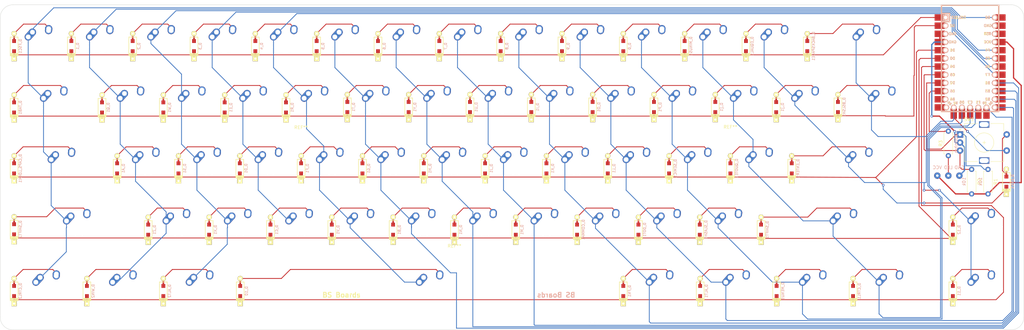
<source format=kicad_pcb>
(kicad_pcb (version 20171130) (host pcbnew "(5.1.5)-3")
  (layers (0 F.Cu signal) (31 B.Cu signal) (34 B.Paste user) (35 F.Paste user) (36 B.SilkS user) (37 F.SilkS user) (38 B.Mask user) (39 F.Mask user) (44 Edge.Cuts user))
  (net 0 "")
  (net 1 "Net-(D_1-Pad2)")
  (net 2 "Net-(D_2-Pad2)")
  (net 3 "Net-(D_3-Pad2)")
  (net 4 "Net-(D_4-Pad2)")
  (net 5 "Net-(D_5-Pad2)")
  (net 6 "Net-(D_6-Pad2)")
  (net 7 "Net-(D_7-Pad2)")
  (net 8 "Net-(D_8-Pad2)")
  (net 9 "Net-(D_9-Pad2)")
  (net 10 "Net-(D_0-Pad2)")
  (net 11 "Net-(D_SHIFT1-Pad2)")
  (net 12 "Net-(D_10-Pad2)")
  (net 13 "Net-(D_ALT1-Pad2)")
  (net 14 "Net-(D_CTRL1-Pad2)")
  (net 15 "Net-(D_11-Pad2)")
  (net 16 row2)
  (net 17 row0)
  (net 18 row4)
  (net 19 "Net-(D_12-Pad2)")
  (net 20 row3)
  (net 21 "Net-(D_[1-Pad2)")
  (net 22 row1)
  (net 23 "Net-(D_]1-Pad2)")
  (net 24 "Net-(D_A1-Pad2)")
  (net 25 "Net-(D_ALT2-Pad2)")
  (net 26 "Net-(D_B1-Pad2)")
  (net 27 "Net-(D_BACKSPACE1-Pad2)")
  (net 28 "Net-(D_BSLSH1-Pad2)")
  (net 29 "Net-(D_C1-Pad2)")
  (net 30 "Net-(D_CAPS_LOCK1-Pad2)")
  (net 31 "Net-(D_COMMA1-Pad2)")
  (net 32 "Net-(D_CTRL2-Pad2)")
  (net 33 "Net-(D_D1-Pad2)")
  (net 34 "Net-(D_DOT1-Pad2)")
  (net 35 "Net-(D_E1-Pad2)")
  (net 36 "Net-(D_ENTER1-Pad2)")
  (net 37 "Net-(D_EQUAL1-Pad2)")
  (net 38 "Net-(D_F1-Pad2)")
  (net 39 "Net-(D_G1-Pad2)")
  (net 40 "Net-(D_H1-Pad2)")
  (net 41 "Net-(D_I1-Pad2)")
  (net 42 "Net-(D_J1-Pad2)")
  (net 43 "Net-(D_K1-Pad2)")
  (net 44 "Net-(D_L1-Pad2)")
  (net 45 "Net-(D_M1-Pad2)")
  (net 46 "Net-(D_MENU1-Pad2)")
  (net 47 "Net-(D_MINUS1-Pad2)")
  (net 48 "Net-(D_N1-Pad2)")
  (net 49 "Net-(D_O1-Pad2)")
  (net 50 "Net-(D_P1-Pad2)")
  (net 51 "Net-(D_Q1-Pad2)")
  (net 52 "Net-(D_QUOTE1-Pad2)")
  (net 53 "Net-(D_R1-Pad2)")
  (net 54 "Net-(D_S1-Pad2)")
  (net 55 "Net-(D_SEMIC1-Pad2)")
  (net 56 "Net-(D_SHIFT2-Pad2)")
  (net 57 "Net-(D_SLASH1-Pad2)")
  (net 58 "Net-(D_T1-Pad2)")
  (net 59 "Net-(D_TAB1-Pad2)")
  (net 60 "Net-(D_U1-Pad2)")
  (net 61 "Net-(D_V1-Pad2)")
  (net 62 "Net-(D_W1-Pad2)")
  (net 63 "Net-(D_WIN2-Pad2)")
  (net 64 "Net-(D_X1-Pad2)")
  (net 65 "Net-(D_Y1-Pad2)")
  (net 66 "Net-(D_Z1-Pad2)")
  (net 67 GND)
  (net 68 col10)
  (net 69 col1)
  (net 70 col2)
  (net 71 col3)
  (net 72 col4)
  (net 73 col5)
  (net 74 col6)
  (net 75 col7)
  (net 76 col8)
  (net 77 col9)
  (net 78 col12)
  (net 79 col11)
  (net 80 col13)
  (net 81 col0)
  (net 82 "Net-(LED1-Pad1)")
  (net 83 VCC)
  (net 84 enc0)
  (net 85 enc1)
  (net 86 led0)
  (net 87 "Net-(D_ESC1-Pad2)")
  (net 88 "Net-(D_FN1-Pad2)")
  (net 89 "Net-(D_ENC1-Pad2)")
  (net 90 "Net-(U1-Pad23)")
  (net 91 "Net-(U1-Pad22)")
  (net 92 "Net-(U1-Pad12)")
  (net 93 "Net-(U1-Pad11)")
  (module Rotary_Encoder:RotaryEncoder_Alps_EC11E-Switch_Vertical_H20mm (layer F.Cu) (at 315.15304 57.29732)
    (fp_text reference SW1 (at 2.8 -4.7) (layer F.SilkS))
    (fp_text value Rotary_Encoder_Switch)
    (pad A thru_hole rect (at 0 0) (size 2 2) (drill 1) (layers *.Cu *.Mask) (net 85 enc1))
    (pad C thru_hole circle (at 0 2.5) (size 2 2) (drill 1) (layers *.Cu *.Mask) (net 67 GND))
    (pad B thru_hole circle (at 0 5) (size 2 2) (drill 1) (layers *.Cu *.Mask) (net 84 enc0))
    (pad MP thru_hole rect (at 7.5 -3.1) (size 3.2 2) (drill oval 2.8 1.5) (layers *.Cu *.Mask))
    (pad MP thru_hole rect (at 7.5 8.1) (size 3.2 2) (drill oval 2.8 1.5) (layers *.Cu *.Mask))
    (pad S2 thru_hole circle (at 14.5 0) (size 2 2) (drill 1) (layers *.Cu *.Mask) (net 89 "Net-(D_ENC1-Pad2)"))
    (pad S1 thru_hole circle (at 14.5 5) (size 2 2) (drill 1) (layers *.Cu *.Mask) (net 80 col13))
  )
  (module MountingHole:MountingHole_2.7mm_M2.5 (layer F.Cu) (at 158.115 95.631)
    (fp_text reference REF** (at 0 -3.7) (layer F.SilkS))
    (fp_text value MountingHole_2.7mm_M2.5)
    (pad "" np_thru_hole circle (at 0 0) (size 2.7 2.7) (drill 2.7) (layers *.Cu *.Mask Dwgs.User))
  )
  (module MX_ALPS_Hybrid:MX-1U-NoLED (layer F.Cu) (at 248.6025 48.57166)
    (fp_text reference K_[1)
    (fp_text value KEYSW)
    (pad 2 thru_hole oval (at 2.5 -4.5 86.0548) (size 2.831378 2.25) (drill 1.47 (offset 0.290689 0)) (layers *.Cu B.Mask) (net 21 "Net-(D_[1-Pad2)"))
    (pad 2 thru_hole circle (at 2.54 -5.08) (size 2.25 2.25) (drill 1.47) (layers *.Cu B.Mask) (net 21 "Net-(D_[1-Pad2)"))
    (pad 1 thru_hole oval (at -3.81 -2.54 48.0996) (size 4.211556 2.25) (drill 1.47 (offset 0.980778 0)) (layers *.Cu B.Mask) (net 79 col11))
    (pad "" np_thru_hole circle (at 0 0) (size 3.9878 3.9878) (drill 3.9878) (layers *.Cu *.Mask))
    (pad 1 thru_hole circle (at -2.5 -4) (size 2.25 2.25) (drill 1.47) (layers *.Cu B.Mask) (net 79 col11))
    (pad "" np_thru_hole circle (at -5.08 0 48.0996) (size 1.75 1.75) (drill 1.75) (layers *.Cu *.Mask))
    (pad "" np_thru_hole circle (at 5.08 0 48.0996) (size 1.75 1.75) (drill 1.75) (layers *.Cu *.Mask))
  )
  (module MountingHole:MountingHole_2.7mm_M2.5 (layer F.Cu) (at 110.49 58.801)
    (fp_text reference REF** (at 0 -3.7) (layer F.SilkS))
    (fp_text value MountingHole_2.7mm_M2.5)
    (pad "" np_thru_hole circle (at 0 0) (size 2.7 2.7) (drill 2.7) (layers *.Cu *.Mask Dwgs.User))
  )
  (module MountingHole:MountingHole_2.7mm_M2.5 (layer F.Cu) (at 243.84 58.674)
    (fp_text reference REF** (at 0 -3.7) (layer F.SilkS))
    (fp_text value MountingHole_2.7mm_M2.5)
    (pad "" np_thru_hole circle (at 0 0) (size 2.7 2.7) (drill 2.7) (layers *.Cu *.Mask Dwgs.User))
  )
  (module MX_ALPS_Hybrid:MX-6.25U-NoLED (layer F.Cu) (at 151.02332 105.7115)
    (fp_text reference K_10)
    (fp_text value KEYSW)
    (pad 2 thru_hole oval (at 2.5 -4.5 86.0548) (size 2.831378 2.25) (drill 1.47 (offset 0.290689 0)) (layers *.Cu B.Mask) (net 12 "Net-(D_10-Pad2)"))
    (pad 2 thru_hole circle (at 2.54 -5.08) (size 2.25 2.25) (drill 1.47) (layers *.Cu B.Mask) (net 12 "Net-(D_10-Pad2)"))
    (pad 1 thru_hole oval (at -3.81 -2.54 48.0996) (size 4.211556 2.25) (drill 1.47 (offset 0.980778 0)) (layers *.Cu B.Mask) (net 72 col4))
    (pad "" np_thru_hole circle (at 0 0) (size 3.9878 3.9878) (drill 3.9878) (layers *.Cu *.Mask))
    (pad 1 thru_hole circle (at -2.5 -4) (size 2.25 2.25) (drill 1.47) (layers *.Cu B.Mask) (net 72 col4))
    (pad "" np_thru_hole circle (at -5.08 0 48.0996) (size 1.75 1.75) (drill 1.75) (layers *.Cu *.Mask))
    (pad "" np_thru_hole circle (at 5.08 0 48.0996) (size 1.75 1.75) (drill 1.75) (layers *.Cu *.Mask))
    (pad "" np_thru_hole circle (at -49.9999 -6.985) (size 3.048 3.048) (drill 3.048) (layers *.Cu *.Mask))
    (pad "" np_thru_hole circle (at 49.9999 -6.985) (size 3.048 3.048) (drill 3.048) (layers *.Cu *.Mask))
    (pad "" np_thru_hole circle (at -49.9999 8.255) (size 3.9878 3.9878) (drill 3.9878) (layers *.Cu *.Mask))
    (pad "" np_thru_hole circle (at 49.9999 8.255) (size 3.9878 3.9878) (drill 3.9878) (layers *.Cu *.Mask))
  )
  (module Keebio-Parts:Elite-C-castellated-29pin-holes (layer F.Cu) (at 318.29375 34.925 270)
    (fp_text reference U1 hide)
    (fp_text value Elite-c hide)
    (fp_text user D5 (at 12.4 2.54) (layer B.SilkS) (effects (font (size 0.8 0.8)) (justify mirror)))
    (fp_text user D5 (at 12.4 2.54) (layer F.SilkS) (effects (font (size 0.8 0.8))))
    (fp_text user F1 (at 12.4 -2.54) (layer F.SilkS) (effects (font (size 0.8 0.8))))
    (fp_text user F1 (at 12.4 -2.54) (layer B.SilkS) (effects (font (size 0.8 0.8)) (justify mirror)))
    (fp_text user C7 (at 12.4 0) (layer B.SilkS) (effects (font (size 0.8 0.8)) (justify mirror)))
    (fp_text user C7 (at 12.4 0) (layer F.SilkS) (effects (font (size 0.8 0.8))))
    (fp_text user B6 (at 12.7 -6.4 45 unlocked) (layer B.SilkS) (effects (font (size 0.7 0.7)) (justify mirror)))
    (fp_text user B6 (at 12.7 -6.4 45 unlocked) (layer F.SilkS) (effects (font (size 0.7 0.7))))
    (fp_text user F0 (at 12.6 -4.5) (layer F.SilkS) (effects (font (size 0.7 0.7))))
    (fp_text user F0 (at 12.6 -4.5) (layer B.SilkS) (effects (font (size 0.7 0.7)) (justify mirror)))
    (fp_text user B7 (at 12.6 4.5) (layer B.SilkS) (effects (font (size 0.7 0.7)) (justify mirror)))
    (fp_text user B7 (at 12.6 4.5) (layer F.SilkS) (effects (font (size 0.7 0.7))))
    (fp_text user ST (at -8.91 -5.04) (layer B.SilkS) (effects (font (size 0.8 0.8)) (justify mirror)))
    (fp_text user TX0/D3 (at -13.97 3.571872) (layer F.SilkS) (effects (font (size 0.8 0.8))))
    (fp_text user TX0/D3 (at -13.97 3.571872) (layer B.SilkS) (effects (font (size 0.8 0.8)) (justify mirror)))
    (fp_text user D2 (at -11.43 5.461) (layer F.SilkS) (effects (font (size 0.8 0.8))))
    (fp_text user D0 (at -1.27 5.461) (layer F.SilkS) (effects (font (size 0.8 0.8))))
    (fp_text user D1 (at -3.81 5.461) (layer F.SilkS) (effects (font (size 0.8 0.8))))
    (fp_text user GND (at -6.35 5.461) (layer F.SilkS) (effects (font (size 0.8 0.8))))
    (fp_text user GND (at -8.89 5.461) (layer F.SilkS) (effects (font (size 0.8 0.8))))
    (fp_text user D4 (at 1.27 5.461) (layer F.SilkS) (effects (font (size 0.8 0.8))))
    (fp_text user C6 (at 3.81 5.461) (layer F.SilkS) (effects (font (size 0.8 0.8))))
    (fp_text user D7 (at 6.35 5.461) (layer F.SilkS) (effects (font (size 0.8 0.8))))
    (fp_text user E6 (at 8.89 5.461) (layer F.SilkS) (effects (font (size 0.8 0.8))))
    (fp_text user B4 (at 11.43 5.461) (layer F.SilkS) (effects (font (size 0.8 0.8))))
    (fp_text user B5 (at 12.7 6.4 135) (layer F.SilkS) (effects (font (size 0.7 0.7))))
    (fp_text user B2 (at 11.43 -5.461) (layer B.SilkS) (effects (font (size 0.8 0.8)) (justify mirror)))
    (fp_text user B3 (at 8.89 -5.461) (layer F.SilkS) (effects (font (size 0.8 0.8))))
    (fp_text user B1 (at 6.35 -5.461) (layer F.SilkS) (effects (font (size 0.8 0.8))))
    (fp_text user F7 (at 3.81 -5.461) (layer B.SilkS) (effects (font (size 0.8 0.8)) (justify mirror)))
    (fp_text user F6 (at 1.27 -5.461) (layer B.SilkS) (effects (font (size 0.8 0.8)) (justify mirror)))
    (fp_text user F5 (at -1.27 -5.461) (layer B.SilkS) (effects (font (size 0.8 0.8)) (justify mirror)))
    (fp_text user F4 (at -3.81 -5.461) (layer F.SilkS) (effects (font (size 0.8 0.8))))
    (fp_text user VCC (at -6.35 -5.461) (layer F.SilkS) (effects (font (size 0.8 0.8))))
    (fp_text user ST (at -8.92 -5.73312) (layer F.SilkS) (effects (font (size 0.8 0.8))))
    (fp_text user GND (at -11.43 -5.461) (layer F.SilkS) (effects (font (size 0.8 0.8))))
    (fp_text user B0 (at -13.97 -5.461) (layer F.SilkS) (effects (font (size 0.8 0.8))))
    (fp_text user B0 (at -13.97 -5.461) (layer B.SilkS) (effects (font (size 0.8 0.8)) (justify mirror)))
    (fp_text user GND (at -11.43 -5.461) (layer B.SilkS) (effects (font (size 0.8 0.8)) (justify mirror)))
    (fp_text user VCC (at -6.35 -5.461) (layer B.SilkS) (effects (font (size 0.8 0.8)) (justify mirror)))
    (fp_text user F4 (at -3.81 -5.461) (layer B.SilkS) (effects (font (size 0.8 0.8)) (justify mirror)))
    (fp_text user F5 (at -1.27 -5.461) (layer F.SilkS) (effects (font (size 0.8 0.8))))
    (fp_text user F6 (at 1.27 -5.461) (layer F.SilkS) (effects (font (size 0.8 0.8))))
    (fp_text user F7 (at 3.81 -5.461) (layer F.SilkS) (effects (font (size 0.8 0.8))))
    (fp_text user B1 (at 6.35 -5.461) (layer B.SilkS) (effects (font (size 0.8 0.8)) (justify mirror)))
    (fp_text user B3 (at 8.89 -5.461) (layer B.SilkS) (effects (font (size 0.8 0.8)) (justify mirror)))
    (fp_text user B2 (at 11.43 -5.461) (layer F.SilkS) (effects (font (size 0.8 0.8))))
    (fp_text user B5 (at 12.7 6.4 135) (layer B.SilkS) (effects (font (size 0.7 0.7)) (justify mirror)))
    (fp_text user B4 (at 11.43 5.461) (layer B.SilkS) (effects (font (size 0.8 0.8)) (justify mirror)))
    (fp_text user E6 (at 8.89 5.461) (layer B.SilkS) (effects (font (size 0.8 0.8)) (justify mirror)))
    (fp_text user D7 (at 6.35 5.461) (layer B.SilkS) (effects (font (size 0.8 0.8)) (justify mirror)))
    (fp_text user C6 (at 3.81 5.461) (layer B.SilkS) (effects (font (size 0.8 0.8)) (justify mirror)))
    (fp_text user D4 (at 1.27 5.461) (layer B.SilkS) (effects (font (size 0.8 0.8)) (justify mirror)))
    (fp_text user GND (at -8.89 5.461) (layer B.SilkS) (effects (font (size 0.8 0.8)) (justify mirror)))
    (fp_text user GND (at -6.35 5.461) (layer B.SilkS) (effects (font (size 0.8 0.8)) (justify mirror)))
    (fp_text user D1 (at -3.81 5.461) (layer B.SilkS) (effects (font (size 0.8 0.8)) (justify mirror)))
    (fp_text user D0 (at -1.27 5.461) (layer B.SilkS) (effects (font (size 0.8 0.8)) (justify mirror)))
    (fp_text user D2 (at -11.43 5.461) (layer B.SilkS) (effects (font (size 0.8 0.8)) (justify mirror)))
    (pad 1 thru_hole rect (at -13.97 7.62 270) (size 1.7526 1.7526) (drill 1.0922) (layers *.Cu *.SilkS *.Mask) (net 17 row0))
    (pad 2 thru_hole circle (at -11.43 7.62 270) (size 1.7526 1.7526) (drill 1.0922) (layers *.Cu *.SilkS *.Mask) (net 22 row1))
    (pad 3 thru_hole circle (at -8.89 7.62 270) (size 1.7526 1.7526) (drill 1.0922) (layers *.Cu *.SilkS *.Mask) (net 67 GND))
    (pad 4 thru_hole circle (at -6.35 7.62 270) (size 1.7526 1.7526) (drill 1.0922) (layers *.Cu *.SilkS *.Mask) (net 67 GND))
    (pad 5 thru_hole circle (at -3.81 7.62 270) (size 1.7526 1.7526) (drill 1.0922) (layers *.Cu *.SilkS *.Mask) (net 16 row2))
    (pad 6 thru_hole circle (at -1.27 7.62 270) (size 1.7526 1.7526) (drill 1.0922) (layers *.Cu *.SilkS *.Mask) (net 20 row3))
    (pad 7 thru_hole circle (at 1.27 7.62 270) (size 1.7526 1.7526) (drill 1.0922) (layers *.Cu *.SilkS *.Mask) (net 18 row4))
    (pad 8 thru_hole circle (at 3.81 7.62 270) (size 1.7526 1.7526) (drill 1.0922) (layers *.Cu *.SilkS *.Mask) (net 84 enc0))
    (pad 9 thru_hole circle (at 6.35 7.62 270) (size 1.7526 1.7526) (drill 1.0922) (layers *.Cu *.SilkS *.Mask) (net 85 enc1))
    (pad 10 thru_hole circle (at 8.89 7.62 270) (size 1.7526 1.7526) (drill 1.0922) (layers *.Cu *.SilkS *.Mask) (net 86 led0))
    (pad 11 thru_hole circle (at 11.43 7.62 270) (size 1.7526 1.7526) (drill 1.0922) (layers *.Cu *.SilkS *.Mask) (net 93 "Net-(U1-Pad11)"))
    (pad 13 thru_hole circle (at 13.97 -7.62 270) (size 1.7526 1.7526) (drill 1.0922) (layers *.Cu *.SilkS *.Mask) (net 76 col8))
    (pad 14 thru_hole circle (at 11.43 -7.62 270) (size 1.7526 1.7526) (drill 1.0922) (layers *.Cu *.SilkS *.Mask) (net 75 col7))
    (pad 15 thru_hole circle (at 8.89 -7.62 270) (size 1.7526 1.7526) (drill 1.0922) (layers *.Cu *.SilkS *.Mask) (net 74 col6))
    (pad 16 thru_hole circle (at 6.35 -7.62 270) (size 1.7526 1.7526) (drill 1.0922) (layers *.Cu *.SilkS *.Mask) (net 73 col5))
    (pad 17 thru_hole circle (at 3.81 -7.62 270) (size 1.7526 1.7526) (drill 1.0922) (layers *.Cu *.SilkS *.Mask) (net 72 col4))
    (pad 18 thru_hole circle (at 1.27 -7.62 270) (size 1.7526 1.7526) (drill 1.0922) (layers *.Cu *.SilkS *.Mask) (net 71 col3))
    (pad 19 thru_hole circle (at -1.27 -7.62 270) (size 1.7526 1.7526) (drill 1.0922) (layers *.Cu *.SilkS *.Mask) (net 70 col2))
    (pad 20 thru_hole circle (at -3.81 -7.62 270) (size 1.7526 1.7526) (drill 1.0922) (layers *.Cu *.SilkS *.Mask) (net 69 col1))
    (pad 21 thru_hole circle (at -6.35 -7.62 270) (size 1.7526 1.7526) (drill 1.0922) (layers *.Cu *.SilkS *.Mask) (net 83 VCC))
    (pad 22 thru_hole circle (at -8.89 -7.62 270) (size 1.7526 1.7526) (drill 1.0922) (layers *.Cu *.SilkS *.Mask) (net 91 "Net-(U1-Pad22)"))
    (pad 23 thru_hole circle (at -11.43 -7.62 270) (size 1.7526 1.7526) (drill 1.0922) (layers *.Cu *.SilkS *.Mask) (net 90 "Net-(U1-Pad23)"))
    (pad 12 thru_hole circle (at 13.97 7.3914 270) (size 1.7526 1.7526) (drill 1.0922) (layers *.Cu *.SilkS *.Mask) (net 92 "Net-(U1-Pad12)"))
    (pad 24 thru_hole circle (at -13.97 -7.62 270) (size 1.7526 1.7526) (drill 1.0922) (layers *.Cu *.SilkS *.Mask) (net 81 col0))
    (pad 29 thru_hole circle (at 13.97 -5.08 270) (size 1.7526 1.7526) (drill 1.0922) (layers *.Cu *.SilkS *.Mask) (net 77 col9))
    (pad 28 thru_hole circle (at 13.97 -2.54 270) (size 1.7526 1.7526) (drill 1.0922) (layers *.Cu *.SilkS *.Mask) (net 68 col10))
    (pad 27 thru_hole circle (at 13.97 0 270) (size 1.7526 1.7526) (drill 1.0922) (layers *.Cu *.SilkS *.Mask) (net 79 col11))
    (pad 26 thru_hole circle (at 13.97 2.54 270) (size 1.7526 1.7526) (drill 1.0922) (layers *.Cu *.SilkS *.Mask) (net 78 col12))
    (pad 25 thru_hole circle (at 13.97 5.08 270) (size 1.7526 1.7526) (drill 1.0922) (layers *.Cu *.SilkS *.Mask) (net 80 col13))
    (pad 1 smd rect (at -13.97 9.398 270) (size 2 3.25) (layers F.Cu F.Paste F.Mask) (net 17 row0))
    (pad 2 smd rect (at -11.43 9.398 270) (size 2 3.25) (layers F.Cu F.Paste F.Mask) (net 22 row1))
    (pad 3 smd rect (at -8.89 9.398 270) (size 2 3.25) (layers F.Cu F.Paste F.Mask) (net 67 GND))
    (pad 4 smd rect (at -6.35 9.398 270) (size 2 3.25) (layers F.Cu F.Paste F.Mask) (net 67 GND))
    (pad 5 smd rect (at -3.81 9.398 270) (size 2 3.25) (layers F.Cu F.Paste F.Mask) (net 16 row2))
    (pad 6 smd rect (at -1.27 9.398 270) (size 2 3.25) (layers F.Cu F.Paste F.Mask) (net 20 row3))
    (pad 7 smd rect (at 1.27 9.398 270) (size 2 3.25) (layers F.Cu F.Paste F.Mask) (net 18 row4))
    (pad 8 smd rect (at 3.81 9.398 270) (size 2 3.25) (layers F.Cu F.Paste F.Mask) (net 84 enc0))
    (pad 9 smd rect (at 6.35 9.398 270) (size 2 3.25) (layers F.Cu F.Paste F.Mask) (net 85 enc1))
    (pad 10 smd rect (at 8.89 9.398 270) (size 2 3.25) (layers F.Cu F.Paste F.Mask) (net 86 led0))
    (pad 11 smd rect (at 11.43 9.398 270) (size 2 3.25) (layers F.Cu F.Paste F.Mask) (net 93 "Net-(U1-Pad11)"))
    (pad 12 smd rect (at 13.97 9.398 270) (size 2 3.25) (layers F.Cu F.Paste F.Mask) (net 92 "Net-(U1-Pad12)"))
    (pad 13 smd rect (at 13.97 -9.398 270) (size 2 3.25) (layers F.Cu F.Paste F.Mask) (net 76 col8))
    (pad 14 smd rect (at 11.43 -9.398 270) (size 2 3.25) (layers F.Cu F.Paste F.Mask) (net 75 col7))
    (pad 15 smd rect (at 8.89 -9.398 270) (size 2 3.25) (layers F.Cu F.Paste F.Mask) (net 74 col6))
    (pad 16 smd rect (at 6.35 -9.398 270) (size 2 3.25) (layers F.Cu F.Paste F.Mask) (net 73 col5))
    (pad 17 smd rect (at 3.81 -9.398 270) (size 2 3.25) (layers F.Cu F.Paste F.Mask) (net 72 col4))
    (pad 18 smd rect (at 1.27 -9.398 270) (size 2 3.25) (layers F.Cu F.Paste F.Mask) (net 71 col3))
    (pad 19 smd rect (at -1.27 -9.398 270) (size 2 3.25) (layers F.Cu F.Paste F.Mask) (net 70 col2))
    (pad 20 smd rect (at -3.81 -9.398 270) (size 2 3.25) (layers F.Cu F.Paste F.Mask) (net 69 col1))
    (pad 21 smd rect (at -6.35 -9.398 270) (size 2 3.25) (layers F.Cu F.Paste F.Mask) (net 83 VCC))
    (pad 22 smd rect (at -8.89 -9.398 270) (size 2 3.25) (layers F.Cu F.Paste F.Mask) (net 91 "Net-(U1-Pad22)"))
    (pad 23 smd rect (at -11.43 -9.398 270) (size 2 3.25) (layers F.Cu F.Paste F.Mask) (net 90 "Net-(U1-Pad23)"))
    (pad 24 smd rect (at -13.97 -9.398 270) (size 2 3.25) (layers F.Cu F.Paste F.Mask) (net 81 col0))
    (pad 25 smd rect (at 15.875 5.08) (size 2 3.25) (layers F.Cu F.Paste F.Mask) (net 80 col13))
    (pad 26 smd rect (at 15.875 2.54) (size 2 3.25) (layers F.Cu F.Paste F.Mask) (net 78 col12))
    (pad 27 smd rect (at 15.875 0) (size 2 3.25) (layers F.Cu F.Paste F.Mask) (net 79 col11))
    (pad 28 smd rect (at 15.875 -2.54) (size 2 3.25) (layers F.Cu F.Paste F.Mask) (net 68 col10))
    (pad 29 smd rect (at 15.875 -5.08) (size 2 3.25) (layers F.Cu F.Paste F.Mask) (net 77 col9))
  )
  (module keyboard_parts:D_SOD123_axial (layer F.Cu) (at 329.565 71.94804 90)
    (fp_text reference D_ENC1 (at 0 1.925 90) (layer B.SilkS) (effects (font (size 0.8 0.8)) (justify mirror)))
    (fp_text value D hide)
    (pad 2 smd rect (at 2.7 0 90) (size 2.5 0.5) (layers F.Cu) (net 89 "Net-(D_ENC1-Pad2)"))
    (pad 1 smd rect (at -2.7 0 90) (size 2.5 0.5) (layers F.Cu) (net 16 row2))
    (pad 2 thru_hole circle (at 3.9 0 90) (size 1.6 1.6) (drill 0.7) (layers *.Cu *.Mask F.SilkS) (net 89 "Net-(D_ENC1-Pad2)"))
    (pad 1 thru_hole rect (at -3.9 0 90) (size 1.6 1.6) (drill 0.7) (layers *.Cu *.Mask F.SilkS) (net 16 row2))
    (pad 1 smd rect (at -1.575 0 90) (size 1.2 1.2) (layers F.Cu F.Paste F.Mask) (net 16 row2))
    (pad 2 smd rect (at 1.575 0 90) (size 1.2 1.2) (layers F.Cu F.Paste F.Mask) (net 89 "Net-(D_ENC1-Pad2)"))
  )
  (module Connector_Wire:SolderWirePad_1x01_Drill0.8mm (layer F.Cu) (at 308.10708 70.08114)
    (fp_text reference VCC (at 0 -2.54) (layer B.SilkS) (effects (justify mirror)))
    (fp_text value MountingHole_Pad)
    (pad 1 thru_hole circle (at 0 0) (size 1.99898 1.99898) (drill 0.8001) (layers *.Cu *.Mask) (net 83 VCC))
  )
  (module Resistor_THT:R_Axial_DIN0207_L6.3mm_D2.5mm_P7.62mm_Horizontal (layer F.Cu) (at 311.531 63.881 90)
    (fp_text reference R3 (at 3.81 -2.37 90) (layer F.SilkS))
    (fp_text value 330ohm (at 3.81 2.37 90) (layer B.SilkS) (effects (justify mirror)))
    (pad 2 thru_hole oval (at 7.62 0 90) (size 1.6 1.6) (drill 0.8) (layers *.Cu *.Mask) (net 86 led0))
    (pad 1 thru_hole circle (at 0 0 90) (size 1.6 1.6) (drill 0.8) (layers *.Cu *.Mask) (net 82 "Net-(LED1-Pad1)"))
  )
  (module Resistor_THT:R_Axial_DIN0207_L6.3mm_D2.5mm_P7.62mm_Horizontal (layer F.Cu) (at 318.77 68.13804 270)
    (fp_text reference R2 (at 3.81 -2.37 90) (layer F.SilkS))
    (fp_text value 10k (at 3.81 2.37 90) (layer B.SilkS) (effects (justify mirror)))
    (pad 2 thru_hole oval (at 7.62 0 270) (size 1.6 1.6) (drill 0.8) (layers *.Cu *.Mask) (net 83 VCC))
    (pad 1 thru_hole circle (at 0 0 270) (size 1.6 1.6) (drill 0.8) (layers *.Cu *.Mask) (net 84 enc0))
  )
  (module Resistor_THT:R_Axial_DIN0207_L6.3mm_D2.5mm_P7.62mm_Horizontal (layer F.Cu) (at 323.85 68.13804 270)
    (fp_text reference R1 (at 3.81 -2.37 90) (layer F.SilkS))
    (fp_text value 10k (at 3.81 2.37 90) (layer B.SilkS) (effects (justify mirror)))
    (pad 2 thru_hole oval (at 7.62 0 270) (size 1.6 1.6) (drill 0.8) (layers *.Cu *.Mask) (net 83 VCC))
    (pad 1 thru_hole circle (at 0 0 270) (size 1.6 1.6) (drill 0.8) (layers *.Cu *.Mask) (net 85 enc1))
  )
  (module Connector_Wire:SolderWirePad_1x01_Drill0.8mm (layer F.Cu) (at 311.53608 70.08114)
    (fp_text reference LED (at 0 -2.54) (layer B.SilkS) (effects (justify mirror)))
    (fp_text value MountingHole_Pad)
    (pad 1 thru_hole circle (at 0 0) (size 1.99898 1.99898) (drill 0.8001) (layers *.Cu *.Mask) (net 82 "Net-(LED1-Pad1)"))
  )
  (module MX_ALPS_Hybrid:MX-1U-NoLED (layer F.Cu) (at 72.37984 86.65388)
    (fp_text reference K_Z1)
    (fp_text value KEYSW)
    (pad 2 thru_hole oval (at 2.5 -4.5 86.0548) (size 2.831378 2.25) (drill 1.47 (offset 0.290689 0)) (layers *.Cu B.Mask) (net 66 "Net-(D_Z1-Pad2)"))
    (pad 2 thru_hole circle (at 2.54 -5.08) (size 2.25 2.25) (drill 1.47) (layers *.Cu B.Mask) (net 66 "Net-(D_Z1-Pad2)"))
    (pad 1 thru_hole oval (at -3.81 -2.54 48.0996) (size 4.211556 2.25) (drill 1.47 (offset 0.980778 0)) (layers *.Cu B.Mask) (net 69 col1))
    (pad "" np_thru_hole circle (at 0 0) (size 3.9878 3.9878) (drill 3.9878) (layers *.Cu *.Mask))
    (pad 1 thru_hole circle (at -2.5 -4) (size 2.25 2.25) (drill 1.47) (layers *.Cu B.Mask) (net 69 col1))
    (pad "" np_thru_hole circle (at -5.08 0 48.0996) (size 1.75 1.75) (drill 1.75) (layers *.Cu *.Mask))
    (pad "" np_thru_hole circle (at 5.08 0 48.0996) (size 1.75 1.75) (drill 1.75) (layers *.Cu *.Mask))
  )
  (module MX_ALPS_Hybrid:MX-1U-NoLED (layer F.Cu) (at 153.3525 48.57166)
    (fp_text reference K_Y1)
    (fp_text value KEYSW)
    (pad 2 thru_hole oval (at 2.5 -4.5 86.0548) (size 2.831378 2.25) (drill 1.47 (offset 0.290689 0)) (layers *.Cu B.Mask) (net 65 "Net-(D_Y1-Pad2)"))
    (pad 2 thru_hole circle (at 2.54 -5.08) (size 2.25 2.25) (drill 1.47) (layers *.Cu B.Mask) (net 65 "Net-(D_Y1-Pad2)"))
    (pad 1 thru_hole oval (at -3.81 -2.54 48.0996) (size 4.211556 2.25) (drill 1.47 (offset 0.980778 0)) (layers *.Cu B.Mask) (net 74 col6))
    (pad "" np_thru_hole circle (at 0 0) (size 3.9878 3.9878) (drill 3.9878) (layers *.Cu *.Mask))
    (pad 1 thru_hole circle (at -2.5 -4) (size 2.25 2.25) (drill 1.47) (layers *.Cu B.Mask) (net 74 col6))
    (pad "" np_thru_hole circle (at -5.08 0 48.0996) (size 1.75 1.75) (drill 1.75) (layers *.Cu *.Mask))
    (pad "" np_thru_hole circle (at 5.08 0 48.0996) (size 1.75 1.75) (drill 1.75) (layers *.Cu *.Mask))
  )
  (module MX_ALPS_Hybrid:MX-1U-NoLED (layer F.Cu) (at 91.42984 86.65388)
    (fp_text reference K_X1)
    (fp_text value KEYSW)
    (pad 2 thru_hole oval (at 2.5 -4.5 86.0548) (size 2.831378 2.25) (drill 1.47 (offset 0.290689 0)) (layers *.Cu B.Mask) (net 64 "Net-(D_X1-Pad2)"))
    (pad 2 thru_hole circle (at 2.54 -5.08) (size 2.25 2.25) (drill 1.47) (layers *.Cu B.Mask) (net 64 "Net-(D_X1-Pad2)"))
    (pad 1 thru_hole oval (at -3.81 -2.54 48.0996) (size 4.211556 2.25) (drill 1.47 (offset 0.980778 0)) (layers *.Cu B.Mask) (net 70 col2))
    (pad "" np_thru_hole circle (at 0 0) (size 3.9878 3.9878) (drill 3.9878) (layers *.Cu *.Mask))
    (pad 1 thru_hole circle (at -2.5 -4) (size 2.25 2.25) (drill 1.47) (layers *.Cu B.Mask) (net 70 col2))
    (pad "" np_thru_hole circle (at -5.08 0 48.0996) (size 1.75 1.75) (drill 1.75) (layers *.Cu *.Mask))
    (pad "" np_thru_hole circle (at 5.08 0 48.0996) (size 1.75 1.75) (drill 1.75) (layers *.Cu *.Mask))
  )
  (module MX_ALPS_Hybrid:MX-1.25U-NoLED (layer F.Cu) (at 55.74538 105.71658)
    (fp_text reference K_WIN2)
    (fp_text value KEYSW)
    (pad 2 thru_hole oval (at 2.5 -4.5 86.0548) (size 2.831378 2.25) (drill 1.47 (offset 0.290689 0)) (layers *.Cu B.Mask) (net 63 "Net-(D_WIN2-Pad2)"))
    (pad 2 thru_hole circle (at 2.54 -5.08) (size 2.25 2.25) (drill 1.47) (layers *.Cu B.Mask) (net 63 "Net-(D_WIN2-Pad2)"))
    (pad 1 thru_hole oval (at -3.81 -2.54 48.0996) (size 4.211556 2.25) (drill 1.47 (offset 0.980778 0)) (layers *.Cu B.Mask) (net 69 col1))
    (pad "" np_thru_hole circle (at 0 0) (size 3.9878 3.9878) (drill 3.9878) (layers *.Cu *.Mask))
    (pad 1 thru_hole circle (at -2.5 -4) (size 2.25 2.25) (drill 1.47) (layers *.Cu B.Mask) (net 69 col1))
    (pad "" np_thru_hole circle (at -5.08 0 48.0996) (size 1.75 1.75) (drill 1.75) (layers *.Cu *.Mask))
    (pad "" np_thru_hole circle (at 5.08 0 48.0996) (size 1.75 1.75) (drill 1.75) (layers *.Cu *.Mask))
  )
  (module MX_ALPS_Hybrid:MX-1.25U-NoLED (layer F.Cu) (at 246.22252 105.71658)
    (fp_text reference K_ALT1)
    (fp_text value KEYSW)
    (pad 2 thru_hole oval (at 2.5 -4.5 86.0548) (size 2.831378 2.25) (drill 1.47 (offset 0.290689 0)) (layers *.Cu B.Mask) (net 13 "Net-(D_ALT1-Pad2)"))
    (pad 2 thru_hole circle (at 2.54 -5.08) (size 2.25 2.25) (drill 1.47) (layers *.Cu B.Mask) (net 13 "Net-(D_ALT1-Pad2)"))
    (pad 1 thru_hole oval (at -3.81 -2.54 48.0996) (size 4.211556 2.25) (drill 1.47 (offset 0.980778 0)) (layers *.Cu B.Mask) (net 77 col9))
    (pad "" np_thru_hole circle (at 0 0) (size 3.9878 3.9878) (drill 3.9878) (layers *.Cu *.Mask))
    (pad 1 thru_hole circle (at -2.5 -4) (size 2.25 2.25) (drill 1.47) (layers *.Cu B.Mask) (net 77 col9))
    (pad "" np_thru_hole circle (at -5.08 0 48.0996) (size 1.75 1.75) (drill 1.75) (layers *.Cu *.Mask))
    (pad "" np_thru_hole circle (at 5.08 0 48.0996) (size 1.75 1.75) (drill 1.75) (layers *.Cu *.Mask))
  )
  (module MX_ALPS_Hybrid:MX-1U-NoLED (layer F.Cu) (at 77.1525 48.57166)
    (fp_text reference K_W1)
    (fp_text value KEYSW)
    (pad 2 thru_hole oval (at 2.5 -4.5 86.0548) (size 2.831378 2.25) (drill 1.47 (offset 0.290689 0)) (layers *.Cu B.Mask) (net 62 "Net-(D_W1-Pad2)"))
    (pad 2 thru_hole circle (at 2.54 -5.08) (size 2.25 2.25) (drill 1.47) (layers *.Cu B.Mask) (net 62 "Net-(D_W1-Pad2)"))
    (pad 1 thru_hole oval (at -3.81 -2.54 48.0996) (size 4.211556 2.25) (drill 1.47 (offset 0.980778 0)) (layers *.Cu B.Mask) (net 70 col2))
    (pad "" np_thru_hole circle (at 0 0) (size 3.9878 3.9878) (drill 3.9878) (layers *.Cu *.Mask))
    (pad 1 thru_hole circle (at -2.5 -4) (size 2.25 2.25) (drill 1.47) (layers *.Cu B.Mask) (net 70 col2))
    (pad "" np_thru_hole circle (at -5.08 0 48.0996) (size 1.75 1.75) (drill 1.75) (layers *.Cu *.Mask))
    (pad "" np_thru_hole circle (at 5.08 0 48.0996) (size 1.75 1.75) (drill 1.75) (layers *.Cu *.Mask))
  )
  (module MX_ALPS_Hybrid:MX-1U-NoLED (layer F.Cu) (at 129.52984 86.65388)
    (fp_text reference K_V1)
    (fp_text value KEYSW)
    (pad 2 thru_hole oval (at 2.5 -4.5 86.0548) (size 2.831378 2.25) (drill 1.47 (offset 0.290689 0)) (layers *.Cu B.Mask) (net 61 "Net-(D_V1-Pad2)"))
    (pad 2 thru_hole circle (at 2.54 -5.08) (size 2.25 2.25) (drill 1.47) (layers *.Cu B.Mask) (net 61 "Net-(D_V1-Pad2)"))
    (pad 1 thru_hole oval (at -3.81 -2.54 48.0996) (size 4.211556 2.25) (drill 1.47 (offset 0.980778 0)) (layers *.Cu B.Mask) (net 72 col4))
    (pad "" np_thru_hole circle (at 0 0) (size 3.9878 3.9878) (drill 3.9878) (layers *.Cu *.Mask))
    (pad 1 thru_hole circle (at -2.5 -4) (size 2.25 2.25) (drill 1.47) (layers *.Cu B.Mask) (net 72 col4))
    (pad "" np_thru_hole circle (at -5.08 0 48.0996) (size 1.75 1.75) (drill 1.75) (layers *.Cu *.Mask))
    (pad "" np_thru_hole circle (at 5.08 0 48.0996) (size 1.75 1.75) (drill 1.75) (layers *.Cu *.Mask))
  )
  (module MX_ALPS_Hybrid:MX-1U-NoLED (layer F.Cu) (at 172.4025 48.57166)
    (fp_text reference K_U1)
    (fp_text value KEYSW)
    (pad 2 thru_hole oval (at 2.5 -4.5 86.0548) (size 2.831378 2.25) (drill 1.47 (offset 0.290689 0)) (layers *.Cu B.Mask) (net 60 "Net-(D_U1-Pad2)"))
    (pad 2 thru_hole circle (at 2.54 -5.08) (size 2.25 2.25) (drill 1.47) (layers *.Cu B.Mask) (net 60 "Net-(D_U1-Pad2)"))
    (pad 1 thru_hole oval (at -3.81 -2.54 48.0996) (size 4.211556 2.25) (drill 1.47 (offset 0.980778 0)) (layers *.Cu B.Mask) (net 75 col7))
    (pad "" np_thru_hole circle (at 0 0) (size 3.9878 3.9878) (drill 3.9878) (layers *.Cu *.Mask))
    (pad 1 thru_hole circle (at -2.5 -4) (size 2.25 2.25) (drill 1.47) (layers *.Cu B.Mask) (net 75 col7))
    (pad "" np_thru_hole circle (at -5.08 0 48.0996) (size 1.75 1.75) (drill 1.75) (layers *.Cu *.Mask))
    (pad "" np_thru_hole circle (at 5.08 0 48.0996) (size 1.75 1.75) (drill 1.75) (layers *.Cu *.Mask))
  )
  (module MX_ALPS_Hybrid:MX-1.5U-NoLED (layer F.Cu) (at 34.28238 48.57928)
    (fp_text reference K_TAB1)
    (fp_text value KEYSW)
    (pad 2 thru_hole oval (at 2.5 -4.5 86.0548) (size 2.831378 2.25) (drill 1.47 (offset 0.290689 0)) (layers *.Cu B.Mask) (net 59 "Net-(D_TAB1-Pad2)"))
    (pad 2 thru_hole circle (at 2.54 -5.08) (size 2.25 2.25) (drill 1.47) (layers *.Cu B.Mask) (net 59 "Net-(D_TAB1-Pad2)"))
    (pad 1 thru_hole oval (at -3.81 -2.54 48.0996) (size 4.211556 2.25) (drill 1.47 (offset 0.980778 0)) (layers *.Cu B.Mask) (net 81 col0))
    (pad "" np_thru_hole circle (at 0 0) (size 3.9878 3.9878) (drill 3.9878) (layers *.Cu *.Mask))
    (pad 1 thru_hole circle (at -2.5 -4) (size 2.25 2.25) (drill 1.47) (layers *.Cu B.Mask) (net 81 col0))
    (pad "" np_thru_hole circle (at -5.08 0 48.0996) (size 1.75 1.75) (drill 1.75) (layers *.Cu *.Mask))
    (pad "" np_thru_hole circle (at 5.08 0 48.0996) (size 1.75 1.75) (drill 1.75) (layers *.Cu *.Mask))
  )
  (module MX_ALPS_Hybrid:MX-1U-NoLED (layer F.Cu) (at 134.3025 48.57166)
    (fp_text reference K_T1)
    (fp_text value KEYSW)
    (pad 2 thru_hole oval (at 2.5 -4.5 86.0548) (size 2.831378 2.25) (drill 1.47 (offset 0.290689 0)) (layers *.Cu B.Mask) (net 58 "Net-(D_T1-Pad2)"))
    (pad 2 thru_hole circle (at 2.54 -5.08) (size 2.25 2.25) (drill 1.47) (layers *.Cu B.Mask) (net 58 "Net-(D_T1-Pad2)"))
    (pad 1 thru_hole oval (at -3.81 -2.54 48.0996) (size 4.211556 2.25) (drill 1.47 (offset 0.980778 0)) (layers *.Cu B.Mask) (net 73 col5))
    (pad "" np_thru_hole circle (at 0 0) (size 3.9878 3.9878) (drill 3.9878) (layers *.Cu *.Mask))
    (pad 1 thru_hole circle (at -2.5 -4) (size 2.25 2.25) (drill 1.47) (layers *.Cu B.Mask) (net 73 col5))
    (pad "" np_thru_hole circle (at -5.08 0 48.0996) (size 1.75 1.75) (drill 1.75) (layers *.Cu *.Mask))
    (pad "" np_thru_hole circle (at 5.08 0 48.0996) (size 1.75 1.75) (drill 1.75) (layers *.Cu *.Mask))
  )
  (module MX_ALPS_Hybrid:MX-1U-NoLED (layer F.Cu) (at 243.82984 86.65388)
    (fp_text reference K_SLASH1)
    (fp_text value KEYSW)
    (pad 2 thru_hole oval (at 2.5 -4.5 86.0548) (size 2.831378 2.25) (drill 1.47 (offset 0.290689 0)) (layers *.Cu B.Mask) (net 57 "Net-(D_SLASH1-Pad2)"))
    (pad 2 thru_hole circle (at 2.54 -5.08) (size 2.25 2.25) (drill 1.47) (layers *.Cu B.Mask) (net 57 "Net-(D_SLASH1-Pad2)"))
    (pad 1 thru_hole oval (at -3.81 -2.54 48.0996) (size 4.211556 2.25) (drill 1.47 (offset 0.980778 0)) (layers *.Cu B.Mask) (net 68 col10))
    (pad "" np_thru_hole circle (at 0 0) (size 3.9878 3.9878) (drill 3.9878) (layers *.Cu *.Mask))
    (pad 1 thru_hole circle (at -2.5 -4) (size 2.25 2.25) (drill 1.47) (layers *.Cu B.Mask) (net 68 col10))
    (pad "" np_thru_hole circle (at -5.08 0 48.0996) (size 1.75 1.75) (drill 1.75) (layers *.Cu *.Mask))
    (pad "" np_thru_hole circle (at 5.08 0 48.0996) (size 1.75 1.75) (drill 1.75) (layers *.Cu *.Mask))
  )
  (module MX_ALPS_Hybrid:MX-2.25U-NoLED (layer F.Cu) (at 41.4274 86.6742)
    (fp_text reference K_SHIFT2)
    (fp_text value KEYSW)
    (pad 2 thru_hole oval (at 2.5 -4.5 86.0548) (size 2.831378 2.25) (drill 1.47 (offset 0.290689 0)) (layers *.Cu B.Mask) (net 56 "Net-(D_SHIFT2-Pad2)"))
    (pad 2 thru_hole circle (at 2.54 -5.08) (size 2.25 2.25) (drill 1.47) (layers *.Cu B.Mask) (net 56 "Net-(D_SHIFT2-Pad2)"))
    (pad 1 thru_hole oval (at -3.81 -2.54 48.0996) (size 4.211556 2.25) (drill 1.47 (offset 0.980778 0)) (layers *.Cu B.Mask) (net 81 col0))
    (pad "" np_thru_hole circle (at 0 0) (size 3.9878 3.9878) (drill 3.9878) (layers *.Cu *.Mask))
    (pad 1 thru_hole circle (at -2.5 -4) (size 2.25 2.25) (drill 1.47) (layers *.Cu B.Mask) (net 81 col0))
    (pad "" np_thru_hole circle (at -5.08 0 48.0996) (size 1.75 1.75) (drill 1.75) (layers *.Cu *.Mask))
    (pad "" np_thru_hole circle (at 5.08 0 48.0996) (size 1.75 1.75) (drill 1.75) (layers *.Cu *.Mask))
    (pad "" np_thru_hole circle (at -11.938 -6.985) (size 3.048 3.048) (drill 3.048) (layers *.Cu *.Mask))
    (pad "" np_thru_hole circle (at 11.938 -6.985) (size 3.048 3.048) (drill 3.048) (layers *.Cu *.Mask))
    (pad "" np_thru_hole circle (at -11.938 8.255) (size 3.9878 3.9878) (drill 3.9878) (layers *.Cu *.Mask))
    (pad "" np_thru_hole circle (at 11.938 8.255) (size 3.9878 3.9878) (drill 3.9878) (layers *.Cu *.Mask))
  )
  (module MX_ALPS_Hybrid:MX-2.75U-NoLED (layer F.Cu) (at 279.5524 86.65896)
    (fp_text reference K_SHIFT1)
    (fp_text value KEYSW)
    (pad 2 thru_hole oval (at 2.5 -4.5 86.0548) (size 2.831378 2.25) (drill 1.47 (offset 0.290689 0)) (layers *.Cu B.Mask) (net 11 "Net-(D_SHIFT1-Pad2)"))
    (pad 2 thru_hole circle (at 2.54 -5.08) (size 2.25 2.25) (drill 1.47) (layers *.Cu B.Mask) (net 11 "Net-(D_SHIFT1-Pad2)"))
    (pad 1 thru_hole oval (at -3.81 -2.54 48.0996) (size 4.211556 2.25) (drill 1.47 (offset 0.980778 0)) (layers *.Cu B.Mask) (net 79 col11))
    (pad "" np_thru_hole circle (at 0 0) (size 3.9878 3.9878) (drill 3.9878) (layers *.Cu *.Mask))
    (pad 1 thru_hole circle (at -2.5 -4) (size 2.25 2.25) (drill 1.47) (layers *.Cu B.Mask) (net 79 col11))
    (pad "" np_thru_hole circle (at -5.08 0 48.0996) (size 1.75 1.75) (drill 1.75) (layers *.Cu *.Mask))
    (pad "" np_thru_hole circle (at 5.08 0 48.0996) (size 1.75 1.75) (drill 1.75) (layers *.Cu *.Mask))
    (pad "" np_thru_hole circle (at -11.938 -6.985) (size 3.048 3.048) (drill 3.048) (layers *.Cu *.Mask))
    (pad "" np_thru_hole circle (at 11.938 -6.985) (size 3.048 3.048) (drill 3.048) (layers *.Cu *.Mask))
    (pad "" np_thru_hole circle (at -11.938 8.255) (size 3.9878 3.9878) (drill 3.9878) (layers *.Cu *.Mask))
    (pad "" np_thru_hole circle (at 11.938 8.255) (size 3.9878 3.9878) (drill 3.9878) (layers *.Cu *.Mask))
  )
  (module MX_ALPS_Hybrid:MX-1U-NoLED (layer F.Cu) (at 234.31754 67.62166)
    (fp_text reference K_SEMIC1)
    (fp_text value KEYSW)
    (pad 2 thru_hole oval (at 2.5 -4.5 86.0548) (size 2.831378 2.25) (drill 1.47 (offset 0.290689 0)) (layers *.Cu B.Mask) (net 55 "Net-(D_SEMIC1-Pad2)"))
    (pad 2 thru_hole circle (at 2.54 -5.08) (size 2.25 2.25) (drill 1.47) (layers *.Cu B.Mask) (net 55 "Net-(D_SEMIC1-Pad2)"))
    (pad 1 thru_hole oval (at -3.81 -2.54 48.0996) (size 4.211556 2.25) (drill 1.47 (offset 0.980778 0)) (layers *.Cu B.Mask) (net 68 col10))
    (pad "" np_thru_hole circle (at 0 0) (size 3.9878 3.9878) (drill 3.9878) (layers *.Cu *.Mask))
    (pad 1 thru_hole circle (at -2.5 -4) (size 2.25 2.25) (drill 1.47) (layers *.Cu B.Mask) (net 68 col10))
    (pad "" np_thru_hole circle (at -5.08 0 48.0996) (size 1.75 1.75) (drill 1.75) (layers *.Cu *.Mask))
    (pad "" np_thru_hole circle (at 5.08 0 48.0996) (size 1.75 1.75) (drill 1.75) (layers *.Cu *.Mask))
  )
  (module MX_ALPS_Hybrid:MX-1U-NoLED (layer F.Cu) (at 81.91754 67.62166)
    (fp_text reference K_S1)
    (fp_text value KEYSW)
    (pad 2 thru_hole oval (at 2.5 -4.5 86.0548) (size 2.831378 2.25) (drill 1.47 (offset 0.290689 0)) (layers *.Cu B.Mask) (net 54 "Net-(D_S1-Pad2)"))
    (pad 2 thru_hole circle (at 2.54 -5.08) (size 2.25 2.25) (drill 1.47) (layers *.Cu B.Mask) (net 54 "Net-(D_S1-Pad2)"))
    (pad 1 thru_hole oval (at -3.81 -2.54 48.0996) (size 4.211556 2.25) (drill 1.47 (offset 0.980778 0)) (layers *.Cu B.Mask) (net 70 col2))
    (pad "" np_thru_hole circle (at 0 0) (size 3.9878 3.9878) (drill 3.9878) (layers *.Cu *.Mask))
    (pad 1 thru_hole circle (at -2.5 -4) (size 2.25 2.25) (drill 1.47) (layers *.Cu B.Mask) (net 70 col2))
    (pad "" np_thru_hole circle (at -5.08 0 48.0996) (size 1.75 1.75) (drill 1.75) (layers *.Cu *.Mask))
    (pad "" np_thru_hole circle (at 5.08 0 48.0996) (size 1.75 1.75) (drill 1.75) (layers *.Cu *.Mask))
  )
  (module MX_ALPS_Hybrid:MX-1U-NoLED (layer F.Cu) (at 115.2525 48.57166)
    (fp_text reference K_R1)
    (fp_text value KEYSW)
    (pad 2 thru_hole oval (at 2.5 -4.5 86.0548) (size 2.831378 2.25) (drill 1.47 (offset 0.290689 0)) (layers *.Cu B.Mask) (net 53 "Net-(D_R1-Pad2)"))
    (pad 2 thru_hole circle (at 2.54 -5.08) (size 2.25 2.25) (drill 1.47) (layers *.Cu B.Mask) (net 53 "Net-(D_R1-Pad2)"))
    (pad 1 thru_hole oval (at -3.81 -2.54 48.0996) (size 4.211556 2.25) (drill 1.47 (offset 0.980778 0)) (layers *.Cu B.Mask) (net 72 col4))
    (pad "" np_thru_hole circle (at 0 0) (size 3.9878 3.9878) (drill 3.9878) (layers *.Cu *.Mask))
    (pad 1 thru_hole circle (at -2.5 -4) (size 2.25 2.25) (drill 1.47) (layers *.Cu B.Mask) (net 72 col4))
    (pad "" np_thru_hole circle (at -5.08 0 48.0996) (size 1.75 1.75) (drill 1.75) (layers *.Cu *.Mask))
    (pad "" np_thru_hole circle (at 5.08 0 48.0996) (size 1.75 1.75) (drill 1.75) (layers *.Cu *.Mask))
  )
  (module MX_ALPS_Hybrid:MX-1U-NoLED (layer F.Cu) (at 253.36754 67.62166)
    (fp_text reference K_QUOTE1)
    (fp_text value KEYSW)
    (pad 2 thru_hole oval (at 2.5 -4.5 86.0548) (size 2.831378 2.25) (drill 1.47 (offset 0.290689 0)) (layers *.Cu B.Mask) (net 52 "Net-(D_QUOTE1-Pad2)"))
    (pad 2 thru_hole circle (at 2.54 -5.08) (size 2.25 2.25) (drill 1.47) (layers *.Cu B.Mask) (net 52 "Net-(D_QUOTE1-Pad2)"))
    (pad 1 thru_hole oval (at -3.81 -2.54 48.0996) (size 4.211556 2.25) (drill 1.47 (offset 0.980778 0)) (layers *.Cu B.Mask) (net 79 col11))
    (pad "" np_thru_hole circle (at 0 0) (size 3.9878 3.9878) (drill 3.9878) (layers *.Cu *.Mask))
    (pad 1 thru_hole circle (at -2.5 -4) (size 2.25 2.25) (drill 1.47) (layers *.Cu B.Mask) (net 79 col11))
    (pad "" np_thru_hole circle (at -5.08 0 48.0996) (size 1.75 1.75) (drill 1.75) (layers *.Cu *.Mask))
    (pad "" np_thru_hole circle (at 5.08 0 48.0996) (size 1.75 1.75) (drill 1.75) (layers *.Cu *.Mask))
  )
  (module MX_ALPS_Hybrid:MX-1U-NoLED (layer F.Cu) (at 58.1025 48.57166)
    (fp_text reference K_Q1)
    (fp_text value KEYSW)
    (pad 2 thru_hole oval (at 2.5 -4.5 86.0548) (size 2.831378 2.25) (drill 1.47 (offset 0.290689 0)) (layers *.Cu B.Mask) (net 51 "Net-(D_Q1-Pad2)"))
    (pad 2 thru_hole circle (at 2.54 -5.08) (size 2.25 2.25) (drill 1.47) (layers *.Cu B.Mask) (net 51 "Net-(D_Q1-Pad2)"))
    (pad 1 thru_hole oval (at -3.81 -2.54 48.0996) (size 4.211556 2.25) (drill 1.47 (offset 0.980778 0)) (layers *.Cu B.Mask) (net 69 col1))
    (pad "" np_thru_hole circle (at 0 0) (size 3.9878 3.9878) (drill 3.9878) (layers *.Cu *.Mask))
    (pad 1 thru_hole circle (at -2.5 -4) (size 2.25 2.25) (drill 1.47) (layers *.Cu B.Mask) (net 69 col1))
    (pad "" np_thru_hole circle (at -5.08 0 48.0996) (size 1.75 1.75) (drill 1.75) (layers *.Cu *.Mask))
    (pad "" np_thru_hole circle (at 5.08 0 48.0996) (size 1.75 1.75) (drill 1.75) (layers *.Cu *.Mask))
  )
  (module MX_ALPS_Hybrid:MX-1U-NoLED (layer F.Cu) (at 229.5525 48.57166)
    (fp_text reference K_P1)
    (fp_text value KEYSW)
    (pad 2 thru_hole oval (at 2.5 -4.5 86.0548) (size 2.831378 2.25) (drill 1.47 (offset 0.290689 0)) (layers *.Cu B.Mask) (net 50 "Net-(D_P1-Pad2)"))
    (pad 2 thru_hole circle (at 2.54 -5.08) (size 2.25 2.25) (drill 1.47) (layers *.Cu B.Mask) (net 50 "Net-(D_P1-Pad2)"))
    (pad 1 thru_hole oval (at -3.81 -2.54 48.0996) (size 4.211556 2.25) (drill 1.47 (offset 0.980778 0)) (layers *.Cu B.Mask) (net 68 col10))
    (pad "" np_thru_hole circle (at 0 0) (size 3.9878 3.9878) (drill 3.9878) (layers *.Cu *.Mask))
    (pad 1 thru_hole circle (at -2.5 -4) (size 2.25 2.25) (drill 1.47) (layers *.Cu B.Mask) (net 68 col10))
    (pad "" np_thru_hole circle (at -5.08 0 48.0996) (size 1.75 1.75) (drill 1.75) (layers *.Cu *.Mask))
    (pad "" np_thru_hole circle (at 5.08 0 48.0996) (size 1.75 1.75) (drill 1.75) (layers *.Cu *.Mask))
  )
  (module MX_ALPS_Hybrid:MX-1U-NoLED (layer F.Cu) (at 210.5025 48.57166)
    (fp_text reference K_O1)
    (fp_text value KEYSW)
    (pad 2 thru_hole oval (at 2.5 -4.5 86.0548) (size 2.831378 2.25) (drill 1.47 (offset 0.290689 0)) (layers *.Cu B.Mask) (net 49 "Net-(D_O1-Pad2)"))
    (pad 2 thru_hole circle (at 2.54 -5.08) (size 2.25 2.25) (drill 1.47) (layers *.Cu B.Mask) (net 49 "Net-(D_O1-Pad2)"))
    (pad 1 thru_hole oval (at -3.81 -2.54 48.0996) (size 4.211556 2.25) (drill 1.47 (offset 0.980778 0)) (layers *.Cu B.Mask) (net 77 col9))
    (pad "" np_thru_hole circle (at 0 0) (size 3.9878 3.9878) (drill 3.9878) (layers *.Cu *.Mask))
    (pad 1 thru_hole circle (at -2.5 -4) (size 2.25 2.25) (drill 1.47) (layers *.Cu B.Mask) (net 77 col9))
    (pad "" np_thru_hole circle (at -5.08 0 48.0996) (size 1.75 1.75) (drill 1.75) (layers *.Cu *.Mask))
    (pad "" np_thru_hole circle (at 5.08 0 48.0996) (size 1.75 1.75) (drill 1.75) (layers *.Cu *.Mask))
  )
  (module MX_ALPS_Hybrid:MX-1U-NoLED (layer F.Cu) (at 167.62984 86.65388)
    (fp_text reference K_N1)
    (fp_text value KEYSW)
    (pad 2 thru_hole oval (at 2.5 -4.5 86.0548) (size 2.831378 2.25) (drill 1.47 (offset 0.290689 0)) (layers *.Cu B.Mask) (net 48 "Net-(D_N1-Pad2)"))
    (pad 2 thru_hole circle (at 2.54 -5.08) (size 2.25 2.25) (drill 1.47) (layers *.Cu B.Mask) (net 48 "Net-(D_N1-Pad2)"))
    (pad 1 thru_hole oval (at -3.81 -2.54 48.0996) (size 4.211556 2.25) (drill 1.47 (offset 0.980778 0)) (layers *.Cu B.Mask) (net 74 col6))
    (pad "" np_thru_hole circle (at 0 0) (size 3.9878 3.9878) (drill 3.9878) (layers *.Cu *.Mask))
    (pad 1 thru_hole circle (at -2.5 -4) (size 2.25 2.25) (drill 1.47) (layers *.Cu B.Mask) (net 74 col6))
    (pad "" np_thru_hole circle (at -5.08 0 48.0996) (size 1.75 1.75) (drill 1.75) (layers *.Cu *.Mask))
    (pad "" np_thru_hole circle (at 5.08 0 48.0996) (size 1.75 1.75) (drill 1.75) (layers *.Cu *.Mask))
  )
  (module MX_ALPS_Hybrid:MX-1U-NoLED (layer F.Cu) (at 239.0775 29.52166)
    (fp_text reference K_MINUS1)
    (fp_text value KEYSW)
    (pad 2 thru_hole oval (at 2.5 -4.5 86.0548) (size 2.831378 2.25) (drill 1.47 (offset 0.290689 0)) (layers *.Cu B.Mask) (net 47 "Net-(D_MINUS1-Pad2)"))
    (pad 2 thru_hole circle (at 2.54 -5.08) (size 2.25 2.25) (drill 1.47) (layers *.Cu B.Mask) (net 47 "Net-(D_MINUS1-Pad2)"))
    (pad 1 thru_hole oval (at -3.81 -2.54 48.0996) (size 4.211556 2.25) (drill 1.47 (offset 0.980778 0)) (layers *.Cu B.Mask) (net 79 col11))
    (pad "" np_thru_hole circle (at 0 0) (size 3.9878 3.9878) (drill 3.9878) (layers *.Cu *.Mask))
    (pad 1 thru_hole circle (at -2.5 -4) (size 2.25 2.25) (drill 1.47) (layers *.Cu B.Mask) (net 79 col11))
    (pad "" np_thru_hole circle (at -5.08 0 48.0996) (size 1.75 1.75) (drill 1.75) (layers *.Cu *.Mask))
    (pad "" np_thru_hole circle (at 5.08 0 48.0996) (size 1.75 1.75) (drill 1.75) (layers *.Cu *.Mask))
  )
  (module MX_ALPS_Hybrid:MX-1.25U-NoLED (layer F.Cu) (at 270.02994 105.71658)
    (fp_text reference K_MENU1)
    (fp_text value KEYSW)
    (pad 2 thru_hole oval (at 2.5 -4.5 86.0548) (size 2.831378 2.25) (drill 1.47 (offset 0.290689 0)) (layers *.Cu B.Mask) (net 46 "Net-(D_MENU1-Pad2)"))
    (pad 2 thru_hole circle (at 2.54 -5.08) (size 2.25 2.25) (drill 1.47) (layers *.Cu B.Mask) (net 46 "Net-(D_MENU1-Pad2)"))
    (pad 1 thru_hole oval (at -3.81 -2.54 48.0996) (size 4.211556 2.25) (drill 1.47 (offset 0.980778 0)) (layers *.Cu B.Mask) (net 68 col10))
    (pad "" np_thru_hole circle (at 0 0) (size 3.9878 3.9878) (drill 3.9878) (layers *.Cu *.Mask))
    (pad 1 thru_hole circle (at -2.5 -4) (size 2.25 2.25) (drill 1.47) (layers *.Cu B.Mask) (net 68 col10))
    (pad "" np_thru_hole circle (at -5.08 0 48.0996) (size 1.75 1.75) (drill 1.75) (layers *.Cu *.Mask))
    (pad "" np_thru_hole circle (at 5.08 0 48.0996) (size 1.75 1.75) (drill 1.75) (layers *.Cu *.Mask))
  )
  (module MX_ALPS_Hybrid:MX-1U-NoLED (layer F.Cu) (at 186.67984 86.65388)
    (fp_text reference K_M1)
    (fp_text value KEYSW)
    (pad 2 thru_hole oval (at 2.5 -4.5 86.0548) (size 2.831378 2.25) (drill 1.47 (offset 0.290689 0)) (layers *.Cu B.Mask) (net 45 "Net-(D_M1-Pad2)"))
    (pad 2 thru_hole circle (at 2.54 -5.08) (size 2.25 2.25) (drill 1.47) (layers *.Cu B.Mask) (net 45 "Net-(D_M1-Pad2)"))
    (pad 1 thru_hole oval (at -3.81 -2.54 48.0996) (size 4.211556 2.25) (drill 1.47 (offset 0.980778 0)) (layers *.Cu B.Mask) (net 75 col7))
    (pad "" np_thru_hole circle (at 0 0) (size 3.9878 3.9878) (drill 3.9878) (layers *.Cu *.Mask))
    (pad 1 thru_hole circle (at -2.5 -4) (size 2.25 2.25) (drill 1.47) (layers *.Cu B.Mask) (net 75 col7))
    (pad "" np_thru_hole circle (at -5.08 0 48.0996) (size 1.75 1.75) (drill 1.75) (layers *.Cu *.Mask))
    (pad "" np_thru_hole circle (at 5.08 0 48.0996) (size 1.75 1.75) (drill 1.75) (layers *.Cu *.Mask))
  )
  (module MX_ALPS_Hybrid:MX-1U-NoLED (layer F.Cu) (at 215.26754 67.62166)
    (fp_text reference K_L1)
    (fp_text value KEYSW)
    (pad 2 thru_hole oval (at 2.5 -4.5 86.0548) (size 2.831378 2.25) (drill 1.47 (offset 0.290689 0)) (layers *.Cu B.Mask) (net 44 "Net-(D_L1-Pad2)"))
    (pad 2 thru_hole circle (at 2.54 -5.08) (size 2.25 2.25) (drill 1.47) (layers *.Cu B.Mask) (net 44 "Net-(D_L1-Pad2)"))
    (pad 1 thru_hole oval (at -3.81 -2.54 48.0996) (size 4.211556 2.25) (drill 1.47 (offset 0.980778 0)) (layers *.Cu B.Mask) (net 77 col9))
    (pad "" np_thru_hole circle (at 0 0) (size 3.9878 3.9878) (drill 3.9878) (layers *.Cu *.Mask))
    (pad 1 thru_hole circle (at -2.5 -4) (size 2.25 2.25) (drill 1.47) (layers *.Cu B.Mask) (net 77 col9))
    (pad "" np_thru_hole circle (at -5.08 0 48.0996) (size 1.75 1.75) (drill 1.75) (layers *.Cu *.Mask))
    (pad "" np_thru_hole circle (at 5.08 0 48.0996) (size 1.75 1.75) (drill 1.75) (layers *.Cu *.Mask))
  )
  (module MX_ALPS_Hybrid:MX-1U-NoLED (layer F.Cu) (at 196.21754 67.62166)
    (fp_text reference K_K1)
    (fp_text value KEYSW)
    (pad 2 thru_hole oval (at 2.5 -4.5 86.0548) (size 2.831378 2.25) (drill 1.47 (offset 0.290689 0)) (layers *.Cu B.Mask) (net 43 "Net-(D_K1-Pad2)"))
    (pad 2 thru_hole circle (at 2.54 -5.08) (size 2.25 2.25) (drill 1.47) (layers *.Cu B.Mask) (net 43 "Net-(D_K1-Pad2)"))
    (pad 1 thru_hole oval (at -3.81 -2.54 48.0996) (size 4.211556 2.25) (drill 1.47 (offset 0.980778 0)) (layers *.Cu B.Mask) (net 76 col8))
    (pad "" np_thru_hole circle (at 0 0) (size 3.9878 3.9878) (drill 3.9878) (layers *.Cu *.Mask))
    (pad 1 thru_hole circle (at -2.5 -4) (size 2.25 2.25) (drill 1.47) (layers *.Cu B.Mask) (net 76 col8))
    (pad "" np_thru_hole circle (at -5.08 0 48.0996) (size 1.75 1.75) (drill 1.75) (layers *.Cu *.Mask))
    (pad "" np_thru_hole circle (at 5.08 0 48.0996) (size 1.75 1.75) (drill 1.75) (layers *.Cu *.Mask))
  )
  (module MX_ALPS_Hybrid:MX-1U-NoLED (layer F.Cu) (at 177.16754 67.62166)
    (fp_text reference K_J1)
    (fp_text value KEYSW)
    (pad 2 thru_hole oval (at 2.5 -4.5 86.0548) (size 2.831378 2.25) (drill 1.47 (offset 0.290689 0)) (layers *.Cu B.Mask) (net 42 "Net-(D_J1-Pad2)"))
    (pad 2 thru_hole circle (at 2.54 -5.08) (size 2.25 2.25) (drill 1.47) (layers *.Cu B.Mask) (net 42 "Net-(D_J1-Pad2)"))
    (pad 1 thru_hole oval (at -3.81 -2.54 48.0996) (size 4.211556 2.25) (drill 1.47 (offset 0.980778 0)) (layers *.Cu B.Mask) (net 75 col7))
    (pad "" np_thru_hole circle (at 0 0) (size 3.9878 3.9878) (drill 3.9878) (layers *.Cu *.Mask))
    (pad 1 thru_hole circle (at -2.5 -4) (size 2.25 2.25) (drill 1.47) (layers *.Cu B.Mask) (net 75 col7))
    (pad "" np_thru_hole circle (at -5.08 0 48.0996) (size 1.75 1.75) (drill 1.75) (layers *.Cu *.Mask))
    (pad "" np_thru_hole circle (at 5.08 0 48.0996) (size 1.75 1.75) (drill 1.75) (layers *.Cu *.Mask))
  )
  (module MX_ALPS_Hybrid:MX-1U-NoLED (layer F.Cu) (at 191.4525 48.57166)
    (fp_text reference K_I1)
    (fp_text value KEYSW)
    (pad 2 thru_hole oval (at 2.5 -4.5 86.0548) (size 2.831378 2.25) (drill 1.47 (offset 0.290689 0)) (layers *.Cu B.Mask) (net 41 "Net-(D_I1-Pad2)"))
    (pad 2 thru_hole circle (at 2.54 -5.08) (size 2.25 2.25) (drill 1.47) (layers *.Cu B.Mask) (net 41 "Net-(D_I1-Pad2)"))
    (pad 1 thru_hole oval (at -3.81 -2.54 48.0996) (size 4.211556 2.25) (drill 1.47 (offset 0.980778 0)) (layers *.Cu B.Mask) (net 76 col8))
    (pad "" np_thru_hole circle (at 0 0) (size 3.9878 3.9878) (drill 3.9878) (layers *.Cu *.Mask))
    (pad 1 thru_hole circle (at -2.5 -4) (size 2.25 2.25) (drill 1.47) (layers *.Cu B.Mask) (net 76 col8))
    (pad "" np_thru_hole circle (at -5.08 0 48.0996) (size 1.75 1.75) (drill 1.75) (layers *.Cu *.Mask))
    (pad "" np_thru_hole circle (at 5.08 0 48.0996) (size 1.75 1.75) (drill 1.75) (layers *.Cu *.Mask))
  )
  (module MX_ALPS_Hybrid:MX-1U-NoLED (layer F.Cu) (at 158.11754 67.62166)
    (fp_text reference K_H1)
    (fp_text value KEYSW)
    (pad 2 thru_hole oval (at 2.5 -4.5 86.0548) (size 2.831378 2.25) (drill 1.47 (offset 0.290689 0)) (layers *.Cu B.Mask) (net 40 "Net-(D_H1-Pad2)"))
    (pad 2 thru_hole circle (at 2.54 -5.08) (size 2.25 2.25) (drill 1.47) (layers *.Cu B.Mask) (net 40 "Net-(D_H1-Pad2)"))
    (pad 1 thru_hole oval (at -3.81 -2.54 48.0996) (size 4.211556 2.25) (drill 1.47 (offset 0.980778 0)) (layers *.Cu B.Mask) (net 74 col6))
    (pad "" np_thru_hole circle (at 0 0) (size 3.9878 3.9878) (drill 3.9878) (layers *.Cu *.Mask))
    (pad 1 thru_hole circle (at -2.5 -4) (size 2.25 2.25) (drill 1.47) (layers *.Cu B.Mask) (net 74 col6))
    (pad "" np_thru_hole circle (at -5.08 0 48.0996) (size 1.75 1.75) (drill 1.75) (layers *.Cu *.Mask))
    (pad "" np_thru_hole circle (at 5.08 0 48.0996) (size 1.75 1.75) (drill 1.75) (layers *.Cu *.Mask))
  )
  (module MX_ALPS_Hybrid:MX-1U-NoLED (layer F.Cu) (at 139.06754 67.62166)
    (fp_text reference K_G1)
    (fp_text value KEYSW)
    (pad 2 thru_hole oval (at 2.5 -4.5 86.0548) (size 2.831378 2.25) (drill 1.47 (offset 0.290689 0)) (layers *.Cu B.Mask) (net 39 "Net-(D_G1-Pad2)"))
    (pad 2 thru_hole circle (at 2.54 -5.08) (size 2.25 2.25) (drill 1.47) (layers *.Cu B.Mask) (net 39 "Net-(D_G1-Pad2)"))
    (pad 1 thru_hole oval (at -3.81 -2.54 48.0996) (size 4.211556 2.25) (drill 1.47 (offset 0.980778 0)) (layers *.Cu B.Mask) (net 73 col5))
    (pad "" np_thru_hole circle (at 0 0) (size 3.9878 3.9878) (drill 3.9878) (layers *.Cu *.Mask))
    (pad 1 thru_hole circle (at -2.5 -4) (size 2.25 2.25) (drill 1.47) (layers *.Cu B.Mask) (net 73 col5))
    (pad "" np_thru_hole circle (at -5.08 0 48.0996) (size 1.75 1.75) (drill 1.75) (layers *.Cu *.Mask))
    (pad "" np_thru_hole circle (at 5.08 0 48.0996) (size 1.75 1.75) (drill 1.75) (layers *.Cu *.Mask))
  )
  (module MX_ALPS_Hybrid:MX-1U-NoLED (layer F.Cu) (at 120.01754 67.62166)
    (fp_text reference K_F1)
    (fp_text value KEYSW)
    (pad 2 thru_hole oval (at 2.5 -4.5 86.0548) (size 2.831378 2.25) (drill 1.47 (offset 0.290689 0)) (layers *.Cu B.Mask) (net 38 "Net-(D_F1-Pad2)"))
    (pad 2 thru_hole circle (at 2.54 -5.08) (size 2.25 2.25) (drill 1.47) (layers *.Cu B.Mask) (net 38 "Net-(D_F1-Pad2)"))
    (pad 1 thru_hole oval (at -3.81 -2.54 48.0996) (size 4.211556 2.25) (drill 1.47 (offset 0.980778 0)) (layers *.Cu B.Mask) (net 72 col4))
    (pad "" np_thru_hole circle (at 0 0) (size 3.9878 3.9878) (drill 3.9878) (layers *.Cu *.Mask))
    (pad 1 thru_hole circle (at -2.5 -4) (size 2.25 2.25) (drill 1.47) (layers *.Cu B.Mask) (net 72 col4))
    (pad "" np_thru_hole circle (at -5.08 0 48.0996) (size 1.75 1.75) (drill 1.75) (layers *.Cu *.Mask))
    (pad "" np_thru_hole circle (at 5.08 0 48.0996) (size 1.75 1.75) (drill 1.75) (layers *.Cu *.Mask))
  )
  (module MX_ALPS_Hybrid:MX-1U-NoLED (layer F.Cu) (at 29.5275 29.52166)
    (fp_text reference K_ESC1)
    (fp_text value KEYSW)
    (pad 2 thru_hole oval (at 2.5 -4.5 86.0548) (size 2.831378 2.25) (drill 1.47 (offset 0.290689 0)) (layers *.Cu B.Mask) (net 87 "Net-(D_ESC1-Pad2)"))
    (pad 2 thru_hole circle (at 2.54 -5.08) (size 2.25 2.25) (drill 1.47) (layers *.Cu B.Mask) (net 87 "Net-(D_ESC1-Pad2)"))
    (pad 1 thru_hole oval (at -3.81 -2.54 48.0996) (size 4.211556 2.25) (drill 1.47 (offset 0.980778 0)) (layers *.Cu B.Mask) (net 81 col0))
    (pad "" np_thru_hole circle (at 0 0) (size 3.9878 3.9878) (drill 3.9878) (layers *.Cu *.Mask))
    (pad 1 thru_hole circle (at -2.5 -4) (size 2.25 2.25) (drill 1.47) (layers *.Cu B.Mask) (net 81 col0))
    (pad "" np_thru_hole circle (at -5.08 0 48.0996) (size 1.75 1.75) (drill 1.75) (layers *.Cu *.Mask))
    (pad "" np_thru_hole circle (at 5.08 0 48.0996) (size 1.75 1.75) (drill 1.75) (layers *.Cu *.Mask))
  )
  (module MX_ALPS_Hybrid:MX-1U-NoLED (layer F.Cu) (at 258.1275 29.52166)
    (fp_text reference K_EQUAL1)
    (fp_text value KEYSW)
    (pad 2 thru_hole oval (at 2.5 -4.5 86.0548) (size 2.831378 2.25) (drill 1.47 (offset 0.290689 0)) (layers *.Cu B.Mask) (net 37 "Net-(D_EQUAL1-Pad2)"))
    (pad 2 thru_hole circle (at 2.54 -5.08) (size 2.25 2.25) (drill 1.47) (layers *.Cu B.Mask) (net 37 "Net-(D_EQUAL1-Pad2)"))
    (pad 1 thru_hole oval (at -3.81 -2.54 48.0996) (size 4.211556 2.25) (drill 1.47 (offset 0.980778 0)) (layers *.Cu B.Mask) (net 78 col12))
    (pad "" np_thru_hole circle (at 0 0) (size 3.9878 3.9878) (drill 3.9878) (layers *.Cu *.Mask))
    (pad 1 thru_hole circle (at -2.5 -4) (size 2.25 2.25) (drill 1.47) (layers *.Cu B.Mask) (net 78 col12))
    (pad "" np_thru_hole circle (at -5.08 0 48.0996) (size 1.75 1.75) (drill 1.75) (layers *.Cu *.Mask))
    (pad "" np_thru_hole circle (at 5.08 0 48.0996) (size 1.75 1.75) (drill 1.75) (layers *.Cu *.Mask))
  )
  (module MX_ALPS_Hybrid:MX-2.25U-NoLED (layer F.Cu) (at 284.3403 67.61912)
    (fp_text reference K_ENTER1)
    (fp_text value KEYSW)
    (pad 2 thru_hole oval (at 2.5 -4.5 86.0548) (size 2.831378 2.25) (drill 1.47 (offset 0.290689 0)) (layers *.Cu B.Mask) (net 36 "Net-(D_ENTER1-Pad2)"))
    (pad 2 thru_hole circle (at 2.54 -5.08) (size 2.25 2.25) (drill 1.47) (layers *.Cu B.Mask) (net 36 "Net-(D_ENTER1-Pad2)"))
    (pad 1 thru_hole oval (at -3.81 -2.54 48.0996) (size 4.211556 2.25) (drill 1.47 (offset 0.980778 0)) (layers *.Cu B.Mask) (net 78 col12))
    (pad "" np_thru_hole circle (at 0 0) (size 3.9878 3.9878) (drill 3.9878) (layers *.Cu *.Mask))
    (pad 1 thru_hole circle (at -2.5 -4) (size 2.25 2.25) (drill 1.47) (layers *.Cu B.Mask) (net 78 col12))
    (pad "" np_thru_hole circle (at -5.08 0 48.0996) (size 1.75 1.75) (drill 1.75) (layers *.Cu *.Mask))
    (pad "" np_thru_hole circle (at 5.08 0 48.0996) (size 1.75 1.75) (drill 1.75) (layers *.Cu *.Mask))
    (pad "" np_thru_hole circle (at -11.938 -6.985) (size 3.048 3.048) (drill 3.048) (layers *.Cu *.Mask))
    (pad "" np_thru_hole circle (at 11.938 -6.985) (size 3.048 3.048) (drill 3.048) (layers *.Cu *.Mask))
    (pad "" np_thru_hole circle (at -11.938 8.255) (size 3.9878 3.9878) (drill 3.9878) (layers *.Cu *.Mask))
    (pad "" np_thru_hole circle (at 11.938 8.255) (size 3.9878 3.9878) (drill 3.9878) (layers *.Cu *.Mask))
  )
  (module MX_ALPS_Hybrid:MX-1U-NoLED (layer F.Cu) (at 96.2025 48.57166)
    (fp_text reference K_E1)
    (fp_text value KEYSW)
    (pad 2 thru_hole oval (at 2.5 -4.5 86.0548) (size 2.831378 2.25) (drill 1.47 (offset 0.290689 0)) (layers *.Cu B.Mask) (net 35 "Net-(D_E1-Pad2)"))
    (pad 2 thru_hole circle (at 2.54 -5.08) (size 2.25 2.25) (drill 1.47) (layers *.Cu B.Mask) (net 35 "Net-(D_E1-Pad2)"))
    (pad 1 thru_hole oval (at -3.81 -2.54 48.0996) (size 4.211556 2.25) (drill 1.47 (offset 0.980778 0)) (layers *.Cu B.Mask) (net 71 col3))
    (pad "" np_thru_hole circle (at 0 0) (size 3.9878 3.9878) (drill 3.9878) (layers *.Cu *.Mask))
    (pad 1 thru_hole circle (at -2.5 -4) (size 2.25 2.25) (drill 1.47) (layers *.Cu B.Mask) (net 71 col3))
    (pad "" np_thru_hole circle (at -5.08 0 48.0996) (size 1.75 1.75) (drill 1.75) (layers *.Cu *.Mask))
    (pad "" np_thru_hole circle (at 5.08 0 48.0996) (size 1.75 1.75) (drill 1.75) (layers *.Cu *.Mask))
  )
  (module MX_ALPS_Hybrid:MX-1U-NoLED (layer F.Cu) (at 224.77984 86.65388)
    (fp_text reference K_DOT1)
    (fp_text value KEYSW)
    (pad 2 thru_hole oval (at 2.5 -4.5 86.0548) (size 2.831378 2.25) (drill 1.47 (offset 0.290689 0)) (layers *.Cu B.Mask) (net 34 "Net-(D_DOT1-Pad2)"))
    (pad 2 thru_hole circle (at 2.54 -5.08) (size 2.25 2.25) (drill 1.47) (layers *.Cu B.Mask) (net 34 "Net-(D_DOT1-Pad2)"))
    (pad 1 thru_hole oval (at -3.81 -2.54 48.0996) (size 4.211556 2.25) (drill 1.47 (offset 0.980778 0)) (layers *.Cu B.Mask) (net 77 col9))
    (pad "" np_thru_hole circle (at 0 0) (size 3.9878 3.9878) (drill 3.9878) (layers *.Cu *.Mask))
    (pad 1 thru_hole circle (at -2.5 -4) (size 2.25 2.25) (drill 1.47) (layers *.Cu B.Mask) (net 77 col9))
    (pad "" np_thru_hole circle (at -5.08 0 48.0996) (size 1.75 1.75) (drill 1.75) (layers *.Cu *.Mask))
    (pad "" np_thru_hole circle (at 5.08 0 48.0996) (size 1.75 1.75) (drill 1.75) (layers *.Cu *.Mask))
  )
  (module MX_ALPS_Hybrid:MX-1U-NoLED (layer F.Cu) (at 100.96754 67.62166)
    (fp_text reference K_D1)
    (fp_text value KEYSW)
    (pad 2 thru_hole oval (at 2.5 -4.5 86.0548) (size 2.831378 2.25) (drill 1.47 (offset 0.290689 0)) (layers *.Cu B.Mask) (net 33 "Net-(D_D1-Pad2)"))
    (pad 2 thru_hole circle (at 2.54 -5.08) (size 2.25 2.25) (drill 1.47) (layers *.Cu B.Mask) (net 33 "Net-(D_D1-Pad2)"))
    (pad 1 thru_hole oval (at -3.81 -2.54 48.0996) (size 4.211556 2.25) (drill 1.47 (offset 0.980778 0)) (layers *.Cu B.Mask) (net 71 col3))
    (pad "" np_thru_hole circle (at 0 0) (size 3.9878 3.9878) (drill 3.9878) (layers *.Cu *.Mask))
    (pad 1 thru_hole circle (at -2.5 -4) (size 2.25 2.25) (drill 1.47) (layers *.Cu B.Mask) (net 71 col3))
    (pad "" np_thru_hole circle (at -5.08 0 48.0996) (size 1.75 1.75) (drill 1.75) (layers *.Cu *.Mask))
    (pad "" np_thru_hole circle (at 5.08 0 48.0996) (size 1.75 1.75) (drill 1.75) (layers *.Cu *.Mask))
  )
  (module MX_ALPS_Hybrid:MX-1.25U-NoLED (layer F.Cu) (at 31.9151 105.71658)
    (fp_text reference K_CTRL2)
    (fp_text value KEYSW)
    (pad 2 thru_hole oval (at 2.5 -4.5 86.0548) (size 2.831378 2.25) (drill 1.47 (offset 0.290689 0)) (layers *.Cu B.Mask) (net 32 "Net-(D_CTRL2-Pad2)"))
    (pad 2 thru_hole circle (at 2.54 -5.08) (size 2.25 2.25) (drill 1.47) (layers *.Cu B.Mask) (net 32 "Net-(D_CTRL2-Pad2)"))
    (pad 1 thru_hole oval (at -3.81 -2.54 48.0996) (size 4.211556 2.25) (drill 1.47 (offset 0.980778 0)) (layers *.Cu B.Mask) (net 81 col0))
    (pad "" np_thru_hole circle (at 0 0) (size 3.9878 3.9878) (drill 3.9878) (layers *.Cu *.Mask))
    (pad 1 thru_hole circle (at -2.5 -4) (size 2.25 2.25) (drill 1.47) (layers *.Cu B.Mask) (net 81 col0))
    (pad "" np_thru_hole circle (at -5.08 0 48.0996) (size 1.75 1.75) (drill 1.75) (layers *.Cu *.Mask))
    (pad "" np_thru_hole circle (at 5.08 0 48.0996) (size 1.75 1.75) (drill 1.75) (layers *.Cu *.Mask))
  )
  (module MX_ALPS_Hybrid:MX-1.25U-NoLED (layer F.Cu) (at 293.83482 105.71658)
    (fp_text reference K_CTRL1)
    (fp_text value KEYSW)
    (pad 2 thru_hole oval (at 2.5 -4.5 86.0548) (size 2.831378 2.25) (drill 1.47 (offset 0.290689 0)) (layers *.Cu B.Mask) (net 14 "Net-(D_CTRL1-Pad2)"))
    (pad 2 thru_hole circle (at 2.54 -5.08) (size 2.25 2.25) (drill 1.47) (layers *.Cu B.Mask) (net 14 "Net-(D_CTRL1-Pad2)"))
    (pad 1 thru_hole oval (at -3.81 -2.54 48.0996) (size 4.211556 2.25) (drill 1.47 (offset 0.980778 0)) (layers *.Cu B.Mask) (net 79 col11))
    (pad "" np_thru_hole circle (at 0 0) (size 3.9878 3.9878) (drill 3.9878) (layers *.Cu *.Mask))
    (pad 1 thru_hole circle (at -2.5 -4) (size 2.25 2.25) (drill 1.47) (layers *.Cu B.Mask) (net 79 col11))
    (pad "" np_thru_hole circle (at -5.08 0 48.0996) (size 1.75 1.75) (drill 1.75) (layers *.Cu *.Mask))
    (pad "" np_thru_hole circle (at 5.08 0 48.0996) (size 1.75 1.75) (drill 1.75) (layers *.Cu *.Mask))
  )
  (module MX_ALPS_Hybrid:MX-1U-NoLED (layer F.Cu) (at 205.72984 86.65388)
    (fp_text reference K_COMMA1)
    (fp_text value KEYSW)
    (pad 2 thru_hole oval (at 2.5 -4.5 86.0548) (size 2.831378 2.25) (drill 1.47 (offset 0.290689 0)) (layers *.Cu B.Mask) (net 31 "Net-(D_COMMA1-Pad2)"))
    (pad 2 thru_hole circle (at 2.54 -5.08) (size 2.25 2.25) (drill 1.47) (layers *.Cu B.Mask) (net 31 "Net-(D_COMMA1-Pad2)"))
    (pad 1 thru_hole oval (at -3.81 -2.54 48.0996) (size 4.211556 2.25) (drill 1.47 (offset 0.980778 0)) (layers *.Cu B.Mask) (net 76 col8))
    (pad "" np_thru_hole circle (at 0 0) (size 3.9878 3.9878) (drill 3.9878) (layers *.Cu *.Mask))
    (pad 1 thru_hole circle (at -2.5 -4) (size 2.25 2.25) (drill 1.47) (layers *.Cu B.Mask) (net 76 col8))
    (pad "" np_thru_hole circle (at -5.08 0 48.0996) (size 1.75 1.75) (drill 1.75) (layers *.Cu *.Mask))
    (pad "" np_thru_hole circle (at 5.08 0 48.0996) (size 1.75 1.75) (drill 1.75) (layers *.Cu *.Mask))
  )
  (module MX_ALPS_Hybrid:MX-1.75U-NoLED (layer F.Cu) (at 36.6649 67.63182)
    (fp_text reference K_CAPS_LOCK1)
    (fp_text value KEYSW)
    (pad 2 thru_hole oval (at 2.5 -4.5 86.0548) (size 2.831378 2.25) (drill 1.47 (offset 0.290689 0)) (layers *.Cu B.Mask) (net 30 "Net-(D_CAPS_LOCK1-Pad2)"))
    (pad 2 thru_hole circle (at 2.54 -5.08) (size 2.25 2.25) (drill 1.47) (layers *.Cu B.Mask) (net 30 "Net-(D_CAPS_LOCK1-Pad2)"))
    (pad 1 thru_hole oval (at -3.81 -2.54 48.0996) (size 4.211556 2.25) (drill 1.47 (offset 0.980778 0)) (layers *.Cu B.Mask) (net 81 col0))
    (pad "" np_thru_hole circle (at 0 0) (size 3.9878 3.9878) (drill 3.9878) (layers *.Cu *.Mask))
    (pad 1 thru_hole circle (at -2.5 -4) (size 2.25 2.25) (drill 1.47) (layers *.Cu B.Mask) (net 81 col0))
    (pad "" np_thru_hole circle (at -5.08 0 48.0996) (size 1.75 1.75) (drill 1.75) (layers *.Cu *.Mask))
    (pad "" np_thru_hole circle (at 5.08 0 48.0996) (size 1.75 1.75) (drill 1.75) (layers *.Cu *.Mask))
  )
  (module MX_ALPS_Hybrid:MX-1U-NoLED (layer F.Cu) (at 110.47984 86.65388)
    (fp_text reference K_C1)
    (fp_text value KEYSW)
    (pad 2 thru_hole oval (at 2.5 -4.5 86.0548) (size 2.831378 2.25) (drill 1.47 (offset 0.290689 0)) (layers *.Cu B.Mask) (net 29 "Net-(D_C1-Pad2)"))
    (pad 2 thru_hole circle (at 2.54 -5.08) (size 2.25 2.25) (drill 1.47) (layers *.Cu B.Mask) (net 29 "Net-(D_C1-Pad2)"))
    (pad 1 thru_hole oval (at -3.81 -2.54 48.0996) (size 4.211556 2.25) (drill 1.47 (offset 0.980778 0)) (layers *.Cu B.Mask) (net 71 col3))
    (pad "" np_thru_hole circle (at 0 0) (size 3.9878 3.9878) (drill 3.9878) (layers *.Cu *.Mask))
    (pad 1 thru_hole circle (at -2.5 -4) (size 2.25 2.25) (drill 1.47) (layers *.Cu B.Mask) (net 71 col3))
    (pad "" np_thru_hole circle (at -5.08 0 48.0996) (size 1.75 1.75) (drill 1.75) (layers *.Cu *.Mask))
    (pad "" np_thru_hole circle (at 5.08 0 48.0996) (size 1.75 1.75) (drill 1.75) (layers *.Cu *.Mask))
  )
  (module MX_ALPS_Hybrid:MX-1.5U-NoLED (layer F.Cu) (at 291.4725 48.58666)
    (fp_text reference K_BSLSH1)
    (fp_text value KEYSW)
    (pad 2 thru_hole oval (at 2.5 -4.5 86.0548) (size 2.831378 2.25) (drill 1.47 (offset 0.290689 0)) (layers *.Cu B.Mask) (net 28 "Net-(D_BSLSH1-Pad2)"))
    (pad 2 thru_hole circle (at 2.54 -5.08) (size 2.25 2.25) (drill 1.47) (layers *.Cu B.Mask) (net 28 "Net-(D_BSLSH1-Pad2)"))
    (pad 1 thru_hole oval (at -3.81 -2.54 48.0996) (size 4.211556 2.25) (drill 1.47 (offset 0.980778 0)) (layers *.Cu B.Mask) (net 80 col13))
    (pad "" np_thru_hole circle (at 0 0) (size 3.9878 3.9878) (drill 3.9878) (layers *.Cu *.Mask))
    (pad 1 thru_hole circle (at -2.5 -4) (size 2.25 2.25) (drill 1.47) (layers *.Cu B.Mask) (net 80 col13))
    (pad "" np_thru_hole circle (at -5.08 0 48.0996) (size 1.75 1.75) (drill 1.75) (layers *.Cu *.Mask))
    (pad "" np_thru_hole circle (at 5.08 0 48.0996) (size 1.75 1.75) (drill 1.75) (layers *.Cu *.Mask))
  )
  (module MX_ALPS_Hybrid:MX-2U-NoLED (layer F.Cu) (at 286.7025 29.52166)
    (fp_text reference K_BACKSPACE1)
    (fp_text value KEYSW)
    (pad 2 thru_hole oval (at 2.5 -4.5 86.0548) (size 2.831378 2.25) (drill 1.47 (offset 0.290689 0)) (layers *.Cu B.Mask) (net 27 "Net-(D_BACKSPACE1-Pad2)"))
    (pad 2 thru_hole circle (at 2.54 -5.08) (size 2.25 2.25) (drill 1.47) (layers *.Cu B.Mask) (net 27 "Net-(D_BACKSPACE1-Pad2)"))
    (pad 1 thru_hole oval (at -3.81 -2.54 48.0996) (size 4.211556 2.25) (drill 1.47 (offset 0.980778 0)) (layers *.Cu B.Mask) (net 80 col13))
    (pad "" np_thru_hole circle (at 0 0) (size 3.9878 3.9878) (drill 3.9878) (layers *.Cu *.Mask))
    (pad 1 thru_hole circle (at -2.5 -4) (size 2.25 2.25) (drill 1.47) (layers *.Cu B.Mask) (net 80 col13))
    (pad "" np_thru_hole circle (at -5.08 0 48.0996) (size 1.75 1.75) (drill 1.75) (layers *.Cu *.Mask))
    (pad "" np_thru_hole circle (at 5.08 0 48.0996) (size 1.75 1.75) (drill 1.75) (layers *.Cu *.Mask))
    (pad "" np_thru_hole circle (at -11.938 -6.985) (size 3.048 3.048) (drill 3.048) (layers *.Cu *.Mask))
    (pad "" np_thru_hole circle (at 11.938 -6.985) (size 3.048 3.048) (drill 3.048) (layers *.Cu *.Mask))
    (pad "" np_thru_hole circle (at -11.938 8.255) (size 3.9878 3.9878) (drill 3.9878) (layers *.Cu *.Mask))
    (pad "" np_thru_hole circle (at 11.938 8.255) (size 3.9878 3.9878) (drill 3.9878) (layers *.Cu *.Mask))
  )
  (module MX_ALPS_Hybrid:MX-1U-NoLED (layer F.Cu) (at 148.57984 86.65388)
    (fp_text reference K_B1)
    (fp_text value KEYSW)
    (pad 2 thru_hole oval (at 2.5 -4.5 86.0548) (size 2.831378 2.25) (drill 1.47 (offset 0.290689 0)) (layers *.Cu B.Mask) (net 26 "Net-(D_B1-Pad2)"))
    (pad 2 thru_hole circle (at 2.54 -5.08) (size 2.25 2.25) (drill 1.47) (layers *.Cu B.Mask) (net 26 "Net-(D_B1-Pad2)"))
    (pad 1 thru_hole oval (at -3.81 -2.54 48.0996) (size 4.211556 2.25) (drill 1.47 (offset 0.980778 0)) (layers *.Cu B.Mask) (net 73 col5))
    (pad "" np_thru_hole circle (at 0 0) (size 3.9878 3.9878) (drill 3.9878) (layers *.Cu *.Mask))
    (pad 1 thru_hole circle (at -2.5 -4) (size 2.25 2.25) (drill 1.47) (layers *.Cu B.Mask) (net 73 col5))
    (pad "" np_thru_hole circle (at -5.08 0 48.0996) (size 1.75 1.75) (drill 1.75) (layers *.Cu *.Mask))
    (pad "" np_thru_hole circle (at 5.08 0 48.0996) (size 1.75 1.75) (drill 1.75) (layers *.Cu *.Mask))
  )
  (module MX_ALPS_Hybrid:MX-1.25U-NoLED (layer F.Cu) (at 79.57312 105.71658)
    (fp_text reference K_ALT2)
    (fp_text value KEYSW)
    (pad 2 thru_hole oval (at 2.5 -4.5 86.0548) (size 2.831378 2.25) (drill 1.47 (offset 0.290689 0)) (layers *.Cu B.Mask) (net 25 "Net-(D_ALT2-Pad2)"))
    (pad 2 thru_hole circle (at 2.54 -5.08) (size 2.25 2.25) (drill 1.47) (layers *.Cu B.Mask) (net 25 "Net-(D_ALT2-Pad2)"))
    (pad 1 thru_hole oval (at -3.81 -2.54 48.0996) (size 4.211556 2.25) (drill 1.47 (offset 0.980778 0)) (layers *.Cu B.Mask) (net 70 col2))
    (pad "" np_thru_hole circle (at 0 0) (size 3.9878 3.9878) (drill 3.9878) (layers *.Cu *.Mask))
    (pad 1 thru_hole circle (at -2.5 -4) (size 2.25 2.25) (drill 1.47) (layers *.Cu B.Mask) (net 70 col2))
    (pad "" np_thru_hole circle (at -5.08 0 48.0996) (size 1.75 1.75) (drill 1.75) (layers *.Cu *.Mask))
    (pad "" np_thru_hole circle (at 5.08 0 48.0996) (size 1.75 1.75) (drill 1.75) (layers *.Cu *.Mask))
  )
  (module MX_ALPS_Hybrid:MX-1.25U-NoLED (layer F.Cu) (at 222.4532 105.69626)
    (fp_text reference K_FN1)
    (fp_text value KEYSW)
    (pad 2 thru_hole oval (at 2.5 -4.5 86.0548) (size 2.831378 2.25) (drill 1.47 (offset 0.290689 0)) (layers *.Cu B.Mask) (net 88 "Net-(D_FN1-Pad2)"))
    (pad 2 thru_hole circle (at 2.54 -5.08) (size 2.25 2.25) (drill 1.47) (layers *.Cu B.Mask) (net 88 "Net-(D_FN1-Pad2)"))
    (pad 1 thru_hole oval (at -3.81 -2.54 48.0996) (size 4.211556 2.25) (drill 1.47 (offset 0.980778 0)) (layers *.Cu B.Mask) (net 76 col8))
    (pad "" np_thru_hole circle (at 0 0) (size 3.9878 3.9878) (drill 3.9878) (layers *.Cu *.Mask))
    (pad 1 thru_hole circle (at -2.5 -4) (size 2.25 2.25) (drill 1.47) (layers *.Cu B.Mask) (net 76 col8))
    (pad "" np_thru_hole circle (at -5.08 0 48.0996) (size 1.75 1.75) (drill 1.75) (layers *.Cu *.Mask))
    (pad "" np_thru_hole circle (at 5.08 0 48.0996) (size 1.75 1.75) (drill 1.75) (layers *.Cu *.Mask))
  )
  (module MX_ALPS_Hybrid:MX-1U-NoLED (layer F.Cu) (at 62.86754 67.62166)
    (fp_text reference K_A1)
    (fp_text value KEYSW)
    (pad 2 thru_hole oval (at 2.5 -4.5 86.0548) (size 2.831378 2.25) (drill 1.47 (offset 0.290689 0)) (layers *.Cu B.Mask) (net 24 "Net-(D_A1-Pad2)"))
    (pad 2 thru_hole circle (at 2.54 -5.08) (size 2.25 2.25) (drill 1.47) (layers *.Cu B.Mask) (net 24 "Net-(D_A1-Pad2)"))
    (pad 1 thru_hole oval (at -3.81 -2.54 48.0996) (size 4.211556 2.25) (drill 1.47 (offset 0.980778 0)) (layers *.Cu B.Mask) (net 69 col1))
    (pad "" np_thru_hole circle (at 0 0) (size 3.9878 3.9878) (drill 3.9878) (layers *.Cu *.Mask))
    (pad 1 thru_hole circle (at -2.5 -4) (size 2.25 2.25) (drill 1.47) (layers *.Cu B.Mask) (net 69 col1))
    (pad "" np_thru_hole circle (at -5.08 0 48.0996) (size 1.75 1.75) (drill 1.75) (layers *.Cu *.Mask))
    (pad "" np_thru_hole circle (at 5.08 0 48.0996) (size 1.75 1.75) (drill 1.75) (layers *.Cu *.Mask))
  )
  (module MX_ALPS_Hybrid:MX-1U-NoLED (layer F.Cu) (at 267.6525 48.57166)
    (fp_text reference K_]1)
    (fp_text value KEYSW)
    (pad 2 thru_hole oval (at 2.5 -4.5 86.0548) (size 2.831378 2.25) (drill 1.47 (offset 0.290689 0)) (layers *.Cu B.Mask) (net 23 "Net-(D_]1-Pad2)"))
    (pad 2 thru_hole circle (at 2.54 -5.08) (size 2.25 2.25) (drill 1.47) (layers *.Cu B.Mask) (net 23 "Net-(D_]1-Pad2)"))
    (pad 1 thru_hole oval (at -3.81 -2.54 48.0996) (size 4.211556 2.25) (drill 1.47 (offset 0.980778 0)) (layers *.Cu B.Mask) (net 78 col12))
    (pad "" np_thru_hole circle (at 0 0) (size 3.9878 3.9878) (drill 3.9878) (layers *.Cu *.Mask))
    (pad 1 thru_hole circle (at -2.5 -4) (size 2.25 2.25) (drill 1.47) (layers *.Cu B.Mask) (net 78 col12))
    (pad "" np_thru_hole circle (at -5.08 0 48.0996) (size 1.75 1.75) (drill 1.75) (layers *.Cu *.Mask))
    (pad "" np_thru_hole circle (at 5.08 0 48.0996) (size 1.75 1.75) (drill 1.75) (layers *.Cu *.Mask))
  )
  (module MX_ALPS_Hybrid:MX-1U-NoLED (layer F.Cu) (at 322.3895 86.614)
    (fp_text reference K_12)
    (fp_text value KEYSW)
    (pad 2 thru_hole oval (at 2.5 -4.5 86.0548) (size 2.831378 2.25) (drill 1.47 (offset 0.290689 0)) (layers *.Cu B.Mask) (net 19 "Net-(D_12-Pad2)"))
    (pad 2 thru_hole circle (at 2.54 -5.08) (size 2.25 2.25) (drill 1.47) (layers *.Cu B.Mask) (net 19 "Net-(D_12-Pad2)"))
    (pad 1 thru_hole oval (at -3.81 -2.54 48.0996) (size 4.211556 2.25) (drill 1.47 (offset 0.980778 0)) (layers *.Cu B.Mask) (net 78 col12))
    (pad "" np_thru_hole circle (at 0 0) (size 3.9878 3.9878) (drill 3.9878) (layers *.Cu *.Mask))
    (pad 1 thru_hole circle (at -2.5 -4) (size 2.25 2.25) (drill 1.47) (layers *.Cu B.Mask) (net 78 col12))
    (pad "" np_thru_hole circle (at -5.08 0 48.0996) (size 1.75 1.75) (drill 1.75) (layers *.Cu *.Mask))
    (pad "" np_thru_hole circle (at 5.08 0 48.0996) (size 1.75 1.75) (drill 1.75) (layers *.Cu *.Mask))
  )
  (module MX_ALPS_Hybrid:MX-1U-NoLED (layer F.Cu) (at 322.3895 105.72166)
    (fp_text reference K_11)
    (fp_text value KEYSW)
    (pad 2 thru_hole oval (at 2.5 -4.5 86.0548) (size 2.831378 2.25) (drill 1.47 (offset 0.290689 0)) (layers *.Cu B.Mask) (net 15 "Net-(D_11-Pad2)"))
    (pad 2 thru_hole circle (at 2.54 -5.08) (size 2.25 2.25) (drill 1.47) (layers *.Cu B.Mask) (net 15 "Net-(D_11-Pad2)"))
    (pad 1 thru_hole oval (at -3.81 -2.54 48.0996) (size 4.211556 2.25) (drill 1.47 (offset 0.980778 0)) (layers *.Cu B.Mask) (net 78 col12))
    (pad "" np_thru_hole circle (at 0 0) (size 3.9878 3.9878) (drill 3.9878) (layers *.Cu *.Mask))
    (pad 1 thru_hole circle (at -2.5 -4) (size 2.25 2.25) (drill 1.47) (layers *.Cu B.Mask) (net 78 col12))
    (pad "" np_thru_hole circle (at -5.08 0 48.0996) (size 1.75 1.75) (drill 1.75) (layers *.Cu *.Mask))
    (pad "" np_thru_hole circle (at 5.08 0 48.0996) (size 1.75 1.75) (drill 1.75) (layers *.Cu *.Mask))
  )
  (module MX_ALPS_Hybrid:MX-1U-NoLED (layer F.Cu) (at 200.9775 29.52166)
    (fp_text reference K_9)
    (fp_text value KEYSW)
    (pad 2 thru_hole oval (at 2.5 -4.5 86.0548) (size 2.831378 2.25) (drill 1.47 (offset 0.290689 0)) (layers *.Cu B.Mask) (net 9 "Net-(D_9-Pad2)"))
    (pad 2 thru_hole circle (at 2.54 -5.08) (size 2.25 2.25) (drill 1.47) (layers *.Cu B.Mask) (net 9 "Net-(D_9-Pad2)"))
    (pad 1 thru_hole oval (at -3.81 -2.54 48.0996) (size 4.211556 2.25) (drill 1.47 (offset 0.980778 0)) (layers *.Cu B.Mask) (net 77 col9))
    (pad "" np_thru_hole circle (at 0 0) (size 3.9878 3.9878) (drill 3.9878) (layers *.Cu *.Mask))
    (pad 1 thru_hole circle (at -2.5 -4) (size 2.25 2.25) (drill 1.47) (layers *.Cu B.Mask) (net 77 col9))
    (pad "" np_thru_hole circle (at -5.08 0 48.0996) (size 1.75 1.75) (drill 1.75) (layers *.Cu *.Mask))
    (pad "" np_thru_hole circle (at 5.08 0 48.0996) (size 1.75 1.75) (drill 1.75) (layers *.Cu *.Mask))
  )
  (module MX_ALPS_Hybrid:MX-1U-NoLED (layer F.Cu) (at 181.9275 29.52166)
    (fp_text reference K_8)
    (fp_text value KEYSW)
    (pad 2 thru_hole oval (at 2.5 -4.5 86.0548) (size 2.831378 2.25) (drill 1.47 (offset 0.290689 0)) (layers *.Cu B.Mask) (net 8 "Net-(D_8-Pad2)"))
    (pad 2 thru_hole circle (at 2.54 -5.08) (size 2.25 2.25) (drill 1.47) (layers *.Cu B.Mask) (net 8 "Net-(D_8-Pad2)"))
    (pad 1 thru_hole oval (at -3.81 -2.54 48.0996) (size 4.211556 2.25) (drill 1.47 (offset 0.980778 0)) (layers *.Cu B.Mask) (net 76 col8))
    (pad "" np_thru_hole circle (at 0 0) (size 3.9878 3.9878) (drill 3.9878) (layers *.Cu *.Mask))
    (pad 1 thru_hole circle (at -2.5 -4) (size 2.25 2.25) (drill 1.47) (layers *.Cu B.Mask) (net 76 col8))
    (pad "" np_thru_hole circle (at -5.08 0 48.0996) (size 1.75 1.75) (drill 1.75) (layers *.Cu *.Mask))
    (pad "" np_thru_hole circle (at 5.08 0 48.0996) (size 1.75 1.75) (drill 1.75) (layers *.Cu *.Mask))
  )
  (module MX_ALPS_Hybrid:MX-1U-NoLED (layer F.Cu) (at 162.8775 29.52166)
    (fp_text reference K_7)
    (fp_text value KEYSW)
    (pad 2 thru_hole oval (at 2.5 -4.5 86.0548) (size 2.831378 2.25) (drill 1.47 (offset 0.290689 0)) (layers *.Cu B.Mask) (net 7 "Net-(D_7-Pad2)"))
    (pad 2 thru_hole circle (at 2.54 -5.08) (size 2.25 2.25) (drill 1.47) (layers *.Cu B.Mask) (net 7 "Net-(D_7-Pad2)"))
    (pad 1 thru_hole oval (at -3.81 -2.54 48.0996) (size 4.211556 2.25) (drill 1.47 (offset 0.980778 0)) (layers *.Cu B.Mask) (net 75 col7))
    (pad "" np_thru_hole circle (at 0 0) (size 3.9878 3.9878) (drill 3.9878) (layers *.Cu *.Mask))
    (pad 1 thru_hole circle (at -2.5 -4) (size 2.25 2.25) (drill 1.47) (layers *.Cu B.Mask) (net 75 col7))
    (pad "" np_thru_hole circle (at -5.08 0 48.0996) (size 1.75 1.75) (drill 1.75) (layers *.Cu *.Mask))
    (pad "" np_thru_hole circle (at 5.08 0 48.0996) (size 1.75 1.75) (drill 1.75) (layers *.Cu *.Mask))
  )
  (module MX_ALPS_Hybrid:MX-1U-NoLED (layer F.Cu) (at 143.8275 29.52166)
    (fp_text reference K_6)
    (fp_text value KEYSW)
    (pad 2 thru_hole oval (at 2.5 -4.5 86.0548) (size 2.831378 2.25) (drill 1.47 (offset 0.290689 0)) (layers *.Cu B.Mask) (net 6 "Net-(D_6-Pad2)"))
    (pad 2 thru_hole circle (at 2.54 -5.08) (size 2.25 2.25) (drill 1.47) (layers *.Cu B.Mask) (net 6 "Net-(D_6-Pad2)"))
    (pad 1 thru_hole oval (at -3.81 -2.54 48.0996) (size 4.211556 2.25) (drill 1.47 (offset 0.980778 0)) (layers *.Cu B.Mask) (net 74 col6))
    (pad "" np_thru_hole circle (at 0 0) (size 3.9878 3.9878) (drill 3.9878) (layers *.Cu *.Mask))
    (pad 1 thru_hole circle (at -2.5 -4) (size 2.25 2.25) (drill 1.47) (layers *.Cu B.Mask) (net 74 col6))
    (pad "" np_thru_hole circle (at -5.08 0 48.0996) (size 1.75 1.75) (drill 1.75) (layers *.Cu *.Mask))
    (pad "" np_thru_hole circle (at 5.08 0 48.0996) (size 1.75 1.75) (drill 1.75) (layers *.Cu *.Mask))
  )
  (module MX_ALPS_Hybrid:MX-1U-NoLED (layer F.Cu) (at 124.7775 29.52166)
    (fp_text reference K_5)
    (fp_text value KEYSW)
    (pad 2 thru_hole oval (at 2.5 -4.5 86.0548) (size 2.831378 2.25) (drill 1.47 (offset 0.290689 0)) (layers *.Cu B.Mask) (net 5 "Net-(D_5-Pad2)"))
    (pad 2 thru_hole circle (at 2.54 -5.08) (size 2.25 2.25) (drill 1.47) (layers *.Cu B.Mask) (net 5 "Net-(D_5-Pad2)"))
    (pad 1 thru_hole oval (at -3.81 -2.54 48.0996) (size 4.211556 2.25) (drill 1.47 (offset 0.980778 0)) (layers *.Cu B.Mask) (net 73 col5))
    (pad "" np_thru_hole circle (at 0 0) (size 3.9878 3.9878) (drill 3.9878) (layers *.Cu *.Mask))
    (pad 1 thru_hole circle (at -2.5 -4) (size 2.25 2.25) (drill 1.47) (layers *.Cu B.Mask) (net 73 col5))
    (pad "" np_thru_hole circle (at -5.08 0 48.0996) (size 1.75 1.75) (drill 1.75) (layers *.Cu *.Mask))
    (pad "" np_thru_hole circle (at 5.08 0 48.0996) (size 1.75 1.75) (drill 1.75) (layers *.Cu *.Mask))
  )
  (module MX_ALPS_Hybrid:MX-1U-NoLED (layer F.Cu) (at 105.7275 29.52166)
    (fp_text reference K_4)
    (fp_text value KEYSW)
    (pad 2 thru_hole oval (at 2.5 -4.5 86.0548) (size 2.831378 2.25) (drill 1.47 (offset 0.290689 0)) (layers *.Cu B.Mask) (net 4 "Net-(D_4-Pad2)"))
    (pad 2 thru_hole circle (at 2.54 -5.08) (size 2.25 2.25) (drill 1.47) (layers *.Cu B.Mask) (net 4 "Net-(D_4-Pad2)"))
    (pad 1 thru_hole oval (at -3.81 -2.54 48.0996) (size 4.211556 2.25) (drill 1.47 (offset 0.980778 0)) (layers *.Cu B.Mask) (net 72 col4))
    (pad "" np_thru_hole circle (at 0 0) (size 3.9878 3.9878) (drill 3.9878) (layers *.Cu *.Mask))
    (pad 1 thru_hole circle (at -2.5 -4) (size 2.25 2.25) (drill 1.47) (layers *.Cu B.Mask) (net 72 col4))
    (pad "" np_thru_hole circle (at -5.08 0 48.0996) (size 1.75 1.75) (drill 1.75) (layers *.Cu *.Mask))
    (pad "" np_thru_hole circle (at 5.08 0 48.0996) (size 1.75 1.75) (drill 1.75) (layers *.Cu *.Mask))
  )
  (module MX_ALPS_Hybrid:MX-1U-NoLED (layer F.Cu) (at 86.6775 29.52166)
    (fp_text reference K_3)
    (fp_text value KEYSW)
    (pad 2 thru_hole oval (at 2.5 -4.5 86.0548) (size 2.831378 2.25) (drill 1.47 (offset 0.290689 0)) (layers *.Cu B.Mask) (net 3 "Net-(D_3-Pad2)"))
    (pad 2 thru_hole circle (at 2.54 -5.08) (size 2.25 2.25) (drill 1.47) (layers *.Cu B.Mask) (net 3 "Net-(D_3-Pad2)"))
    (pad 1 thru_hole oval (at -3.81 -2.54 48.0996) (size 4.211556 2.25) (drill 1.47 (offset 0.980778 0)) (layers *.Cu B.Mask) (net 71 col3))
    (pad "" np_thru_hole circle (at 0 0) (size 3.9878 3.9878) (drill 3.9878) (layers *.Cu *.Mask))
    (pad 1 thru_hole circle (at -2.5 -4) (size 2.25 2.25) (drill 1.47) (layers *.Cu B.Mask) (net 71 col3))
    (pad "" np_thru_hole circle (at -5.08 0 48.0996) (size 1.75 1.75) (drill 1.75) (layers *.Cu *.Mask))
    (pad "" np_thru_hole circle (at 5.08 0 48.0996) (size 1.75 1.75) (drill 1.75) (layers *.Cu *.Mask))
  )
  (module MX_ALPS_Hybrid:MX-1U-NoLED (layer F.Cu) (at 67.6275 29.52166)
    (fp_text reference K_2)
    (fp_text value KEYSW)
    (pad 2 thru_hole oval (at 2.5 -4.5 86.0548) (size 2.831378 2.25) (drill 1.47 (offset 0.290689 0)) (layers *.Cu B.Mask) (net 2 "Net-(D_2-Pad2)"))
    (pad 2 thru_hole circle (at 2.54 -5.08) (size 2.25 2.25) (drill 1.47) (layers *.Cu B.Mask) (net 2 "Net-(D_2-Pad2)"))
    (pad 1 thru_hole oval (at -3.81 -2.54 48.0996) (size 4.211556 2.25) (drill 1.47 (offset 0.980778 0)) (layers *.Cu B.Mask) (net 70 col2))
    (pad "" np_thru_hole circle (at 0 0) (size 3.9878 3.9878) (drill 3.9878) (layers *.Cu *.Mask))
    (pad 1 thru_hole circle (at -2.5 -4) (size 2.25 2.25) (drill 1.47) (layers *.Cu B.Mask) (net 70 col2))
    (pad "" np_thru_hole circle (at -5.08 0 48.0996) (size 1.75 1.75) (drill 1.75) (layers *.Cu *.Mask))
    (pad "" np_thru_hole circle (at 5.08 0 48.0996) (size 1.75 1.75) (drill 1.75) (layers *.Cu *.Mask))
  )
  (module MX_ALPS_Hybrid:MX-1U-NoLED (layer F.Cu) (at 48.5775 29.52166)
    (fp_text reference K_1)
    (fp_text value KEYSW)
    (pad 2 thru_hole oval (at 2.5 -4.5 86.0548) (size 2.831378 2.25) (drill 1.47 (offset 0.290689 0)) (layers *.Cu B.Mask) (net 1 "Net-(D_1-Pad2)"))
    (pad 2 thru_hole circle (at 2.54 -5.08) (size 2.25 2.25) (drill 1.47) (layers *.Cu B.Mask) (net 1 "Net-(D_1-Pad2)"))
    (pad 1 thru_hole oval (at -3.81 -2.54 48.0996) (size 4.211556 2.25) (drill 1.47 (offset 0.980778 0)) (layers *.Cu B.Mask) (net 69 col1))
    (pad "" np_thru_hole circle (at 0 0) (size 3.9878 3.9878) (drill 3.9878) (layers *.Cu *.Mask))
    (pad 1 thru_hole circle (at -2.5 -4) (size 2.25 2.25) (drill 1.47) (layers *.Cu B.Mask) (net 69 col1))
    (pad "" np_thru_hole circle (at -5.08 0 48.0996) (size 1.75 1.75) (drill 1.75) (layers *.Cu *.Mask))
    (pad "" np_thru_hole circle (at 5.08 0 48.0996) (size 1.75 1.75) (drill 1.75) (layers *.Cu *.Mask))
  )
  (module MX_ALPS_Hybrid:MX-1U-NoLED (layer F.Cu) (at 220.0275 29.52166)
    (fp_text reference K_0)
    (fp_text value KEYSW)
    (pad 2 thru_hole oval (at 2.5 -4.5 86.0548) (size 2.831378 2.25) (drill 1.47 (offset 0.290689 0)) (layers *.Cu B.Mask) (net 10 "Net-(D_0-Pad2)"))
    (pad 2 thru_hole circle (at 2.54 -5.08) (size 2.25 2.25) (drill 1.47) (layers *.Cu B.Mask) (net 10 "Net-(D_0-Pad2)"))
    (pad 1 thru_hole oval (at -3.81 -2.54 48.0996) (size 4.211556 2.25) (drill 1.47 (offset 0.980778 0)) (layers *.Cu B.Mask) (net 68 col10))
    (pad "" np_thru_hole circle (at 0 0) (size 3.9878 3.9878) (drill 3.9878) (layers *.Cu *.Mask))
    (pad 1 thru_hole circle (at -2.5 -4) (size 2.25 2.25) (drill 1.47) (layers *.Cu B.Mask) (net 68 col10))
    (pad "" np_thru_hole circle (at -5.08 0 48.0996) (size 1.75 1.75) (drill 1.75) (layers *.Cu *.Mask))
    (pad "" np_thru_hole circle (at 5.08 0 48.0996) (size 1.75 1.75) (drill 1.75) (layers *.Cu *.Mask))
  )
  (module Connector_Wire:SolderWirePad_1x01_Drill0.8mm (layer F.Cu) (at 314.96508 70.08114)
    (fp_text reference GND (at 0 -2.54) (layer B.SilkS) (effects (justify mirror)))
    (fp_text value MountingHole_Pad)
    (pad 1 thru_hole circle (at 0 0) (size 1.99898 1.99898) (drill 0.8001) (layers *.Cu *.Mask) (net 67 GND))
  )
  (module keyboard_parts:D_SOD123_axial (layer F.Cu) (at 62.992 86.868 90)
    (fp_text reference D_Z1 (at 0 1.925 90) (layer B.SilkS) (effects (font (size 0.8 0.8)) (justify mirror)))
    (fp_text value D hide)
    (pad 2 smd rect (at 2.7 0 90) (size 2.5 0.5) (layers F.Cu) (net 66 "Net-(D_Z1-Pad2)"))
    (pad 1 smd rect (at -2.7 0 90) (size 2.5 0.5) (layers F.Cu) (net 20 row3))
    (pad 2 thru_hole circle (at 3.9 0 90) (size 1.6 1.6) (drill 0.7) (layers *.Cu *.Mask F.SilkS) (net 66 "Net-(D_Z1-Pad2)"))
    (pad 1 thru_hole rect (at -3.9 0 90) (size 1.6 1.6) (drill 0.7) (layers *.Cu *.Mask F.SilkS) (net 20 row3))
    (pad 1 smd rect (at -1.575 0 90) (size 1.2 1.2) (layers F.Cu F.Paste F.Mask) (net 20 row3))
    (pad 2 smd rect (at 1.575 0 90) (size 1.2 1.2) (layers F.Cu F.Paste F.Mask) (net 66 "Net-(D_Z1-Pad2)"))
  )
  (module keyboard_parts:D_SOD123_axial (layer F.Cu) (at 143.891 48.768 90)
    (fp_text reference D_Y1 (at 0 1.925 90) (layer B.SilkS) (effects (font (size 0.8 0.8)) (justify mirror)))
    (fp_text value D hide)
    (pad 2 smd rect (at 2.7 0 90) (size 2.5 0.5) (layers F.Cu) (net 65 "Net-(D_Y1-Pad2)"))
    (pad 1 smd rect (at -2.7 0 90) (size 2.5 0.5) (layers F.Cu) (net 22 row1))
    (pad 2 thru_hole circle (at 3.9 0 90) (size 1.6 1.6) (drill 0.7) (layers *.Cu *.Mask F.SilkS) (net 65 "Net-(D_Y1-Pad2)"))
    (pad 1 thru_hole rect (at -3.9 0 90) (size 1.6 1.6) (drill 0.7) (layers *.Cu *.Mask F.SilkS) (net 22 row1))
    (pad 1 smd rect (at -1.575 0 90) (size 1.2 1.2) (layers F.Cu F.Paste F.Mask) (net 22 row1))
    (pad 2 smd rect (at 1.575 0 90) (size 1.2 1.2) (layers F.Cu F.Paste F.Mask) (net 65 "Net-(D_Y1-Pad2)"))
  )
  (module keyboard_parts:D_SOD123_axial (layer F.Cu) (at 81.915 86.868 90)
    (fp_text reference D_X1 (at 0 1.925 90) (layer B.SilkS) (effects (font (size 0.8 0.8)) (justify mirror)))
    (fp_text value D hide)
    (pad 2 smd rect (at 2.7 0 90) (size 2.5 0.5) (layers F.Cu) (net 64 "Net-(D_X1-Pad2)"))
    (pad 1 smd rect (at -2.7 0 90) (size 2.5 0.5) (layers F.Cu) (net 20 row3))
    (pad 2 thru_hole circle (at 3.9 0 90) (size 1.6 1.6) (drill 0.7) (layers *.Cu *.Mask F.SilkS) (net 64 "Net-(D_X1-Pad2)"))
    (pad 1 thru_hole rect (at -3.9 0 90) (size 1.6 1.6) (drill 0.7) (layers *.Cu *.Mask F.SilkS) (net 20 row3))
    (pad 1 smd rect (at -1.575 0 90) (size 1.2 1.2) (layers F.Cu F.Paste F.Mask) (net 20 row3))
    (pad 2 smd rect (at 1.575 0 90) (size 1.2 1.2) (layers F.Cu F.Paste F.Mask) (net 64 "Net-(D_X1-Pad2)"))
  )
  (module keyboard_parts:D_SOD123_axial (layer F.Cu) (at 43.942 105.918 90)
    (fp_text reference D_WIN2 (at 0 1.925 90) (layer B.SilkS) (effects (font (size 0.8 0.8)) (justify mirror)))
    (fp_text value D hide)
    (pad 2 smd rect (at 2.7 0 90) (size 2.5 0.5) (layers F.Cu) (net 63 "Net-(D_WIN2-Pad2)"))
    (pad 1 smd rect (at -2.7 0 90) (size 2.5 0.5) (layers F.Cu) (net 18 row4))
    (pad 2 thru_hole circle (at 3.9 0 90) (size 1.6 1.6) (drill 0.7) (layers *.Cu *.Mask F.SilkS) (net 63 "Net-(D_WIN2-Pad2)"))
    (pad 1 thru_hole rect (at -3.9 0 90) (size 1.6 1.6) (drill 0.7) (layers *.Cu *.Mask F.SilkS) (net 18 row4))
    (pad 1 smd rect (at -1.575 0 90) (size 1.2 1.2) (layers F.Cu F.Paste F.Mask) (net 18 row4))
    (pad 2 smd rect (at 1.575 0 90) (size 1.2 1.2) (layers F.Cu F.Paste F.Mask) (net 63 "Net-(D_WIN2-Pad2)"))
  )
  (module keyboard_parts:D_SOD123_axial (layer F.Cu) (at 234.442 105.918 90)
    (fp_text reference D_ALT1 (at 0 1.925 90) (layer B.SilkS) (effects (font (size 0.8 0.8)) (justify mirror)))
    (fp_text value D hide)
    (pad 2 smd rect (at 2.7 0 90) (size 2.5 0.5) (layers F.Cu) (net 13 "Net-(D_ALT1-Pad2)"))
    (pad 1 smd rect (at -2.7 0 90) (size 2.5 0.5) (layers F.Cu) (net 18 row4))
    (pad 2 thru_hole circle (at 3.9 0 90) (size 1.6 1.6) (drill 0.7) (layers *.Cu *.Mask F.SilkS) (net 13 "Net-(D_ALT1-Pad2)"))
    (pad 1 thru_hole rect (at -3.9 0 90) (size 1.6 1.6) (drill 0.7) (layers *.Cu *.Mask F.SilkS) (net 18 row4))
    (pad 1 smd rect (at -1.575 0 90) (size 1.2 1.2) (layers F.Cu F.Paste F.Mask) (net 18 row4))
    (pad 2 smd rect (at 1.575 0 90) (size 1.2 1.2) (layers F.Cu F.Paste F.Mask) (net 13 "Net-(D_ALT1-Pad2)"))
  )
  (module keyboard_parts:D_SOD123_axial (layer F.Cu) (at 67.691 48.895 90)
    (fp_text reference D_W1 (at 0 1.925 90) (layer B.SilkS) (effects (font (size 0.8 0.8)) (justify mirror)))
    (fp_text value D hide)
    (pad 2 smd rect (at 2.7 0 90) (size 2.5 0.5) (layers F.Cu) (net 62 "Net-(D_W1-Pad2)"))
    (pad 1 smd rect (at -2.7 0 90) (size 2.5 0.5) (layers F.Cu) (net 22 row1))
    (pad 2 thru_hole circle (at 3.9 0 90) (size 1.6 1.6) (drill 0.7) (layers *.Cu *.Mask F.SilkS) (net 62 "Net-(D_W1-Pad2)"))
    (pad 1 thru_hole rect (at -3.9 0 90) (size 1.6 1.6) (drill 0.7) (layers *.Cu *.Mask F.SilkS) (net 22 row1))
    (pad 1 smd rect (at -1.575 0 90) (size 1.2 1.2) (layers F.Cu F.Paste F.Mask) (net 22 row1))
    (pad 2 smd rect (at 1.575 0 90) (size 1.2 1.2) (layers F.Cu F.Paste F.Mask) (net 62 "Net-(D_W1-Pad2)"))
  )
  (module keyboard_parts:D_SOD123_axial (layer F.Cu) (at 120.015 86.868 90)
    (fp_text reference D_V1 (at 0 1.925 90) (layer B.SilkS) (effects (font (size 0.8 0.8)) (justify mirror)))
    (fp_text value D hide)
    (pad 2 smd rect (at 2.7 0 90) (size 2.5 0.5) (layers F.Cu) (net 61 "Net-(D_V1-Pad2)"))
    (pad 1 smd rect (at -2.7 0 90) (size 2.5 0.5) (layers F.Cu) (net 20 row3))
    (pad 2 thru_hole circle (at 3.9 0 90) (size 1.6 1.6) (drill 0.7) (layers *.Cu *.Mask F.SilkS) (net 61 "Net-(D_V1-Pad2)"))
    (pad 1 thru_hole rect (at -3.9 0 90) (size 1.6 1.6) (drill 0.7) (layers *.Cu *.Mask F.SilkS) (net 20 row3))
    (pad 1 smd rect (at -1.575 0 90) (size 1.2 1.2) (layers F.Cu F.Paste F.Mask) (net 20 row3))
    (pad 2 smd rect (at 1.575 0 90) (size 1.2 1.2) (layers F.Cu F.Paste F.Mask) (net 61 "Net-(D_V1-Pad2)"))
  )
  (module keyboard_parts:D_SOD123_axial (layer F.Cu) (at 162.941 48.768 90)
    (fp_text reference D_U1 (at 0 1.925 90) (layer B.SilkS) (effects (font (size 0.8 0.8)) (justify mirror)))
    (fp_text value D hide)
    (pad 2 smd rect (at 2.7 0 90) (size 2.5 0.5) (layers F.Cu) (net 60 "Net-(D_U1-Pad2)"))
    (pad 1 smd rect (at -2.7 0 90) (size 2.5 0.5) (layers F.Cu) (net 22 row1))
    (pad 2 thru_hole circle (at 3.9 0 90) (size 1.6 1.6) (drill 0.7) (layers *.Cu *.Mask F.SilkS) (net 60 "Net-(D_U1-Pad2)"))
    (pad 1 thru_hole rect (at -3.9 0 90) (size 1.6 1.6) (drill 0.7) (layers *.Cu *.Mask F.SilkS) (net 22 row1))
    (pad 1 smd rect (at -1.575 0 90) (size 1.2 1.2) (layers F.Cu F.Paste F.Mask) (net 22 row1))
    (pad 2 smd rect (at 1.575 0 90) (size 1.2 1.2) (layers F.Cu F.Paste F.Mask) (net 60 "Net-(D_U1-Pad2)"))
  )
  (module keyboard_parts:D_SOD123_axial (layer F.Cu) (at 21.336 48.895 90)
    (fp_text reference D_TAB1 (at 0 1.925 90) (layer B.SilkS) (effects (font (size 0.8 0.8)) (justify mirror)))
    (fp_text value D hide)
    (pad 2 smd rect (at 2.7 0 90) (size 2.5 0.5) (layers F.Cu) (net 59 "Net-(D_TAB1-Pad2)"))
    (pad 1 smd rect (at -2.7 0 90) (size 2.5 0.5) (layers F.Cu) (net 22 row1))
    (pad 2 thru_hole circle (at 3.9 0 90) (size 1.6 1.6) (drill 0.7) (layers *.Cu *.Mask F.SilkS) (net 59 "Net-(D_TAB1-Pad2)"))
    (pad 1 thru_hole rect (at -3.9 0 90) (size 1.6 1.6) (drill 0.7) (layers *.Cu *.Mask F.SilkS) (net 22 row1))
    (pad 1 smd rect (at -1.575 0 90) (size 1.2 1.2) (layers F.Cu F.Paste F.Mask) (net 22 row1))
    (pad 2 smd rect (at 1.575 0 90) (size 1.2 1.2) (layers F.Cu F.Paste F.Mask) (net 59 "Net-(D_TAB1-Pad2)"))
  )
  (module keyboard_parts:D_SOD123_axial (layer F.Cu) (at 124.841 48.768 90)
    (fp_text reference D_T1 (at 0 1.925 90) (layer B.SilkS) (effects (font (size 0.8 0.8)) (justify mirror)))
    (fp_text value D hide)
    (pad 2 smd rect (at 2.7 0 90) (size 2.5 0.5) (layers F.Cu) (net 58 "Net-(D_T1-Pad2)"))
    (pad 1 smd rect (at -2.7 0 90) (size 2.5 0.5) (layers F.Cu) (net 22 row1))
    (pad 2 thru_hole circle (at 3.9 0 90) (size 1.6 1.6) (drill 0.7) (layers *.Cu *.Mask F.SilkS) (net 58 "Net-(D_T1-Pad2)"))
    (pad 1 thru_hole rect (at -3.9 0 90) (size 1.6 1.6) (drill 0.7) (layers *.Cu *.Mask F.SilkS) (net 22 row1))
    (pad 1 smd rect (at -1.575 0 90) (size 1.2 1.2) (layers F.Cu F.Paste F.Mask) (net 22 row1))
    (pad 2 smd rect (at 1.575 0 90) (size 1.2 1.2) (layers F.Cu F.Paste F.Mask) (net 58 "Net-(D_T1-Pad2)"))
  )
  (module keyboard_parts:D_SOD123_axial (layer F.Cu) (at 234.315 86.868 90)
    (fp_text reference D_SLASH1 (at 0 1.925 90) (layer B.SilkS) (effects (font (size 0.8 0.8)) (justify mirror)))
    (fp_text value D hide)
    (pad 2 smd rect (at 2.7 0 90) (size 2.5 0.5) (layers F.Cu) (net 57 "Net-(D_SLASH1-Pad2)"))
    (pad 1 smd rect (at -2.7 0 90) (size 2.5 0.5) (layers F.Cu) (net 20 row3))
    (pad 2 thru_hole circle (at 3.9 0 90) (size 1.6 1.6) (drill 0.7) (layers *.Cu *.Mask F.SilkS) (net 57 "Net-(D_SLASH1-Pad2)"))
    (pad 1 thru_hole rect (at -3.9 0 90) (size 1.6 1.6) (drill 0.7) (layers *.Cu *.Mask F.SilkS) (net 20 row3))
    (pad 1 smd rect (at -1.575 0 90) (size 1.2 1.2) (layers F.Cu F.Paste F.Mask) (net 20 row3))
    (pad 2 smd rect (at 1.575 0 90) (size 1.2 1.2) (layers F.Cu F.Paste F.Mask) (net 57 "Net-(D_SLASH1-Pad2)"))
  )
  (module keyboard_parts:D_SOD123_axial (layer F.Cu) (at 21.336 86.741 90)
    (fp_text reference D_SHIFT2 (at 0 1.925 90) (layer B.SilkS) (effects (font (size 0.8 0.8)) (justify mirror)))
    (fp_text value D hide)
    (pad 2 smd rect (at 2.7 0 90) (size 2.5 0.5) (layers F.Cu) (net 56 "Net-(D_SHIFT2-Pad2)"))
    (pad 1 smd rect (at -2.7 0 90) (size 2.5 0.5) (layers F.Cu) (net 20 row3))
    (pad 2 thru_hole circle (at 3.9 0 90) (size 1.6 1.6) (drill 0.7) (layers *.Cu *.Mask F.SilkS) (net 56 "Net-(D_SHIFT2-Pad2)"))
    (pad 1 thru_hole rect (at -3.9 0 90) (size 1.6 1.6) (drill 0.7) (layers *.Cu *.Mask F.SilkS) (net 20 row3))
    (pad 1 smd rect (at -1.575 0 90) (size 1.2 1.2) (layers F.Cu F.Paste F.Mask) (net 20 row3))
    (pad 2 smd rect (at 1.575 0 90) (size 1.2 1.2) (layers F.Cu F.Paste F.Mask) (net 56 "Net-(D_SHIFT2-Pad2)"))
  )
  (module keyboard_parts:D_SOD123_axial (layer F.Cu) (at 253.365 86.868 90)
    (fp_text reference D_SHIFT1 (at 0 1.925 90) (layer B.SilkS) (effects (font (size 0.8 0.8)) (justify mirror)))
    (fp_text value D hide)
    (pad 2 smd rect (at 2.7 0 90) (size 2.5 0.5) (layers F.Cu) (net 11 "Net-(D_SHIFT1-Pad2)"))
    (pad 1 smd rect (at -2.7 0 90) (size 2.5 0.5) (layers F.Cu) (net 20 row3))
    (pad 2 thru_hole circle (at 3.9 0 90) (size 1.6 1.6) (drill 0.7) (layers *.Cu *.Mask F.SilkS) (net 11 "Net-(D_SHIFT1-Pad2)"))
    (pad 1 thru_hole rect (at -3.9 0 90) (size 1.6 1.6) (drill 0.7) (layers *.Cu *.Mask F.SilkS) (net 20 row3))
    (pad 1 smd rect (at -1.575 0 90) (size 1.2 1.2) (layers F.Cu F.Paste F.Mask) (net 20 row3))
    (pad 2 smd rect (at 1.575 0 90) (size 1.2 1.2) (layers F.Cu F.Paste F.Mask) (net 11 "Net-(D_SHIFT1-Pad2)"))
  )
  (module keyboard_parts:D_SOD123_axial (layer F.Cu) (at 224.79 67.818 90)
    (fp_text reference D_SEMIC1 (at 0 1.925 90) (layer B.SilkS) (effects (font (size 0.8 0.8)) (justify mirror)))
    (fp_text value D hide)
    (pad 2 smd rect (at 2.7 0 90) (size 2.5 0.5) (layers F.Cu) (net 55 "Net-(D_SEMIC1-Pad2)"))
    (pad 1 smd rect (at -2.7 0 90) (size 2.5 0.5) (layers F.Cu) (net 16 row2))
    (pad 2 thru_hole circle (at 3.9 0 90) (size 1.6 1.6) (drill 0.7) (layers *.Cu *.Mask F.SilkS) (net 55 "Net-(D_SEMIC1-Pad2)"))
    (pad 1 thru_hole rect (at -3.9 0 90) (size 1.6 1.6) (drill 0.7) (layers *.Cu *.Mask F.SilkS) (net 16 row2))
    (pad 1 smd rect (at -1.575 0 90) (size 1.2 1.2) (layers F.Cu F.Paste F.Mask) (net 16 row2))
    (pad 2 smd rect (at 1.575 0 90) (size 1.2 1.2) (layers F.Cu F.Paste F.Mask) (net 55 "Net-(D_SEMIC1-Pad2)"))
  )
  (module keyboard_parts:D_SOD123_axial (layer F.Cu) (at 72.39 67.818 90)
    (fp_text reference D_S1 (at 0 1.925 90) (layer B.SilkS) (effects (font (size 0.8 0.8)) (justify mirror)))
    (fp_text value D hide)
    (pad 2 smd rect (at 2.7 0 90) (size 2.5 0.5) (layers F.Cu) (net 54 "Net-(D_S1-Pad2)"))
    (pad 1 smd rect (at -2.7 0 90) (size 2.5 0.5) (layers F.Cu) (net 16 row2))
    (pad 2 thru_hole circle (at 3.9 0 90) (size 1.6 1.6) (drill 0.7) (layers *.Cu *.Mask F.SilkS) (net 54 "Net-(D_S1-Pad2)"))
    (pad 1 thru_hole rect (at -3.9 0 90) (size 1.6 1.6) (drill 0.7) (layers *.Cu *.Mask F.SilkS) (net 16 row2))
    (pad 1 smd rect (at -1.575 0 90) (size 1.2 1.2) (layers F.Cu F.Paste F.Mask) (net 16 row2))
    (pad 2 smd rect (at 1.575 0 90) (size 1.2 1.2) (layers F.Cu F.Paste F.Mask) (net 54 "Net-(D_S1-Pad2)"))
  )
  (module keyboard_parts:D_SOD123_axial (layer F.Cu) (at 105.791 48.895 90)
    (fp_text reference D_R1 (at 0 1.925 90) (layer B.SilkS) (effects (font (size 0.8 0.8)) (justify mirror)))
    (fp_text value D hide)
    (pad 2 smd rect (at 2.7 0 90) (size 2.5 0.5) (layers F.Cu) (net 53 "Net-(D_R1-Pad2)"))
    (pad 1 smd rect (at -2.7 0 90) (size 2.5 0.5) (layers F.Cu) (net 22 row1))
    (pad 2 thru_hole circle (at 3.9 0 90) (size 1.6 1.6) (drill 0.7) (layers *.Cu *.Mask F.SilkS) (net 53 "Net-(D_R1-Pad2)"))
    (pad 1 thru_hole rect (at -3.9 0 90) (size 1.6 1.6) (drill 0.7) (layers *.Cu *.Mask F.SilkS) (net 22 row1))
    (pad 1 smd rect (at -1.575 0 90) (size 1.2 1.2) (layers F.Cu F.Paste F.Mask) (net 22 row1))
    (pad 2 smd rect (at 1.575 0 90) (size 1.2 1.2) (layers F.Cu F.Paste F.Mask) (net 53 "Net-(D_R1-Pad2)"))
  )
  (module keyboard_parts:D_SOD123_axial (layer F.Cu) (at 243.84 67.818 90)
    (fp_text reference D_QUOTE1 (at 0 1.925 90) (layer B.SilkS) (effects (font (size 0.8 0.8)) (justify mirror)))
    (fp_text value D hide)
    (pad 2 smd rect (at 2.7 0 90) (size 2.5 0.5) (layers F.Cu) (net 52 "Net-(D_QUOTE1-Pad2)"))
    (pad 1 smd rect (at -2.7 0 90) (size 2.5 0.5) (layers F.Cu) (net 16 row2))
    (pad 2 thru_hole circle (at 3.9 0 90) (size 1.6 1.6) (drill 0.7) (layers *.Cu *.Mask F.SilkS) (net 52 "Net-(D_QUOTE1-Pad2)"))
    (pad 1 thru_hole rect (at -3.9 0 90) (size 1.6 1.6) (drill 0.7) (layers *.Cu *.Mask F.SilkS) (net 16 row2))
    (pad 1 smd rect (at -1.575 0 90) (size 1.2 1.2) (layers F.Cu F.Paste F.Mask) (net 16 row2))
    (pad 2 smd rect (at 1.575 0 90) (size 1.2 1.2) (layers F.Cu F.Paste F.Mask) (net 52 "Net-(D_QUOTE1-Pad2)"))
  )
  (module keyboard_parts:D_SOD123_axial (layer F.Cu) (at 48.641 48.895 90)
    (fp_text reference D_Q1 (at 0 1.925 90) (layer B.SilkS) (effects (font (size 0.8 0.8)) (justify mirror)))
    (fp_text value D hide)
    (pad 2 smd rect (at 2.7 0 90) (size 2.5 0.5) (layers F.Cu) (net 51 "Net-(D_Q1-Pad2)"))
    (pad 1 smd rect (at -2.7 0 90) (size 2.5 0.5) (layers F.Cu) (net 22 row1))
    (pad 2 thru_hole circle (at 3.9 0 90) (size 1.6 1.6) (drill 0.7) (layers *.Cu *.Mask F.SilkS) (net 51 "Net-(D_Q1-Pad2)"))
    (pad 1 thru_hole rect (at -3.9 0 90) (size 1.6 1.6) (drill 0.7) (layers *.Cu *.Mask F.SilkS) (net 22 row1))
    (pad 1 smd rect (at -1.575 0 90) (size 1.2 1.2) (layers F.Cu F.Paste F.Mask) (net 22 row1))
    (pad 2 smd rect (at 1.575 0 90) (size 1.2 1.2) (layers F.Cu F.Paste F.Mask) (net 51 "Net-(D_Q1-Pad2)"))
  )
  (module keyboard_parts:D_SOD123_axial (layer F.Cu) (at 220.091 48.768 90)
    (fp_text reference D_P1 (at 0 1.925 90) (layer B.SilkS) (effects (font (size 0.8 0.8)) (justify mirror)))
    (fp_text value D hide)
    (pad 2 smd rect (at 2.7 0 90) (size 2.5 0.5) (layers F.Cu) (net 50 "Net-(D_P1-Pad2)"))
    (pad 1 smd rect (at -2.7 0 90) (size 2.5 0.5) (layers F.Cu) (net 22 row1))
    (pad 2 thru_hole circle (at 3.9 0 90) (size 1.6 1.6) (drill 0.7) (layers *.Cu *.Mask F.SilkS) (net 50 "Net-(D_P1-Pad2)"))
    (pad 1 thru_hole rect (at -3.9 0 90) (size 1.6 1.6) (drill 0.7) (layers *.Cu *.Mask F.SilkS) (net 22 row1))
    (pad 1 smd rect (at -1.575 0 90) (size 1.2 1.2) (layers F.Cu F.Paste F.Mask) (net 22 row1))
    (pad 2 smd rect (at 1.575 0 90) (size 1.2 1.2) (layers F.Cu F.Paste F.Mask) (net 50 "Net-(D_P1-Pad2)"))
  )
  (module keyboard_parts:D_SOD123_axial (layer F.Cu) (at 201.041 48.768 90)
    (fp_text reference D_O1 (at 0 1.925 90) (layer B.SilkS) (effects (font (size 0.8 0.8)) (justify mirror)))
    (fp_text value D hide)
    (pad 2 smd rect (at 2.7 0 90) (size 2.5 0.5) (layers F.Cu) (net 49 "Net-(D_O1-Pad2)"))
    (pad 1 smd rect (at -2.7 0 90) (size 2.5 0.5) (layers F.Cu) (net 22 row1))
    (pad 2 thru_hole circle (at 3.9 0 90) (size 1.6 1.6) (drill 0.7) (layers *.Cu *.Mask F.SilkS) (net 49 "Net-(D_O1-Pad2)"))
    (pad 1 thru_hole rect (at -3.9 0 90) (size 1.6 1.6) (drill 0.7) (layers *.Cu *.Mask F.SilkS) (net 22 row1))
    (pad 1 smd rect (at -1.575 0 90) (size 1.2 1.2) (layers F.Cu F.Paste F.Mask) (net 22 row1))
    (pad 2 smd rect (at 1.575 0 90) (size 1.2 1.2) (layers F.Cu F.Paste F.Mask) (net 49 "Net-(D_O1-Pad2)"))
  )
  (module keyboard_parts:D_SOD123_axial (layer F.Cu) (at 158.115 86.868 90)
    (fp_text reference D_N1 (at 0 1.925 90) (layer B.SilkS) (effects (font (size 0.8 0.8)) (justify mirror)))
    (fp_text value D hide)
    (pad 2 smd rect (at 2.7 0 90) (size 2.5 0.5) (layers F.Cu) (net 48 "Net-(D_N1-Pad2)"))
    (pad 1 smd rect (at -2.7 0 90) (size 2.5 0.5) (layers F.Cu) (net 20 row3))
    (pad 2 thru_hole circle (at 3.9 0 90) (size 1.6 1.6) (drill 0.7) (layers *.Cu *.Mask F.SilkS) (net 48 "Net-(D_N1-Pad2)"))
    (pad 1 thru_hole rect (at -3.9 0 90) (size 1.6 1.6) (drill 0.7) (layers *.Cu *.Mask F.SilkS) (net 20 row3))
    (pad 1 smd rect (at -1.575 0 90) (size 1.2 1.2) (layers F.Cu F.Paste F.Mask) (net 20 row3))
    (pad 2 smd rect (at 1.575 0 90) (size 1.2 1.2) (layers F.Cu F.Paste F.Mask) (net 48 "Net-(D_N1-Pad2)"))
  )
  (module keyboard_parts:D_SOD123_axial (layer F.Cu) (at 229.616 29.845 90)
    (fp_text reference D_MINUS1 (at 0 1.925 90) (layer B.SilkS) (effects (font (size 0.8 0.8)) (justify mirror)))
    (fp_text value D hide)
    (pad 2 smd rect (at 2.7 0 90) (size 2.5 0.5) (layers F.Cu) (net 47 "Net-(D_MINUS1-Pad2)"))
    (pad 1 smd rect (at -2.7 0 90) (size 2.5 0.5) (layers F.Cu) (net 17 row0))
    (pad 2 thru_hole circle (at 3.9 0 90) (size 1.6 1.6) (drill 0.7) (layers *.Cu *.Mask F.SilkS) (net 47 "Net-(D_MINUS1-Pad2)"))
    (pad 1 thru_hole rect (at -3.9 0 90) (size 1.6 1.6) (drill 0.7) (layers *.Cu *.Mask F.SilkS) (net 17 row0))
    (pad 1 smd rect (at -1.575 0 90) (size 1.2 1.2) (layers F.Cu F.Paste F.Mask) (net 17 row0))
    (pad 2 smd rect (at 1.575 0 90) (size 1.2 1.2) (layers F.Cu F.Paste F.Mask) (net 47 "Net-(D_MINUS1-Pad2)"))
  )
  (module keyboard_parts:D_SOD123_axial (layer F.Cu) (at 258.191 105.918 90)
    (fp_text reference D_MENU1 (at 0 1.925 90) (layer B.SilkS) (effects (font (size 0.8 0.8)) (justify mirror)))
    (fp_text value D hide)
    (pad 2 smd rect (at 2.7 0 90) (size 2.5 0.5) (layers F.Cu) (net 46 "Net-(D_MENU1-Pad2)"))
    (pad 1 smd rect (at -2.7 0 90) (size 2.5 0.5) (layers F.Cu) (net 18 row4))
    (pad 2 thru_hole circle (at 3.9 0 90) (size 1.6 1.6) (drill 0.7) (layers *.Cu *.Mask F.SilkS) (net 46 "Net-(D_MENU1-Pad2)"))
    (pad 1 thru_hole rect (at -3.9 0 90) (size 1.6 1.6) (drill 0.7) (layers *.Cu *.Mask F.SilkS) (net 18 row4))
    (pad 1 smd rect (at -1.575 0 90) (size 1.2 1.2) (layers F.Cu F.Paste F.Mask) (net 18 row4))
    (pad 2 smd rect (at 1.575 0 90) (size 1.2 1.2) (layers F.Cu F.Paste F.Mask) (net 46 "Net-(D_MENU1-Pad2)"))
  )
  (module keyboard_parts:D_SOD123_axial (layer F.Cu) (at 177.165 86.868 90)
    (fp_text reference D_M1 (at 0 1.925 90) (layer B.SilkS) (effects (font (size 0.8 0.8)) (justify mirror)))
    (fp_text value D hide)
    (pad 2 smd rect (at 2.7 0 90) (size 2.5 0.5) (layers F.Cu) (net 45 "Net-(D_M1-Pad2)"))
    (pad 1 smd rect (at -2.7 0 90) (size 2.5 0.5) (layers F.Cu) (net 20 row3))
    (pad 2 thru_hole circle (at 3.9 0 90) (size 1.6 1.6) (drill 0.7) (layers *.Cu *.Mask F.SilkS) (net 45 "Net-(D_M1-Pad2)"))
    (pad 1 thru_hole rect (at -3.9 0 90) (size 1.6 1.6) (drill 0.7) (layers *.Cu *.Mask F.SilkS) (net 20 row3))
    (pad 1 smd rect (at -1.575 0 90) (size 1.2 1.2) (layers F.Cu F.Paste F.Mask) (net 20 row3))
    (pad 2 smd rect (at 1.575 0 90) (size 1.2 1.2) (layers F.Cu F.Paste F.Mask) (net 45 "Net-(D_M1-Pad2)"))
  )
  (module keyboard_parts:D_SOD123_axial (layer F.Cu) (at 205.74 67.818 90)
    (fp_text reference D_L1 (at 0 1.925 90) (layer B.SilkS) (effects (font (size 0.8 0.8)) (justify mirror)))
    (fp_text value D hide)
    (pad 2 smd rect (at 2.7 0 90) (size 2.5 0.5) (layers F.Cu) (net 44 "Net-(D_L1-Pad2)"))
    (pad 1 smd rect (at -2.7 0 90) (size 2.5 0.5) (layers F.Cu) (net 16 row2))
    (pad 2 thru_hole circle (at 3.9 0 90) (size 1.6 1.6) (drill 0.7) (layers *.Cu *.Mask F.SilkS) (net 44 "Net-(D_L1-Pad2)"))
    (pad 1 thru_hole rect (at -3.9 0 90) (size 1.6 1.6) (drill 0.7) (layers *.Cu *.Mask F.SilkS) (net 16 row2))
    (pad 1 smd rect (at -1.575 0 90) (size 1.2 1.2) (layers F.Cu F.Paste F.Mask) (net 16 row2))
    (pad 2 smd rect (at 1.575 0 90) (size 1.2 1.2) (layers F.Cu F.Paste F.Mask) (net 44 "Net-(D_L1-Pad2)"))
  )
  (module keyboard_parts:D_SOD123_axial (layer F.Cu) (at 186.69 67.818 90)
    (fp_text reference D_K1 (at 0 1.925 90) (layer B.SilkS) (effects (font (size 0.8 0.8)) (justify mirror)))
    (fp_text value D hide)
    (pad 2 smd rect (at 2.7 0 90) (size 2.5 0.5) (layers F.Cu) (net 43 "Net-(D_K1-Pad2)"))
    (pad 1 smd rect (at -2.7 0 90) (size 2.5 0.5) (layers F.Cu) (net 16 row2))
    (pad 2 thru_hole circle (at 3.9 0 90) (size 1.6 1.6) (drill 0.7) (layers *.Cu *.Mask F.SilkS) (net 43 "Net-(D_K1-Pad2)"))
    (pad 1 thru_hole rect (at -3.9 0 90) (size 1.6 1.6) (drill 0.7) (layers *.Cu *.Mask F.SilkS) (net 16 row2))
    (pad 1 smd rect (at -1.575 0 90) (size 1.2 1.2) (layers F.Cu F.Paste F.Mask) (net 16 row2))
    (pad 2 smd rect (at 1.575 0 90) (size 1.2 1.2) (layers F.Cu F.Paste F.Mask) (net 43 "Net-(D_K1-Pad2)"))
  )
  (module keyboard_parts:D_SOD123_axial (layer F.Cu) (at 167.64 67.818 90)
    (fp_text reference D_J1 (at 0 1.925 90) (layer B.SilkS) (effects (font (size 0.8 0.8)) (justify mirror)))
    (fp_text value D hide)
    (pad 2 smd rect (at 2.7 0 90) (size 2.5 0.5) (layers F.Cu) (net 42 "Net-(D_J1-Pad2)"))
    (pad 1 smd rect (at -2.7 0 90) (size 2.5 0.5) (layers F.Cu) (net 16 row2))
    (pad 2 thru_hole circle (at 3.9 0 90) (size 1.6 1.6) (drill 0.7) (layers *.Cu *.Mask F.SilkS) (net 42 "Net-(D_J1-Pad2)"))
    (pad 1 thru_hole rect (at -3.9 0 90) (size 1.6 1.6) (drill 0.7) (layers *.Cu *.Mask F.SilkS) (net 16 row2))
    (pad 1 smd rect (at -1.575 0 90) (size 1.2 1.2) (layers F.Cu F.Paste F.Mask) (net 16 row2))
    (pad 2 smd rect (at 1.575 0 90) (size 1.2 1.2) (layers F.Cu F.Paste F.Mask) (net 42 "Net-(D_J1-Pad2)"))
  )
  (module keyboard_parts:D_SOD123_axial (layer F.Cu) (at 181.991 48.768 90)
    (fp_text reference D_I1 (at 0 1.925 90) (layer B.SilkS) (effects (font (size 0.8 0.8)) (justify mirror)))
    (fp_text value D hide)
    (pad 2 smd rect (at 2.7 0 90) (size 2.5 0.5) (layers F.Cu) (net 41 "Net-(D_I1-Pad2)"))
    (pad 1 smd rect (at -2.7 0 90) (size 2.5 0.5) (layers F.Cu) (net 22 row1))
    (pad 2 thru_hole circle (at 3.9 0 90) (size 1.6 1.6) (drill 0.7) (layers *.Cu *.Mask F.SilkS) (net 41 "Net-(D_I1-Pad2)"))
    (pad 1 thru_hole rect (at -3.9 0 90) (size 1.6 1.6) (drill 0.7) (layers *.Cu *.Mask F.SilkS) (net 22 row1))
    (pad 1 smd rect (at -1.575 0 90) (size 1.2 1.2) (layers F.Cu F.Paste F.Mask) (net 22 row1))
    (pad 2 smd rect (at 1.575 0 90) (size 1.2 1.2) (layers F.Cu F.Paste F.Mask) (net 41 "Net-(D_I1-Pad2)"))
  )
  (module keyboard_parts:D_SOD123_axial (layer F.Cu) (at 148.59 67.818 90)
    (fp_text reference D_H1 (at 0 1.925 90) (layer B.SilkS) (effects (font (size 0.8 0.8)) (justify mirror)))
    (fp_text value D hide)
    (pad 2 smd rect (at 2.7 0 90) (size 2.5 0.5) (layers F.Cu) (net 40 "Net-(D_H1-Pad2)"))
    (pad 1 smd rect (at -2.7 0 90) (size 2.5 0.5) (layers F.Cu) (net 16 row2))
    (pad 2 thru_hole circle (at 3.9 0 90) (size 1.6 1.6) (drill 0.7) (layers *.Cu *.Mask F.SilkS) (net 40 "Net-(D_H1-Pad2)"))
    (pad 1 thru_hole rect (at -3.9 0 90) (size 1.6 1.6) (drill 0.7) (layers *.Cu *.Mask F.SilkS) (net 16 row2))
    (pad 1 smd rect (at -1.575 0 90) (size 1.2 1.2) (layers F.Cu F.Paste F.Mask) (net 16 row2))
    (pad 2 smd rect (at 1.575 0 90) (size 1.2 1.2) (layers F.Cu F.Paste F.Mask) (net 40 "Net-(D_H1-Pad2)"))
  )
  (module keyboard_parts:D_SOD123_axial (layer F.Cu) (at 129.54 67.818 90)
    (fp_text reference D_G1 (at 0 1.925 90) (layer B.SilkS) (effects (font (size 0.8 0.8)) (justify mirror)))
    (fp_text value D hide)
    (pad 2 smd rect (at 2.7 0 90) (size 2.5 0.5) (layers F.Cu) (net 39 "Net-(D_G1-Pad2)"))
    (pad 1 smd rect (at -2.7 0 90) (size 2.5 0.5) (layers F.Cu) (net 16 row2))
    (pad 2 thru_hole circle (at 3.9 0 90) (size 1.6 1.6) (drill 0.7) (layers *.Cu *.Mask F.SilkS) (net 39 "Net-(D_G1-Pad2)"))
    (pad 1 thru_hole rect (at -3.9 0 90) (size 1.6 1.6) (drill 0.7) (layers *.Cu *.Mask F.SilkS) (net 16 row2))
    (pad 1 smd rect (at -1.575 0 90) (size 1.2 1.2) (layers F.Cu F.Paste F.Mask) (net 16 row2))
    (pad 2 smd rect (at 1.575 0 90) (size 1.2 1.2) (layers F.Cu F.Paste F.Mask) (net 39 "Net-(D_G1-Pad2)"))
  )
  (module keyboard_parts:D_SOD123_axial (layer F.Cu) (at 110.49 67.818 90)
    (fp_text reference D_F1 (at 0 1.925 90) (layer B.SilkS) (effects (font (size 0.8 0.8)) (justify mirror)))
    (fp_text value D hide)
    (pad 2 smd rect (at 2.7 0 90) (size 2.5 0.5) (layers F.Cu) (net 38 "Net-(D_F1-Pad2)"))
    (pad 1 smd rect (at -2.7 0 90) (size 2.5 0.5) (layers F.Cu) (net 16 row2))
    (pad 2 thru_hole circle (at 3.9 0 90) (size 1.6 1.6) (drill 0.7) (layers *.Cu *.Mask F.SilkS) (net 38 "Net-(D_F1-Pad2)"))
    (pad 1 thru_hole rect (at -3.9 0 90) (size 1.6 1.6) (drill 0.7) (layers *.Cu *.Mask F.SilkS) (net 16 row2))
    (pad 1 smd rect (at -1.575 0 90) (size 1.2 1.2) (layers F.Cu F.Paste F.Mask) (net 16 row2))
    (pad 2 smd rect (at 1.575 0 90) (size 1.2 1.2) (layers F.Cu F.Paste F.Mask) (net 38 "Net-(D_F1-Pad2)"))
  )
  (module keyboard_parts:D_SOD123_axial (layer F.Cu) (at 248.666 29.845 90)
    (fp_text reference D_EQUAL1 (at 0 1.925 90) (layer B.SilkS) (effects (font (size 0.8 0.8)) (justify mirror)))
    (fp_text value D hide)
    (pad 2 smd rect (at 2.7 0 90) (size 2.5 0.5) (layers F.Cu) (net 37 "Net-(D_EQUAL1-Pad2)"))
    (pad 1 smd rect (at -2.7 0 90) (size 2.5 0.5) (layers F.Cu) (net 17 row0))
    (pad 2 thru_hole circle (at 3.9 0 90) (size 1.6 1.6) (drill 0.7) (layers *.Cu *.Mask F.SilkS) (net 37 "Net-(D_EQUAL1-Pad2)"))
    (pad 1 thru_hole rect (at -3.9 0 90) (size 1.6 1.6) (drill 0.7) (layers *.Cu *.Mask F.SilkS) (net 17 row0))
    (pad 1 smd rect (at -1.575 0 90) (size 1.2 1.2) (layers F.Cu F.Paste F.Mask) (net 17 row0))
    (pad 2 smd rect (at 1.575 0 90) (size 1.2 1.2) (layers F.Cu F.Paste F.Mask) (net 37 "Net-(D_EQUAL1-Pad2)"))
  )
  (module keyboard_parts:D_SOD123_axial (layer F.Cu) (at 262.89 67.818 90)
    (fp_text reference D_ENTER1 (at 0 1.925 90) (layer B.SilkS) (effects (font (size 0.8 0.8)) (justify mirror)))
    (fp_text value D hide)
    (pad 2 smd rect (at 2.7 0 90) (size 2.5 0.5) (layers F.Cu) (net 36 "Net-(D_ENTER1-Pad2)"))
    (pad 1 smd rect (at -2.7 0 90) (size 2.5 0.5) (layers F.Cu) (net 16 row2))
    (pad 2 thru_hole circle (at 3.9 0 90) (size 1.6 1.6) (drill 0.7) (layers *.Cu *.Mask F.SilkS) (net 36 "Net-(D_ENTER1-Pad2)"))
    (pad 1 thru_hole rect (at -3.9 0 90) (size 1.6 1.6) (drill 0.7) (layers *.Cu *.Mask F.SilkS) (net 16 row2))
    (pad 1 smd rect (at -1.575 0 90) (size 1.2 1.2) (layers F.Cu F.Paste F.Mask) (net 16 row2))
    (pad 2 smd rect (at 1.575 0 90) (size 1.2 1.2) (layers F.Cu F.Paste F.Mask) (net 36 "Net-(D_ENTER1-Pad2)"))
  )
  (module keyboard_parts:D_SOD123_axial (layer F.Cu) (at 86.741 48.895 90)
    (fp_text reference D_E1 (at 0 1.925 90) (layer B.SilkS) (effects (font (size 0.8 0.8)) (justify mirror)))
    (fp_text value D hide)
    (pad 2 smd rect (at 2.7 0 90) (size 2.5 0.5) (layers F.Cu) (net 35 "Net-(D_E1-Pad2)"))
    (pad 1 smd rect (at -2.7 0 90) (size 2.5 0.5) (layers F.Cu) (net 22 row1))
    (pad 2 thru_hole circle (at 3.9 0 90) (size 1.6 1.6) (drill 0.7) (layers *.Cu *.Mask F.SilkS) (net 35 "Net-(D_E1-Pad2)"))
    (pad 1 thru_hole rect (at -3.9 0 90) (size 1.6 1.6) (drill 0.7) (layers *.Cu *.Mask F.SilkS) (net 22 row1))
    (pad 1 smd rect (at -1.575 0 90) (size 1.2 1.2) (layers F.Cu F.Paste F.Mask) (net 22 row1))
    (pad 2 smd rect (at 1.575 0 90) (size 1.2 1.2) (layers F.Cu F.Paste F.Mask) (net 35 "Net-(D_E1-Pad2)"))
  )
  (module keyboard_parts:D_SOD123_axial (layer F.Cu) (at 215.265 86.868 90)
    (fp_text reference D_DOT1 (at 0 1.925 90) (layer B.SilkS) (effects (font (size 0.8 0.8)) (justify mirror)))
    (fp_text value D hide)
    (pad 2 smd rect (at 2.7 0 90) (size 2.5 0.5) (layers F.Cu) (net 34 "Net-(D_DOT1-Pad2)"))
    (pad 1 smd rect (at -2.7 0 90) (size 2.5 0.5) (layers F.Cu) (net 20 row3))
    (pad 2 thru_hole circle (at 3.9 0 90) (size 1.6 1.6) (drill 0.7) (layers *.Cu *.Mask F.SilkS) (net 34 "Net-(D_DOT1-Pad2)"))
    (pad 1 thru_hole rect (at -3.9 0 90) (size 1.6 1.6) (drill 0.7) (layers *.Cu *.Mask F.SilkS) (net 20 row3))
    (pad 1 smd rect (at -1.575 0 90) (size 1.2 1.2) (layers F.Cu F.Paste F.Mask) (net 20 row3))
    (pad 2 smd rect (at 1.575 0 90) (size 1.2 1.2) (layers F.Cu F.Paste F.Mask) (net 34 "Net-(D_DOT1-Pad2)"))
  )
  (module keyboard_parts:D_SOD123_axial (layer F.Cu) (at 91.44 67.818 90)
    (fp_text reference D_D1 (at 0 1.925 90) (layer B.SilkS) (effects (font (size 0.8 0.8)) (justify mirror)))
    (fp_text value D hide)
    (pad 2 smd rect (at 2.7 0 90) (size 2.5 0.5) (layers F.Cu) (net 33 "Net-(D_D1-Pad2)"))
    (pad 1 smd rect (at -2.7 0 90) (size 2.5 0.5) (layers F.Cu) (net 16 row2))
    (pad 2 thru_hole circle (at 3.9 0 90) (size 1.6 1.6) (drill 0.7) (layers *.Cu *.Mask F.SilkS) (net 33 "Net-(D_D1-Pad2)"))
    (pad 1 thru_hole rect (at -3.9 0 90) (size 1.6 1.6) (drill 0.7) (layers *.Cu *.Mask F.SilkS) (net 16 row2))
    (pad 1 smd rect (at -1.575 0 90) (size 1.2 1.2) (layers F.Cu F.Paste F.Mask) (net 16 row2))
    (pad 2 smd rect (at 1.575 0 90) (size 1.2 1.2) (layers F.Cu F.Paste F.Mask) (net 33 "Net-(D_D1-Pad2)"))
  )
  (module keyboard_parts:D_SOD123_axial (layer F.Cu) (at 21.336 105.918 90)
    (fp_text reference D_CTRL2 (at 0 1.925 90) (layer B.SilkS) (effects (font (size 0.8 0.8)) (justify mirror)))
    (fp_text value D hide)
    (pad 2 smd rect (at 2.7 0 90) (size 2.5 0.5) (layers F.Cu) (net 32 "Net-(D_CTRL2-Pad2)"))
    (pad 1 smd rect (at -2.7 0 90) (size 2.5 0.5) (layers F.Cu) (net 18 row4))
    (pad 2 thru_hole circle (at 3.9 0 90) (size 1.6 1.6) (drill 0.7) (layers *.Cu *.Mask F.SilkS) (net 32 "Net-(D_CTRL2-Pad2)"))
    (pad 1 thru_hole rect (at -3.9 0 90) (size 1.6 1.6) (drill 0.7) (layers *.Cu *.Mask F.SilkS) (net 18 row4))
    (pad 1 smd rect (at -1.575 0 90) (size 1.2 1.2) (layers F.Cu F.Paste F.Mask) (net 18 row4))
    (pad 2 smd rect (at 1.575 0 90) (size 1.2 1.2) (layers F.Cu F.Paste F.Mask) (net 32 "Net-(D_CTRL2-Pad2)"))
  )
  (module keyboard_parts:D_SOD123_axial (layer F.Cu) (at 281.94 105.918 90)
    (fp_text reference D_CTRL1 (at 0 1.925 90) (layer B.SilkS) (effects (font (size 0.8 0.8)) (justify mirror)))
    (fp_text value D hide)
    (pad 2 smd rect (at 2.7 0 90) (size 2.5 0.5) (layers F.Cu) (net 14 "Net-(D_CTRL1-Pad2)"))
    (pad 1 smd rect (at -2.7 0 90) (size 2.5 0.5) (layers F.Cu) (net 18 row4))
    (pad 2 thru_hole circle (at 3.9 0 90) (size 1.6 1.6) (drill 0.7) (layers *.Cu *.Mask F.SilkS) (net 14 "Net-(D_CTRL1-Pad2)"))
    (pad 1 thru_hole rect (at -3.9 0 90) (size 1.6 1.6) (drill 0.7) (layers *.Cu *.Mask F.SilkS) (net 18 row4))
    (pad 1 smd rect (at -1.575 0 90) (size 1.2 1.2) (layers F.Cu F.Paste F.Mask) (net 18 row4))
    (pad 2 smd rect (at 1.575 0 90) (size 1.2 1.2) (layers F.Cu F.Paste F.Mask) (net 14 "Net-(D_CTRL1-Pad2)"))
  )
  (module keyboard_parts:D_SOD123_axial (layer F.Cu) (at 196.215 86.868 90)
    (fp_text reference D_COMMA1 (at 0 1.925 90) (layer B.SilkS) (effects (font (size 0.8 0.8)) (justify mirror)))
    (fp_text value D hide)
    (pad 2 smd rect (at 2.7 0 90) (size 2.5 0.5) (layers F.Cu) (net 31 "Net-(D_COMMA1-Pad2)"))
    (pad 1 smd rect (at -2.7 0 90) (size 2.5 0.5) (layers F.Cu) (net 20 row3))
    (pad 2 thru_hole circle (at 3.9 0 90) (size 1.6 1.6) (drill 0.7) (layers *.Cu *.Mask F.SilkS) (net 31 "Net-(D_COMMA1-Pad2)"))
    (pad 1 thru_hole rect (at -3.9 0 90) (size 1.6 1.6) (drill 0.7) (layers *.Cu *.Mask F.SilkS) (net 20 row3))
    (pad 1 smd rect (at -1.575 0 90) (size 1.2 1.2) (layers F.Cu F.Paste F.Mask) (net 20 row3))
    (pad 2 smd rect (at 1.575 0 90) (size 1.2 1.2) (layers F.Cu F.Paste F.Mask) (net 31 "Net-(D_COMMA1-Pad2)"))
  )
  (module keyboard_parts:D_SOD123_axial (layer F.Cu) (at 21.336 67.818 90)
    (fp_text reference D_CAPS_LOCK1 (at 0 1.925 90) (layer B.SilkS) (effects (font (size 0.8 0.8)) (justify mirror)))
    (fp_text value D hide)
    (pad 2 smd rect (at 2.7 0 90) (size 2.5 0.5) (layers F.Cu) (net 30 "Net-(D_CAPS_LOCK1-Pad2)"))
    (pad 1 smd rect (at -2.7 0 90) (size 2.5 0.5) (layers F.Cu) (net 16 row2))
    (pad 2 thru_hole circle (at 3.9 0 90) (size 1.6 1.6) (drill 0.7) (layers *.Cu *.Mask F.SilkS) (net 30 "Net-(D_CAPS_LOCK1-Pad2)"))
    (pad 1 thru_hole rect (at -3.9 0 90) (size 1.6 1.6) (drill 0.7) (layers *.Cu *.Mask F.SilkS) (net 16 row2))
    (pad 1 smd rect (at -1.575 0 90) (size 1.2 1.2) (layers F.Cu F.Paste F.Mask) (net 16 row2))
    (pad 2 smd rect (at 1.575 0 90) (size 1.2 1.2) (layers F.Cu F.Paste F.Mask) (net 30 "Net-(D_CAPS_LOCK1-Pad2)"))
  )
  (module keyboard_parts:D_SOD123_axial (layer F.Cu) (at 100.965 86.868 90)
    (fp_text reference D_C1 (at 0 1.925 90) (layer B.SilkS) (effects (font (size 0.8 0.8)) (justify mirror)))
    (fp_text value D hide)
    (pad 2 smd rect (at 2.7 0 90) (size 2.5 0.5) (layers F.Cu) (net 29 "Net-(D_C1-Pad2)"))
    (pad 1 smd rect (at -2.7 0 90) (size 2.5 0.5) (layers F.Cu) (net 20 row3))
    (pad 2 thru_hole circle (at 3.9 0 90) (size 1.6 1.6) (drill 0.7) (layers *.Cu *.Mask F.SilkS) (net 29 "Net-(D_C1-Pad2)"))
    (pad 1 thru_hole rect (at -3.9 0 90) (size 1.6 1.6) (drill 0.7) (layers *.Cu *.Mask F.SilkS) (net 20 row3))
    (pad 1 smd rect (at -1.575 0 90) (size 1.2 1.2) (layers F.Cu F.Paste F.Mask) (net 20 row3))
    (pad 2 smd rect (at 1.575 0 90) (size 1.2 1.2) (layers F.Cu F.Paste F.Mask) (net 29 "Net-(D_C1-Pad2)"))
  )
  (module keyboard_parts:D_SOD123_axial (layer F.Cu) (at 277.241 48.768 90)
    (fp_text reference D_BSLSH1 (at 0 1.925 90) (layer B.SilkS) (effects (font (size 0.8 0.8)) (justify mirror)))
    (fp_text value D hide)
    (pad 2 smd rect (at 2.7 0 90) (size 2.5 0.5) (layers F.Cu) (net 28 "Net-(D_BSLSH1-Pad2)"))
    (pad 1 smd rect (at -2.7 0 90) (size 2.5 0.5) (layers F.Cu) (net 22 row1))
    (pad 2 thru_hole circle (at 3.9 0 90) (size 1.6 1.6) (drill 0.7) (layers *.Cu *.Mask F.SilkS) (net 28 "Net-(D_BSLSH1-Pad2)"))
    (pad 1 thru_hole rect (at -3.9 0 90) (size 1.6 1.6) (drill 0.7) (layers *.Cu *.Mask F.SilkS) (net 22 row1))
    (pad 1 smd rect (at -1.575 0 90) (size 1.2 1.2) (layers F.Cu F.Paste F.Mask) (net 22 row1))
    (pad 2 smd rect (at 1.575 0 90) (size 1.2 1.2) (layers F.Cu F.Paste F.Mask) (net 28 "Net-(D_BSLSH1-Pad2)"))
  )
  (module keyboard_parts:D_SOD123_axial (layer F.Cu) (at 267.716 29.845 90)
    (fp_text reference D_BACKSPACE1 (at 0 1.925 90) (layer B.SilkS) (effects (font (size 0.8 0.8)) (justify mirror)))
    (fp_text value D hide)
    (pad 2 smd rect (at 2.7 0 90) (size 2.5 0.5) (layers F.Cu) (net 27 "Net-(D_BACKSPACE1-Pad2)"))
    (pad 1 smd rect (at -2.7 0 90) (size 2.5 0.5) (layers F.Cu) (net 17 row0))
    (pad 2 thru_hole circle (at 3.9 0 90) (size 1.6 1.6) (drill 0.7) (layers *.Cu *.Mask F.SilkS) (net 27 "Net-(D_BACKSPACE1-Pad2)"))
    (pad 1 thru_hole rect (at -3.9 0 90) (size 1.6 1.6) (drill 0.7) (layers *.Cu *.Mask F.SilkS) (net 17 row0))
    (pad 1 smd rect (at -1.575 0 90) (size 1.2 1.2) (layers F.Cu F.Paste F.Mask) (net 17 row0))
    (pad 2 smd rect (at 1.575 0 90) (size 1.2 1.2) (layers F.Cu F.Paste F.Mask) (net 27 "Net-(D_BACKSPACE1-Pad2)"))
  )
  (module keyboard_parts:D_SOD123_axial (layer F.Cu) (at 139.065 86.868 90)
    (fp_text reference D_B1 (at 0 1.925 90) (layer B.SilkS) (effects (font (size 0.8 0.8)) (justify mirror)))
    (fp_text value D hide)
    (pad 2 smd rect (at 2.7 0 90) (size 2.5 0.5) (layers F.Cu) (net 26 "Net-(D_B1-Pad2)"))
    (pad 1 smd rect (at -2.7 0 90) (size 2.5 0.5) (layers F.Cu) (net 20 row3))
    (pad 2 thru_hole circle (at 3.9 0 90) (size 1.6 1.6) (drill 0.7) (layers *.Cu *.Mask F.SilkS) (net 26 "Net-(D_B1-Pad2)"))
    (pad 1 thru_hole rect (at -3.9 0 90) (size 1.6 1.6) (drill 0.7) (layers *.Cu *.Mask F.SilkS) (net 20 row3))
    (pad 1 smd rect (at -1.575 0 90) (size 1.2 1.2) (layers F.Cu F.Paste F.Mask) (net 20 row3))
    (pad 2 smd rect (at 1.575 0 90) (size 1.2 1.2) (layers F.Cu F.Paste F.Mask) (net 26 "Net-(D_B1-Pad2)"))
  )
  (module keyboard_parts:D_SOD123_axial (layer F.Cu) (at 67.691 105.918 90)
    (fp_text reference D_ALT2 (at 0 1.925 90) (layer B.SilkS) (effects (font (size 0.8 0.8)) (justify mirror)))
    (fp_text value D hide)
    (pad 2 smd rect (at 2.7 0 90) (size 2.5 0.5) (layers F.Cu) (net 25 "Net-(D_ALT2-Pad2)"))
    (pad 1 smd rect (at -2.7 0 90) (size 2.5 0.5) (layers F.Cu) (net 18 row4))
    (pad 2 thru_hole circle (at 3.9 0 90) (size 1.6 1.6) (drill 0.7) (layers *.Cu *.Mask F.SilkS) (net 25 "Net-(D_ALT2-Pad2)"))
    (pad 1 thru_hole rect (at -3.9 0 90) (size 1.6 1.6) (drill 0.7) (layers *.Cu *.Mask F.SilkS) (net 18 row4))
    (pad 1 smd rect (at -1.575 0 90) (size 1.2 1.2) (layers F.Cu F.Paste F.Mask) (net 18 row4))
    (pad 2 smd rect (at 1.575 0 90) (size 1.2 1.2) (layers F.Cu F.Paste F.Mask) (net 25 "Net-(D_ALT2-Pad2)"))
  )
  (module keyboard_parts:D_SOD123_axial (layer F.Cu) (at 210.566 105.918 90)
    (fp_text reference D_FN1 (at 0 1.925 90) (layer B.SilkS) (effects (font (size 0.8 0.8)) (justify mirror)))
    (fp_text value D hide)
    (pad 2 smd rect (at 2.7 0 90) (size 2.5 0.5) (layers F.Cu) (net 88 "Net-(D_FN1-Pad2)"))
    (pad 1 smd rect (at -2.7 0 90) (size 2.5 0.5) (layers F.Cu) (net 18 row4))
    (pad 2 thru_hole circle (at 3.9 0 90) (size 1.6 1.6) (drill 0.7) (layers *.Cu *.Mask F.SilkS) (net 88 "Net-(D_FN1-Pad2)"))
    (pad 1 thru_hole rect (at -3.9 0 90) (size 1.6 1.6) (drill 0.7) (layers *.Cu *.Mask F.SilkS) (net 18 row4))
    (pad 1 smd rect (at -1.575 0 90) (size 1.2 1.2) (layers F.Cu F.Paste F.Mask) (net 18 row4))
    (pad 2 smd rect (at 1.575 0 90) (size 1.2 1.2) (layers F.Cu F.Paste F.Mask) (net 88 "Net-(D_FN1-Pad2)"))
  )
  (module keyboard_parts:D_SOD123_axial (layer F.Cu) (at 53.34 67.818 90)
    (fp_text reference D_A1 (at 0 1.925 90) (layer B.SilkS) (effects (font (size 0.8 0.8)) (justify mirror)))
    (fp_text value D hide)
    (pad 2 smd rect (at 2.7 0 90) (size 2.5 0.5) (layers F.Cu) (net 24 "Net-(D_A1-Pad2)"))
    (pad 1 smd rect (at -2.7 0 90) (size 2.5 0.5) (layers F.Cu) (net 16 row2))
    (pad 2 thru_hole circle (at 3.9 0 90) (size 1.6 1.6) (drill 0.7) (layers *.Cu *.Mask F.SilkS) (net 24 "Net-(D_A1-Pad2)"))
    (pad 1 thru_hole rect (at -3.9 0 90) (size 1.6 1.6) (drill 0.7) (layers *.Cu *.Mask F.SilkS) (net 16 row2))
    (pad 1 smd rect (at -1.575 0 90) (size 1.2 1.2) (layers F.Cu F.Paste F.Mask) (net 16 row2))
    (pad 2 smd rect (at 1.575 0 90) (size 1.2 1.2) (layers F.Cu F.Paste F.Mask) (net 24 "Net-(D_A1-Pad2)"))
  )
  (module keyboard_parts:D_SOD123_axial (layer F.Cu) (at 21.336 29.845 90)
    (fp_text reference D_ESC1 (at 0 1.925 90) (layer B.SilkS) (effects (font (size 0.8 0.8)) (justify mirror)))
    (fp_text value D hide)
    (pad 2 smd rect (at 2.7 0 90) (size 2.5 0.5) (layers F.Cu) (net 87 "Net-(D_ESC1-Pad2)"))
    (pad 1 smd rect (at -2.7 0 90) (size 2.5 0.5) (layers F.Cu) (net 17 row0))
    (pad 2 thru_hole circle (at 3.9 0 90) (size 1.6 1.6) (drill 0.7) (layers *.Cu *.Mask F.SilkS) (net 87 "Net-(D_ESC1-Pad2)"))
    (pad 1 thru_hole rect (at -3.9 0 90) (size 1.6 1.6) (drill 0.7) (layers *.Cu *.Mask F.SilkS) (net 17 row0))
    (pad 1 smd rect (at -1.575 0 90) (size 1.2 1.2) (layers F.Cu F.Paste F.Mask) (net 17 row0))
    (pad 2 smd rect (at 1.575 0 90) (size 1.2 1.2) (layers F.Cu F.Paste F.Mask) (net 87 "Net-(D_ESC1-Pad2)"))
  )
  (module keyboard_parts:D_SOD123_axial (layer F.Cu) (at 258.064 48.801 90)
    (fp_text reference D_]1 (at 0 1.925 90) (layer B.SilkS) (effects (font (size 0.8 0.8)) (justify mirror)))
    (fp_text value D hide)
    (pad 2 smd rect (at 2.7 0 90) (size 2.5 0.5) (layers F.Cu) (net 23 "Net-(D_]1-Pad2)"))
    (pad 1 smd rect (at -2.7 0 90) (size 2.5 0.5) (layers F.Cu) (net 22 row1))
    (pad 2 thru_hole circle (at 3.9 0 90) (size 1.6 1.6) (drill 0.7) (layers *.Cu *.Mask F.SilkS) (net 23 "Net-(D_]1-Pad2)"))
    (pad 1 thru_hole rect (at -3.9 0 90) (size 1.6 1.6) (drill 0.7) (layers *.Cu *.Mask F.SilkS) (net 22 row1))
    (pad 1 smd rect (at -1.575 0 90) (size 1.2 1.2) (layers F.Cu F.Paste F.Mask) (net 22 row1))
    (pad 2 smd rect (at 1.575 0 90) (size 1.2 1.2) (layers F.Cu F.Paste F.Mask) (net 23 "Net-(D_]1-Pad2)"))
  )
  (module keyboard_parts:D_SOD123_axial (layer F.Cu) (at 239.141 48.768 90)
    (fp_text reference D_[1 (at 0 1.925 90) (layer B.SilkS) (effects (font (size 0.8 0.8)) (justify mirror)))
    (fp_text value D hide)
    (pad 2 smd rect (at 2.7 0 90) (size 2.5 0.5) (layers F.Cu) (net 21 "Net-(D_[1-Pad2)"))
    (pad 1 smd rect (at -2.7 0 90) (size 2.5 0.5) (layers F.Cu) (net 22 row1))
    (pad 2 thru_hole circle (at 3.9 0 90) (size 1.6 1.6) (drill 0.7) (layers *.Cu *.Mask F.SilkS) (net 21 "Net-(D_[1-Pad2)"))
    (pad 1 thru_hole rect (at -3.9 0 90) (size 1.6 1.6) (drill 0.7) (layers *.Cu *.Mask F.SilkS) (net 22 row1))
    (pad 1 smd rect (at -1.575 0 90) (size 1.2 1.2) (layers F.Cu F.Paste F.Mask) (net 22 row1))
    (pad 2 smd rect (at 1.575 0 90) (size 1.2 1.2) (layers F.Cu F.Paste F.Mask) (net 21 "Net-(D_[1-Pad2)"))
  )
  (module keyboard_parts:D_SOD123_axial (layer F.Cu) (at 312.928 86.868 90)
    (fp_text reference D_12 (at 0 1.925 90) (layer B.SilkS) (effects (font (size 0.8 0.8)) (justify mirror)))
    (fp_text value D hide)
    (pad 2 smd rect (at 2.7 0 90) (size 2.5 0.5) (layers F.Cu) (net 19 "Net-(D_12-Pad2)"))
    (pad 1 smd rect (at -2.7 0 90) (size 2.5 0.5) (layers F.Cu) (net 20 row3))
    (pad 2 thru_hole circle (at 3.9 0 90) (size 1.6 1.6) (drill 0.7) (layers *.Cu *.Mask F.SilkS) (net 19 "Net-(D_12-Pad2)"))
    (pad 1 thru_hole rect (at -3.9 0 90) (size 1.6 1.6) (drill 0.7) (layers *.Cu *.Mask F.SilkS) (net 20 row3))
    (pad 1 smd rect (at -1.575 0 90) (size 1.2 1.2) (layers F.Cu F.Paste F.Mask) (net 20 row3))
    (pad 2 smd rect (at 1.575 0 90) (size 1.2 1.2) (layers F.Cu F.Paste F.Mask) (net 19 "Net-(D_12-Pad2)"))
  )
  (module keyboard_parts:D_SOD123_axial (layer F.Cu) (at 312.928 105.918 90)
    (fp_text reference D_11 (at 0 1.925 90) (layer B.SilkS) (effects (font (size 0.8 0.8)) (justify mirror)))
    (fp_text value D hide)
    (pad 2 smd rect (at 2.7 0 90) (size 2.5 0.5) (layers F.Cu) (net 15 "Net-(D_11-Pad2)"))
    (pad 1 smd rect (at -2.7 0 90) (size 2.5 0.5) (layers F.Cu) (net 18 row4))
    (pad 2 thru_hole circle (at 3.9 0 90) (size 1.6 1.6) (drill 0.7) (layers *.Cu *.Mask F.SilkS) (net 15 "Net-(D_11-Pad2)"))
    (pad 1 thru_hole rect (at -3.9 0 90) (size 1.6 1.6) (drill 0.7) (layers *.Cu *.Mask F.SilkS) (net 18 row4))
    (pad 1 smd rect (at -1.575 0 90) (size 1.2 1.2) (layers F.Cu F.Paste F.Mask) (net 18 row4))
    (pad 2 smd rect (at 1.575 0 90) (size 1.2 1.2) (layers F.Cu F.Paste F.Mask) (net 15 "Net-(D_11-Pad2)"))
  )
  (module keyboard_parts:D_SOD123_axial (layer F.Cu) (at 91.567 105.918 90)
    (fp_text reference D_10 (at 0 1.925 90) (layer B.SilkS) (effects (font (size 0.8 0.8)) (justify mirror)))
    (fp_text value D hide)
    (pad 2 smd rect (at 2.7 0 90) (size 2.5 0.5) (layers F.Cu) (net 12 "Net-(D_10-Pad2)"))
    (pad 1 smd rect (at -2.7 0 90) (size 2.5 0.5) (layers F.Cu) (net 18 row4))
    (pad 2 thru_hole circle (at 3.9 0 90) (size 1.6 1.6) (drill 0.7) (layers *.Cu *.Mask F.SilkS) (net 12 "Net-(D_10-Pad2)"))
    (pad 1 thru_hole rect (at -3.9 0 90) (size 1.6 1.6) (drill 0.7) (layers *.Cu *.Mask F.SilkS) (net 18 row4))
    (pad 1 smd rect (at -1.575 0 90) (size 1.2 1.2) (layers F.Cu F.Paste F.Mask) (net 18 row4))
    (pad 2 smd rect (at 1.575 0 90) (size 1.2 1.2) (layers F.Cu F.Paste F.Mask) (net 12 "Net-(D_10-Pad2)"))
  )
  (module keyboard_parts:D_SOD123_axial (layer F.Cu) (at 191.516 29.845 90)
    (fp_text reference D_9 (at 0 1.925 90) (layer B.SilkS) (effects (font (size 0.8 0.8)) (justify mirror)))
    (fp_text value D hide)
    (pad 2 smd rect (at 2.7 0 90) (size 2.5 0.5) (layers F.Cu) (net 9 "Net-(D_9-Pad2)"))
    (pad 1 smd rect (at -2.7 0 90) (size 2.5 0.5) (layers F.Cu) (net 17 row0))
    (pad 2 thru_hole circle (at 3.9 0 90) (size 1.6 1.6) (drill 0.7) (layers *.Cu *.Mask F.SilkS) (net 9 "Net-(D_9-Pad2)"))
    (pad 1 thru_hole rect (at -3.9 0 90) (size 1.6 1.6) (drill 0.7) (layers *.Cu *.Mask F.SilkS) (net 17 row0))
    (pad 1 smd rect (at -1.575 0 90) (size 1.2 1.2) (layers F.Cu F.Paste F.Mask) (net 17 row0))
    (pad 2 smd rect (at 1.575 0 90) (size 1.2 1.2) (layers F.Cu F.Paste F.Mask) (net 9 "Net-(D_9-Pad2)"))
  )
  (module keyboard_parts:D_SOD123_axial (layer F.Cu) (at 172.466 29.845 90)
    (fp_text reference D_8 (at 0 1.925 90) (layer B.SilkS) (effects (font (size 0.8 0.8)) (justify mirror)))
    (fp_text value D hide)
    (pad 2 smd rect (at 2.7 0 90) (size 2.5 0.5) (layers F.Cu) (net 8 "Net-(D_8-Pad2)"))
    (pad 1 smd rect (at -2.7 0 90) (size 2.5 0.5) (layers F.Cu) (net 17 row0))
    (pad 2 thru_hole circle (at 3.9 0 90) (size 1.6 1.6) (drill 0.7) (layers *.Cu *.Mask F.SilkS) (net 8 "Net-(D_8-Pad2)"))
    (pad 1 thru_hole rect (at -3.9 0 90) (size 1.6 1.6) (drill 0.7) (layers *.Cu *.Mask F.SilkS) (net 17 row0))
    (pad 1 smd rect (at -1.575 0 90) (size 1.2 1.2) (layers F.Cu F.Paste F.Mask) (net 17 row0))
    (pad 2 smd rect (at 1.575 0 90) (size 1.2 1.2) (layers F.Cu F.Paste F.Mask) (net 8 "Net-(D_8-Pad2)"))
  )
  (module keyboard_parts:D_SOD123_axial (layer F.Cu) (at 153.416 29.845 90)
    (fp_text reference D_7 (at 0 1.925 90) (layer B.SilkS) (effects (font (size 0.8 0.8)) (justify mirror)))
    (fp_text value D hide)
    (pad 2 smd rect (at 2.7 0 90) (size 2.5 0.5) (layers F.Cu) (net 7 "Net-(D_7-Pad2)"))
    (pad 1 smd rect (at -2.7 0 90) (size 2.5 0.5) (layers F.Cu) (net 17 row0))
    (pad 2 thru_hole circle (at 3.9 0 90) (size 1.6 1.6) (drill 0.7) (layers *.Cu *.Mask F.SilkS) (net 7 "Net-(D_7-Pad2)"))
    (pad 1 thru_hole rect (at -3.9 0 90) (size 1.6 1.6) (drill 0.7) (layers *.Cu *.Mask F.SilkS) (net 17 row0))
    (pad 1 smd rect (at -1.575 0 90) (size 1.2 1.2) (layers F.Cu F.Paste F.Mask) (net 17 row0))
    (pad 2 smd rect (at 1.575 0 90) (size 1.2 1.2) (layers F.Cu F.Paste F.Mask) (net 7 "Net-(D_7-Pad2)"))
  )
  (module keyboard_parts:D_SOD123_axial (layer F.Cu) (at 134.366 29.845 90)
    (fp_text reference D_6 (at 0 1.925 90) (layer B.SilkS) (effects (font (size 0.8 0.8)) (justify mirror)))
    (fp_text value D hide)
    (pad 2 smd rect (at 2.7 0 90) (size 2.5 0.5) (layers F.Cu) (net 6 "Net-(D_6-Pad2)"))
    (pad 1 smd rect (at -2.7 0 90) (size 2.5 0.5) (layers F.Cu) (net 17 row0))
    (pad 2 thru_hole circle (at 3.9 0 90) (size 1.6 1.6) (drill 0.7) (layers *.Cu *.Mask F.SilkS) (net 6 "Net-(D_6-Pad2)"))
    (pad 1 thru_hole rect (at -3.9 0 90) (size 1.6 1.6) (drill 0.7) (layers *.Cu *.Mask F.SilkS) (net 17 row0))
    (pad 1 smd rect (at -1.575 0 90) (size 1.2 1.2) (layers F.Cu F.Paste F.Mask) (net 17 row0))
    (pad 2 smd rect (at 1.575 0 90) (size 1.2 1.2) (layers F.Cu F.Paste F.Mask) (net 6 "Net-(D_6-Pad2)"))
  )
  (module keyboard_parts:D_SOD123_axial (layer F.Cu) (at 115.316 29.845 90)
    (fp_text reference D_5 (at 0 1.925 90) (layer B.SilkS) (effects (font (size 0.8 0.8)) (justify mirror)))
    (fp_text value D hide)
    (pad 2 smd rect (at 2.7 0 90) (size 2.5 0.5) (layers F.Cu) (net 5 "Net-(D_5-Pad2)"))
    (pad 1 smd rect (at -2.7 0 90) (size 2.5 0.5) (layers F.Cu) (net 17 row0))
    (pad 2 thru_hole circle (at 3.9 0 90) (size 1.6 1.6) (drill 0.7) (layers *.Cu *.Mask F.SilkS) (net 5 "Net-(D_5-Pad2)"))
    (pad 1 thru_hole rect (at -3.9 0 90) (size 1.6 1.6) (drill 0.7) (layers *.Cu *.Mask F.SilkS) (net 17 row0))
    (pad 1 smd rect (at -1.575 0 90) (size 1.2 1.2) (layers F.Cu F.Paste F.Mask) (net 17 row0))
    (pad 2 smd rect (at 1.575 0 90) (size 1.2 1.2) (layers F.Cu F.Paste F.Mask) (net 5 "Net-(D_5-Pad2)"))
  )
  (module keyboard_parts:D_SOD123_axial (layer F.Cu) (at 96.266 29.845 90)
    (fp_text reference D_4 (at 0 1.925 90) (layer B.SilkS) (effects (font (size 0.8 0.8)) (justify mirror)))
    (fp_text value D hide)
    (pad 2 smd rect (at 2.7 0 90) (size 2.5 0.5) (layers F.Cu) (net 4 "Net-(D_4-Pad2)"))
    (pad 1 smd rect (at -2.7 0 90) (size 2.5 0.5) (layers F.Cu) (net 17 row0))
    (pad 2 thru_hole circle (at 3.9 0 90) (size 1.6 1.6) (drill 0.7) (layers *.Cu *.Mask F.SilkS) (net 4 "Net-(D_4-Pad2)"))
    (pad 1 thru_hole rect (at -3.9 0 90) (size 1.6 1.6) (drill 0.7) (layers *.Cu *.Mask F.SilkS) (net 17 row0))
    (pad 1 smd rect (at -1.575 0 90) (size 1.2 1.2) (layers F.Cu F.Paste F.Mask) (net 17 row0))
    (pad 2 smd rect (at 1.575 0 90) (size 1.2 1.2) (layers F.Cu F.Paste F.Mask) (net 4 "Net-(D_4-Pad2)"))
  )
  (module keyboard_parts:D_SOD123_axial (layer F.Cu) (at 77.216 29.845 90)
    (fp_text reference D_3 (at 0 1.925 90) (layer B.SilkS) (effects (font (size 0.8 0.8)) (justify mirror)))
    (fp_text value D hide)
    (pad 2 smd rect (at 2.7 0 90) (size 2.5 0.5) (layers F.Cu) (net 3 "Net-(D_3-Pad2)"))
    (pad 1 smd rect (at -2.7 0 90) (size 2.5 0.5) (layers F.Cu) (net 17 row0))
    (pad 2 thru_hole circle (at 3.9 0 90) (size 1.6 1.6) (drill 0.7) (layers *.Cu *.Mask F.SilkS) (net 3 "Net-(D_3-Pad2)"))
    (pad 1 thru_hole rect (at -3.9 0 90) (size 1.6 1.6) (drill 0.7) (layers *.Cu *.Mask F.SilkS) (net 17 row0))
    (pad 1 smd rect (at -1.575 0 90) (size 1.2 1.2) (layers F.Cu F.Paste F.Mask) (net 17 row0))
    (pad 2 smd rect (at 1.575 0 90) (size 1.2 1.2) (layers F.Cu F.Paste F.Mask) (net 3 "Net-(D_3-Pad2)"))
  )
  (module keyboard_parts:D_SOD123_axial (layer F.Cu) (at 58.166 29.845 90)
    (fp_text reference D_2 (at 0 1.925 90) (layer B.SilkS) (effects (font (size 0.8 0.8)) (justify mirror)))
    (fp_text value D hide)
    (pad 2 smd rect (at 2.7 0 90) (size 2.5 0.5) (layers F.Cu) (net 2 "Net-(D_2-Pad2)"))
    (pad 1 smd rect (at -2.7 0 90) (size 2.5 0.5) (layers F.Cu) (net 17 row0))
    (pad 2 thru_hole circle (at 3.9 0 90) (size 1.6 1.6) (drill 0.7) (layers *.Cu *.Mask F.SilkS) (net 2 "Net-(D_2-Pad2)"))
    (pad 1 thru_hole rect (at -3.9 0 90) (size 1.6 1.6) (drill 0.7) (layers *.Cu *.Mask F.SilkS) (net 17 row0))
    (pad 1 smd rect (at -1.575 0 90) (size 1.2 1.2) (layers F.Cu F.Paste F.Mask) (net 17 row0))
    (pad 2 smd rect (at 1.575 0 90) (size 1.2 1.2) (layers F.Cu F.Paste F.Mask) (net 2 "Net-(D_2-Pad2)"))
  )
  (module keyboard_parts:D_SOD123_axial (layer F.Cu) (at 39.116 29.845 90)
    (fp_text reference D_1 (at 0 1.925 90) (layer B.SilkS) (effects (font (size 0.8 0.8)) (justify mirror)))
    (fp_text value D hide)
    (pad 2 smd rect (at 2.7 0 90) (size 2.5 0.5) (layers F.Cu) (net 1 "Net-(D_1-Pad2)"))
    (pad 1 smd rect (at -2.7 0 90) (size 2.5 0.5) (layers F.Cu) (net 17 row0))
    (pad 2 thru_hole circle (at 3.9 0 90) (size 1.6 1.6) (drill 0.7) (layers *.Cu *.Mask F.SilkS) (net 1 "Net-(D_1-Pad2)"))
    (pad 1 thru_hole rect (at -3.9 0 90) (size 1.6 1.6) (drill 0.7) (layers *.Cu *.Mask F.SilkS) (net 17 row0))
    (pad 1 smd rect (at -1.575 0 90) (size 1.2 1.2) (layers F.Cu F.Paste F.Mask) (net 17 row0))
    (pad 2 smd rect (at 1.575 0 90) (size 1.2 1.2) (layers F.Cu F.Paste F.Mask) (net 1 "Net-(D_1-Pad2)"))
  )
  (module keyboard_parts:D_SOD123_axial (layer F.Cu) (at 210.566 29.845 90)
    (fp_text reference D_0 (at 0 1.925 90) (layer B.SilkS) (effects (font (size 0.8 0.8)) (justify mirror)))
    (fp_text value D hide)
    (pad 2 smd rect (at 2.7 0 90) (size 2.5 0.5) (layers F.Cu) (net 10 "Net-(D_0-Pad2)"))
    (pad 1 smd rect (at -2.7 0 90) (size 2.5 0.5) (layers F.Cu) (net 17 row0))
    (pad 2 thru_hole circle (at 3.9 0 90) (size 1.6 1.6) (drill 0.7) (layers *.Cu *.Mask F.SilkS) (net 10 "Net-(D_0-Pad2)"))
    (pad 1 thru_hole rect (at -3.9 0 90) (size 1.6 1.6) (drill 0.7) (layers *.Cu *.Mask F.SilkS) (net 17 row0))
    (pad 1 smd rect (at -1.575 0 90) (size 1.2 1.2) (layers F.Cu F.Paste F.Mask) (net 17 row0))
    (pad 2 smd rect (at 1.575 0 90) (size 1.2 1.2) (layers F.Cu F.Paste F.Mask) (net 10 "Net-(D_0-Pad2)"))
  )
  (gr_arc (start 21 21) (end 21 17) (angle -90) (layer Edge.Cuts) (width 0.1))
  (gr_arc (start 21 114) (end 17 114) (angle -90) (layer Edge.Cuts) (width 0.1))
  (gr_arc (start 331 114) (end 331 118) (angle -90) (layer Edge.Cuts) (width 0.1))
  (gr_arc (start 331 21) (end 335 21) (angle -90) (layer Edge.Cuts) (width 0.1))
  (gr_text "BS Boards" (at 189.70625 107.15625) (layer B.SilkS) (effects (font (size 1.5 1.5) (thickness 0.3)) (justify mirror)))
  (gr_text "BS Boards" (at 123.03125 107.15625) (layer F.SilkS) (effects (font (size 1.5 1.5) (thickness 0.3))))
  (gr_line (start 331 17) (end 21 17) (layer Edge.Cuts) (width 0.1))
  (gr_line (start 335 114) (end 335 21) (layer Edge.Cuts) (width 0.1))
  (gr_line (start 21 118) (end 331 118) (layer Edge.Cuts) (width 0.1))
  (gr_line (start 17 21) (end 17 114) (layer Edge.Cuts) (width 0.1))
  (segment (start 51.0775 25.02166) (end 51.0775 24.09) (width 0.254) (layer F.Cu) (net 1))
  (segment (start 51.0775 24.09) (end 50.00625 23.01875) (width 0.254) (layer F.Cu) (net 1))
  (segment (start 42.04225 23.01875) (end 39.116 25.945) (width 0.254) (layer F.Cu) (net 1))
  (segment (start 50.00625 23.01875) (end 42.04225 23.01875) (width 0.254) (layer F.Cu) (net 1))
  (segment (start 70.1275 25.02166) (end 70.1275 24.88375) (width 0.254) (layer F.Cu) (net 2))
  (segment (start 70.1275 25.02166) (end 70.1275 24.09) (width 0.254) (layer F.Cu) (net 2))
  (segment (start 70.1275 24.09) (end 69.05625 23.01875) (width 0.254) (layer F.Cu) (net 2))
  (segment (start 61.09225 23.01875) (end 58.166 25.945) (width 0.254) (layer F.Cu) (net 2))
  (segment (start 69.05625 23.01875) (end 61.09225 23.01875) (width 0.254) (layer F.Cu) (net 2))
  (segment (start 89.1775 25.02166) (end 89.1775 24.09) (width 0.254) (layer F.Cu) (net 3))
  (segment (start 89.1775 24.09) (end 88.10625 23.01875) (width 0.254) (layer F.Cu) (net 3))
  (segment (start 80.14225 23.01875) (end 77.216 25.945) (width 0.254) (layer F.Cu) (net 3))
  (segment (start 88.10625 23.01875) (end 80.14225 23.01875) (width 0.254) (layer F.Cu) (net 3))
  (segment (start 108.2275 25.02166) (end 108.2275 24.09) (width 0.254) (layer F.Cu) (net 4))
  (segment (start 108.2275 24.09) (end 107.15625 23.01875) (width 0.254) (layer F.Cu) (net 4))
  (segment (start 99.19225 23.01875) (end 96.266 25.945) (width 0.254) (layer F.Cu) (net 4))
  (segment (start 107.15625 23.01875) (end 99.19225 23.01875) (width 0.254) (layer F.Cu) (net 4))
  (segment (start 127.2775 25.02166) (end 127.2775 24.09) (width 0.254) (layer F.Cu) (net 5))
  (segment (start 127.2775 24.09) (end 126.20625 23.01875) (width 0.254) (layer F.Cu) (net 5))
  (segment (start 118.24225 23.01875) (end 115.316 25.945) (width 0.254) (layer F.Cu) (net 5))
  (segment (start 126.20625 23.01875) (end 118.24225 23.01875) (width 0.254) (layer F.Cu) (net 5))
  (segment (start 146.3275 25.02166) (end 146.3275 24.09) (width 0.254) (layer F.Cu) (net 6))
  (segment (start 146.3275 24.09) (end 145.25625 23.01875) (width 0.254) (layer F.Cu) (net 6))
  (segment (start 137.29225 23.01875) (end 134.366 25.945) (width 0.254) (layer F.Cu) (net 6))
  (segment (start 145.25625 23.01875) (end 137.29225 23.01875) (width 0.254) (layer F.Cu) (net 6))
  (segment (start 165.3775 25.02166) (end 165.3775 24.09) (width 0.254) (layer F.Cu) (net 7))
  (segment (start 165.3775 24.09) (end 164.30625 23.01875) (width 0.254) (layer F.Cu) (net 7))
  (segment (start 156.34225 23.01875) (end 153.416 25.945) (width 0.254) (layer F.Cu) (net 7))
  (segment (start 164.30625 23.01875) (end 156.34225 23.01875) (width 0.254) (layer F.Cu) (net 7))
  (segment (start 184.4275 25.02166) (end 184.4275 24.09) (width 0.254) (layer F.Cu) (net 8))
  (segment (start 184.4275 24.09) (end 183.35625 23.01875) (width 0.254) (layer F.Cu) (net 8))
  (segment (start 175.39225 23.01875) (end 172.466 25.945) (width 0.254) (layer F.Cu) (net 8))
  (segment (start 183.35625 23.01875) (end 175.39225 23.01875) (width 0.254) (layer F.Cu) (net 8))
  (segment (start 203.4775 25.02166) (end 203.4775 24.09) (width 0.254) (layer F.Cu) (net 9))
  (segment (start 203.4775 24.09) (end 202.40625 23.01875) (width 0.254) (layer F.Cu) (net 9))
  (segment (start 194.44225 23.01875) (end 191.516 25.945) (width 0.254) (layer F.Cu) (net 9))
  (segment (start 202.40625 23.01875) (end 194.44225 23.01875) (width 0.254) (layer F.Cu) (net 9))
  (segment (start 222.5275 25.02166) (end 222.5275 24.09) (width 0.254) (layer F.Cu) (net 10))
  (segment (start 222.5275 24.09) (end 221.45625 23.01875) (width 0.254) (layer F.Cu) (net 10))
  (segment (start 213.49225 23.01875) (end 210.566 25.945) (width 0.254) (layer F.Cu) (net 10))
  (segment (start 221.45625 23.01875) (end 213.49225 23.01875) (width 0.254) (layer F.Cu) (net 10))
  (segment (start 267.8695 82.968) (end 253.365 82.968) (width 0.254) (layer F.Cu) (net 11))
  (segment (start 270.66875 80.16875) (end 267.8695 82.968) (width 0.254) (layer F.Cu) (net 11))
  (segment (start 280.9875 80.16875) (end 270.66875 80.16875) (width 0.254) (layer F.Cu) (net 11))
  (segment (start 282.0524 82.15896) (end 282.0524 81.23365) (width 0.254) (layer F.Cu) (net 11))
  (segment (start 282.0524 81.23365) (end 280.9875 80.16875) (width 0.254) (layer F.Cu) (net 11))
  (segment (start 153.52332 101.2115) (end 153.52332 100.34207) (width 0.254) (layer F.Cu) (net 12))
  (segment (start 153.52332 100.34207) (end 152.4 99.21875) (width 0.254) (layer F.Cu) (net 12))
  (segment (start 152.4 99.21875) (end 107.15625 99.21875) (width 0.254) (layer F.Cu) (net 12))
  (segment (start 104.357 102.018) (end 91.567 102.018) (width 0.254) (layer F.Cu) (net 12))
  (segment (start 107.15625 99.21875) (end 104.357 102.018) (width 0.254) (layer F.Cu) (net 12))
  (segment (start 248.72252 101.21658) (end 248.72252 100.29127) (width 0.254) (layer F.Cu) (net 13))
  (segment (start 248.72252 100.29127) (end 247.65 99.21875) (width 0.254) (layer F.Cu) (net 13))
  (segment (start 237.24125 99.21875) (end 234.442 102.018) (width 0.254) (layer F.Cu) (net 13))
  (segment (start 247.65 99.21875) (end 237.24125 99.21875) (width 0.254) (layer F.Cu) (net 13))
  (segment (start 296.33482 101.21658) (end 296.33482 100.27857) (width 0.254) (layer F.Cu) (net 14))
  (segment (start 296.33482 100.27857) (end 295.275 99.21875) (width 0.254) (layer F.Cu) (net 14))
  (segment (start 284.73925 99.21875) (end 281.94 102.018) (width 0.254) (layer F.Cu) (net 14))
  (segment (start 295.275 99.21875) (end 284.73925 99.21875) (width 0.254) (layer F.Cu) (net 14))
  (segment (start 324.8895 101.22166) (end 324.8895 100.25825) (width 0.254) (layer F.Cu) (net 15))
  (segment (start 324.8895 100.25825) (end 323.85 99.21875) (width 0.254) (layer F.Cu) (net 15))
  (segment (start 315.72725 99.21875) (end 312.928 102.018) (width 0.254) (layer F.Cu) (net 15))
  (segment (start 323.85 99.21875) (end 315.72725 99.21875) (width 0.254) (layer F.Cu) (net 15))
  (segment (start 21.336 70.518) (end 262.89 70.518) (width 0.254) (layer F.Cu) (net 16))
  (segment (start 263.394 70.518) (end 263.51975 70.64375) (width 0.254) (layer F.Cu) (net 16))
  (segment (start 262.89 70.518) (end 263.394 70.518) (width 0.254) (layer F.Cu) (net 16))
  (segment (start 301.625 31.75) (end 302.26 31.115) (width 0.254) (layer F.Cu) (net 16))
  (segment (start 302.26 31.115) (end 308.89575 31.115) (width 0.254) (layer F.Cu) (net 16))
  (segment (start 301.625 58.026902) (end 301.625 31.75) (width 0.254) (layer F.Cu) (net 16))
  (segment (start 289.133902 70.518) (end 301.625 58.026902) (width 0.254) (layer F.Cu) (net 16))
  (segment (start 329.061 74.64804) (end 325.12779 78.58125) (width 0.254) (layer F.Cu) (net 16))
  (segment (start 329.565 74.64804) (end 329.061 74.64804) (width 0.254) (layer F.Cu) (net 16))
  (segment (start 325.12779 78.58125) (end 304.00625 78.58125) (width 0.254) (layer F.Cu) (net 16))
  (via (at 304.00625 78.58125) (size 0.8) (drill 0.4) (layers F.Cu B.Cu) (net 16))
  (segment (start 295.550496 78.58125) (end 291.30625 74.337004) (width 0.254) (layer B.Cu) (net 16))
  (segment (start 304.00625 78.58125) (end 295.550496 78.58125) (width 0.254) (layer B.Cu) (net 16))
  (segment (start 291.30625 74.337004) (end 291.30625 73.025) (width 0.254) (layer B.Cu) (net 16))
  (via (at 291.30625 73.025) (size 0.8) (drill 0.4) (layers F.Cu B.Cu) (net 16))
  (segment (start 262.89 70.518) (end 288.925 70.64375) (width 0.254) (layer F.Cu) (net 16))
  (segment (start 291.30625 73.025) (end 288.925 70.64375) (width 0.254) (layer F.Cu) (net 16))
  (segment (start 288.925 70.64375) (end 289.133902 70.518) (width 0.254) (layer F.Cu) (net 16))
  (segment (start 308.89575 31.115) (end 310.67375 31.115) (width 0.254) (layer F.Cu) (net 16))
  (segment (start 38.845 32.545) (end 39.116 32.545) (width 0.254) (layer F.Cu) (net 17))
  (segment (start 21.336 32.545) (end 38.845 32.545) (width 0.254) (layer F.Cu) (net 17))
  (segment (start 39.116 32.545) (end 58.166 32.545) (width 0.254) (layer F.Cu) (net 17))
  (segment (start 58.166 32.545) (end 77.216 32.545) (width 0.254) (layer F.Cu) (net 17))
  (segment (start 96.12 32.545) (end 96.266 32.545) (width 0.254) (layer F.Cu) (net 17))
  (segment (start 77.216 32.545) (end 96.12 32.545) (width 0.254) (layer F.Cu) (net 17))
  (segment (start 96.266 32.545) (end 115.316 32.545) (width 0.254) (layer F.Cu) (net 17))
  (segment (start 115.316 32.545) (end 134.366 32.545) (width 0.254) (layer F.Cu) (net 17))
  (segment (start 134.366 32.545) (end 153.416 32.545) (width 0.254) (layer F.Cu) (net 17))
  (segment (start 153.416 32.545) (end 172.466 32.545) (width 0.254) (layer F.Cu) (net 17))
  (segment (start 172.466 32.545) (end 191.516 32.545) (width 0.254) (layer F.Cu) (net 17))
  (segment (start 191.516 32.545) (end 210.566 32.545) (width 0.254) (layer F.Cu) (net 17))
  (segment (start 210.566 32.545) (end 229.616 32.545) (width 0.254) (layer F.Cu) (net 17))
  (segment (start 229.616 32.545) (end 248.666 32.545) (width 0.254) (layer F.Cu) (net 17))
  (segment (start 248.666 32.545) (end 267.716 32.545) (width 0.254) (layer F.Cu) (net 17))
  (segment (start 307.01675 20.955) (end 308.89575 20.955) (width 0.254) (layer F.Cu) (net 17))
  (segment (start 291.371642 32.545) (end 302.961642 20.955) (width 0.254) (layer F.Cu) (net 17))
  (segment (start 302.961642 20.955) (end 307.01675 20.955) (width 0.254) (layer F.Cu) (net 17))
  (segment (start 267.716 32.545) (end 291.371642 32.545) (width 0.254) (layer F.Cu) (net 17))
  (segment (start 308.89575 20.955) (end 310.67375 20.955) (width 0.254) (layer F.Cu) (net 17))
  (segment (start 312.657 108.618) (end 312.928 108.618) (width 0.254) (layer F.Cu) (net 18))
  (segment (start 21.336 108.618) (end 312.657 108.618) (width 0.254) (layer F.Cu) (net 18))
  (segment (start 328.671501 106.298621) (end 328.671501 83.127039) (width 0.254) (layer F.Cu) (net 18))
  (segment (start 312.928 108.618) (end 326.352122 108.618) (width 0.254) (layer F.Cu) (net 18))
  (segment (start 328.671501 83.127039) (end 324.919462 79.375) (width 0.254) (layer F.Cu) (net 18))
  (segment (start 326.352122 108.618) (end 328.671501 106.298621) (width 0.254) (layer F.Cu) (net 18))
  (segment (start 324.919462 79.375) (end 303.2125 79.375) (width 0.254) (layer F.Cu) (net 18))
  (segment (start 303.2125 79.375) (end 303.2125 36.5125) (width 0.254) (layer F.Cu) (net 18))
  (segment (start 303.53 36.195) (end 308.89575 36.195) (width 0.254) (layer F.Cu) (net 18))
  (segment (start 303.2125 36.5125) (end 303.53 36.195) (width 0.254) (layer F.Cu) (net 18))
  (segment (start 308.89575 36.195) (end 310.67375 36.195) (width 0.254) (layer F.Cu) (net 18))
  (segment (start 324.8895 82.114) (end 324.8895 81.20825) (width 0.254) (layer F.Cu) (net 19))
  (segment (start 324.8895 81.20825) (end 323.85 80.16875) (width 0.254) (layer F.Cu) (net 19))
  (segment (start 315.72725 80.16875) (end 312.928 82.968) (width 0.254) (layer F.Cu) (net 19))
  (segment (start 323.85 80.16875) (end 315.72725 80.16875) (width 0.254) (layer F.Cu) (net 19))
  (segment (start 21.336 89.441) (end 253.20625 89.441) (width 0.254) (layer F.Cu) (net 20))
  (segment (start 312.657 89.568) (end 312.928 89.568) (width 0.254) (layer F.Cu) (net 20))
  (segment (start 253.365 89.568) (end 312.657 89.568) (width 0.254) (layer F.Cu) (net 20))
  (segment (start 302.41875 79.56275) (end 302.41875 34.13125) (width 0.254) (layer F.Cu) (net 20))
  (segment (start 312.928 89.568) (end 312.424 89.568) (width 0.254) (layer F.Cu) (net 20))
  (segment (start 302.895 33.655) (end 308.89575 33.655) (width 0.254) (layer F.Cu) (net 20))
  (segment (start 302.41875 34.13125) (end 302.895 33.655) (width 0.254) (layer F.Cu) (net 20))
  (segment (start 312.424 89.568) (end 302.41875 79.56275) (width 0.254) (layer F.Cu) (net 20))
  (segment (start 308.89575 33.655) (end 310.67375 33.655) (width 0.254) (layer F.Cu) (net 20))
  (segment (start 251.1025 44.07166) (end 251.1025 43.14) (width 0.254) (layer F.Cu) (net 21))
  (segment (start 251.1025 43.14) (end 250.03125 42.06875) (width 0.254) (layer F.Cu) (net 21))
  (segment (start 241.94025 42.06875) (end 239.141 44.868) (width 0.254) (layer F.Cu) (net 21))
  (segment (start 250.03125 42.06875) (end 241.94025 42.06875) (width 0.254) (layer F.Cu) (net 21))
  (segment (start 21.84 51.595) (end 48.641 51.595) (width 0.254) (layer F.Cu) (net 22))
  (segment (start 21.336 51.595) (end 21.84 51.595) (width 0.254) (layer F.Cu) (net 22))
  (segment (start 48.641 51.595) (end 67.691 51.595) (width 0.254) (layer F.Cu) (net 22))
  (segment (start 67.691 51.595) (end 86.741 51.595) (width 0.254) (layer F.Cu) (net 22))
  (segment (start 276.843 51.595) (end 276.97 51.468) (width 0.254) (layer F.Cu) (net 22))
  (segment (start 276.97 51.468) (end 277.241 51.468) (width 0.254) (layer F.Cu) (net 22))
  (segment (start 86.741 51.595) (end 276.843 51.595) (width 0.254) (layer F.Cu) (net 22))
  (segment (start 291.892198 51.468) (end 292.017948 51.59375) (width 0.254) (layer F.Cu) (net 22))
  (segment (start 277.241 51.468) (end 291.892198 51.468) (width 0.254) (layer F.Cu) (net 22))
  (segment (start 292.017948 51.59375) (end 300.83125 51.59375) (width 0.254) (layer F.Cu) (net 22))
  (segment (start 300.961401 38.890693) (end 300.961401 23.942651) (width 0.254) (layer F.Cu) (net 22))
  (segment (start 300.83125 51.59375) (end 300.83125 39.020844) (width 0.254) (layer F.Cu) (net 22))
  (segment (start 300.83125 39.020844) (end 300.961401 38.890693) (width 0.254) (layer F.Cu) (net 22))
  (segment (start 301.409052 23.495) (end 308.89575 23.495) (width 0.254) (layer F.Cu) (net 22))
  (segment (start 300.961401 23.942651) (end 301.409052 23.495) (width 0.254) (layer F.Cu) (net 22))
  (segment (start 308.89575 23.495) (end 310.67375 23.495) (width 0.254) (layer F.Cu) (net 22))
  (segment (start 270.1525 44.07166) (end 270.1525 43.14) (width 0.254) (layer F.Cu) (net 23))
  (segment (start 270.1525 43.14) (end 269.08125 42.06875) (width 0.254) (layer F.Cu) (net 23))
  (segment (start 260.89625 42.06875) (end 258.064 44.901) (width 0.254) (layer F.Cu) (net 23))
  (segment (start 269.08125 42.06875) (end 260.89625 42.06875) (width 0.254) (layer F.Cu) (net 23))
  (segment (start 65.36754 63.12166) (end 65.36754 62.19254) (width 0.254) (layer F.Cu) (net 24))
  (segment (start 65.36754 62.19254) (end 64.29375 61.11875) (width 0.254) (layer F.Cu) (net 24))
  (segment (start 54.139999 63.118001) (end 53.34 63.918) (width 0.254) (layer F.Cu) (net 24))
  (segment (start 56.128041 61.129959) (end 54.139999 63.118001) (width 0.254) (layer F.Cu) (net 24))
  (segment (start 64.282541 61.129959) (end 56.128041 61.129959) (width 0.254) (layer F.Cu) (net 24))
  (segment (start 64.29375 61.11875) (end 64.282541 61.129959) (width 0.254) (layer F.Cu) (net 24))
  (segment (start 82.07312 101.21658) (end 82.07312 100.32937) (width 0.254) (layer F.Cu) (net 25))
  (segment (start 82.07312 100.32937) (end 80.9625 99.21875) (width 0.254) (layer F.Cu) (net 25))
  (segment (start 70.49025 99.21875) (end 67.691 102.018) (width 0.254) (layer F.Cu) (net 25))
  (segment (start 80.9625 99.21875) (end 70.49025 99.21875) (width 0.254) (layer F.Cu) (net 25))
  (segment (start 151.07984 82.15388) (end 151.07984 81.22984) (width 0.254) (layer F.Cu) (net 26))
  (segment (start 151.07984 81.22984) (end 150.01875 80.16875) (width 0.254) (layer F.Cu) (net 26))
  (segment (start 141.86425 80.16875) (end 139.065 82.968) (width 0.254) (layer F.Cu) (net 26))
  (segment (start 150.01875 80.16875) (end 141.86425 80.16875) (width 0.254) (layer F.Cu) (net 26))
  (segment (start 289.2025 25.02166) (end 289.2025 24.09) (width 0.254) (layer F.Cu) (net 27))
  (segment (start 289.2025 24.09) (end 288.13125 23.01875) (width 0.254) (layer F.Cu) (net 27))
  (segment (start 288.13125 23.01875) (end 278.60625 23.01875) (width 0.254) (layer F.Cu) (net 27))
  (segment (start 275.68 25.945) (end 267.716 25.945) (width 0.254) (layer F.Cu) (net 27))
  (segment (start 278.60625 23.01875) (end 275.68 25.945) (width 0.254) (layer F.Cu) (net 27))
  (segment (start 293.9725 44.08666) (end 293.9725 43.1475) (width 0.254) (layer F.Cu) (net 28))
  (segment (start 293.9725 43.1475) (end 292.89375 42.06875) (width 0.254) (layer F.Cu) (net 28))
  (segment (start 280.04025 42.06875) (end 277.241 44.868) (width 0.254) (layer F.Cu) (net 28))
  (segment (start 292.89375 42.06875) (end 280.04025 42.06875) (width 0.254) (layer F.Cu) (net 28))
  (segment (start 112.97984 82.15388) (end 112.97984 81.22984) (width 0.254) (layer F.Cu) (net 29))
  (segment (start 112.97984 81.22984) (end 111.91875 80.16875) (width 0.254) (layer F.Cu) (net 29))
  (segment (start 103.76425 80.16875) (end 100.965 82.968) (width 0.254) (layer F.Cu) (net 29))
  (segment (start 111.91875 80.16875) (end 103.76425 80.16875) (width 0.254) (layer F.Cu) (net 29))
  (segment (start 39.1649 63.13182) (end 39.1649 62.18365) (width 0.254) (layer F.Cu) (net 30))
  (segment (start 39.1649 62.18365) (end 38.1 61.11875) (width 0.254) (layer F.Cu) (net 30))
  (segment (start 24.13525 61.11875) (end 21.336 63.918) (width 0.254) (layer F.Cu) (net 30))
  (segment (start 38.1 61.11875) (end 24.13525 61.11875) (width 0.254) (layer F.Cu) (net 30))
  (segment (start 208.22984 82.15388) (end 208.22984 81.22984) (width 0.254) (layer F.Cu) (net 31))
  (segment (start 208.22984 81.22984) (end 207.16875 80.16875) (width 0.254) (layer F.Cu) (net 31))
  (segment (start 199.01425 80.16875) (end 196.215 82.968) (width 0.254) (layer F.Cu) (net 31))
  (segment (start 207.16875 80.16875) (end 199.01425 80.16875) (width 0.254) (layer F.Cu) (net 31))
  (segment (start 34.4151 101.21658) (end 34.4151 100.29635) (width 0.254) (layer F.Cu) (net 32))
  (segment (start 34.4151 100.29635) (end 33.3375 99.21875) (width 0.254) (layer F.Cu) (net 32))
  (segment (start 24.13525 99.21875) (end 21.336 102.018) (width 0.254) (layer F.Cu) (net 32))
  (segment (start 33.3375 99.21875) (end 24.13525 99.21875) (width 0.254) (layer F.Cu) (net 32))
  (segment (start 103.46754 63.12166) (end 103.46754 62.19254) (width 0.254) (layer F.Cu) (net 33))
  (segment (start 103.46754 62.19254) (end 102.39375 61.11875) (width 0.254) (layer F.Cu) (net 33))
  (segment (start 94.23925 61.11875) (end 91.44 63.918) (width 0.254) (layer F.Cu) (net 33))
  (segment (start 102.39375 61.11875) (end 94.23925 61.11875) (width 0.254) (layer F.Cu) (net 33))
  (segment (start 227.27984 82.15388) (end 227.27984 81.22984) (width 0.254) (layer F.Cu) (net 34))
  (segment (start 227.27984 81.22984) (end 226.21875 80.16875) (width 0.254) (layer F.Cu) (net 34))
  (segment (start 218.06425 80.16875) (end 215.265 82.968) (width 0.254) (layer F.Cu) (net 34))
  (segment (start 226.21875 80.16875) (end 218.06425 80.16875) (width 0.254) (layer F.Cu) (net 34))
  (segment (start 98.7025 44.07166) (end 98.7025 43.14) (width 0.254) (layer F.Cu) (net 35))
  (segment (start 98.7025 43.14) (end 97.63125 42.06875) (width 0.254) (layer F.Cu) (net 35))
  (segment (start 89.66725 42.06875) (end 86.741 44.995) (width 0.254) (layer F.Cu) (net 35))
  (segment (start 97.63125 42.06875) (end 89.66725 42.06875) (width 0.254) (layer F.Cu) (net 35))
  (segment (start 275.43125 61.11875) (end 272.632 63.918) (width 0.254) (layer F.Cu) (net 36))
  (segment (start 285.75 61.11875) (end 275.43125 61.11875) (width 0.254) (layer F.Cu) (net 36))
  (segment (start 272.632 63.918) (end 262.89 63.918) (width 0.254) (layer F.Cu) (net 36))
  (segment (start 286.8403 63.11912) (end 286.8403 62.20905) (width 0.254) (layer F.Cu) (net 36))
  (segment (start 286.8403 62.20905) (end 285.75 61.11875) (width 0.254) (layer F.Cu) (net 36))
  (segment (start 260.6275 25.02166) (end 260.6275 24.09) (width 0.254) (layer F.Cu) (net 37))
  (segment (start 260.6275 24.09) (end 259.55625 23.01875) (width 0.254) (layer F.Cu) (net 37))
  (segment (start 251.59225 23.01875) (end 248.666 25.945) (width 0.254) (layer F.Cu) (net 37))
  (segment (start 259.55625 23.01875) (end 251.59225 23.01875) (width 0.254) (layer F.Cu) (net 37))
  (segment (start 122.51754 63.12166) (end 122.51754 62.98629) (width 0.254) (layer F.Cu) (net 38))
  (segment (start 122.51754 62.98629) (end 120.65 61.11875) (width 0.254) (layer F.Cu) (net 38))
  (segment (start 113.28925 61.11875) (end 110.49 63.918) (width 0.254) (layer F.Cu) (net 38))
  (segment (start 120.65 61.11875) (end 113.28925 61.11875) (width 0.254) (layer F.Cu) (net 38))
  (segment (start 141.56754 63.12166) (end 141.56754 62.98629) (width 0.254) (layer F.Cu) (net 39))
  (segment (start 141.56754 62.98629) (end 139.7 61.11875) (width 0.254) (layer F.Cu) (net 39))
  (segment (start 132.33925 61.11875) (end 129.54 63.918) (width 0.254) (layer F.Cu) (net 39))
  (segment (start 139.7 61.11875) (end 132.33925 61.11875) (width 0.254) (layer F.Cu) (net 39))
  (segment (start 160.61754 63.12166) (end 160.61754 62.19254) (width 0.254) (layer F.Cu) (net 40))
  (segment (start 160.61754 62.19254) (end 159.54375 61.11875) (width 0.254) (layer F.Cu) (net 40))
  (segment (start 151.38925 61.11875) (end 148.59 63.918) (width 0.254) (layer F.Cu) (net 40))
  (segment (start 159.54375 61.11875) (end 151.38925 61.11875) (width 0.254) (layer F.Cu) (net 40))
  (segment (start 193.9525 44.07166) (end 193.9525 43.14) (width 0.254) (layer F.Cu) (net 41))
  (segment (start 193.9525 43.14) (end 192.88125 42.06875) (width 0.254) (layer F.Cu) (net 41))
  (segment (start 184.79025 42.06875) (end 181.991 44.868) (width 0.254) (layer F.Cu) (net 41))
  (segment (start 192.88125 42.06875) (end 184.79025 42.06875) (width 0.254) (layer F.Cu) (net 41))
  (segment (start 179.66754 63.12166) (end 179.66754 62.19254) (width 0.254) (layer F.Cu) (net 42))
  (segment (start 179.66754 62.19254) (end 178.59375 61.11875) (width 0.254) (layer F.Cu) (net 42))
  (segment (start 170.43925 61.11875) (end 167.64 63.918) (width 0.254) (layer F.Cu) (net 42))
  (segment (start 178.59375 61.11875) (end 170.43925 61.11875) (width 0.254) (layer F.Cu) (net 42))
  (segment (start 198.71754 63.12166) (end 198.71754 62.19254) (width 0.254) (layer F.Cu) (net 43))
  (segment (start 198.71754 62.19254) (end 197.64375 61.11875) (width 0.254) (layer F.Cu) (net 43))
  (segment (start 189.48925 61.11875) (end 186.69 63.918) (width 0.254) (layer F.Cu) (net 43))
  (segment (start 197.64375 61.11875) (end 189.48925 61.11875) (width 0.254) (layer F.Cu) (net 43))
  (segment (start 217.76754 63.12166) (end 217.76754 62.19254) (width 0.254) (layer F.Cu) (net 44))
  (segment (start 217.76754 62.19254) (end 216.69375 61.11875) (width 0.254) (layer F.Cu) (net 44))
  (segment (start 208.53925 61.11875) (end 205.74 63.918) (width 0.254) (layer F.Cu) (net 44))
  (segment (start 216.69375 61.11875) (end 208.53925 61.11875) (width 0.254) (layer F.Cu) (net 44))
  (segment (start 189.17984 82.15388) (end 189.17984 81.22984) (width 0.254) (layer F.Cu) (net 45))
  (segment (start 189.17984 81.22984) (end 188.11875 80.16875) (width 0.254) (layer F.Cu) (net 45))
  (segment (start 179.96425 80.16875) (end 177.165 82.968) (width 0.254) (layer F.Cu) (net 45))
  (segment (start 188.11875 80.16875) (end 179.96425 80.16875) (width 0.254) (layer F.Cu) (net 45))
  (segment (start 272.52994 101.21658) (end 272.52994 100.28619) (width 0.254) (layer F.Cu) (net 46))
  (segment (start 272.52994 100.28619) (end 271.4625 99.21875) (width 0.254) (layer F.Cu) (net 46))
  (segment (start 260.99025 99.21875) (end 258.191 102.018) (width 0.254) (layer F.Cu) (net 46))
  (segment (start 271.4625 99.21875) (end 260.99025 99.21875) (width 0.254) (layer F.Cu) (net 46))
  (segment (start 241.5775 25.02166) (end 241.5775 24.09) (width 0.254) (layer F.Cu) (net 47))
  (segment (start 241.5775 24.09) (end 240.50625 23.01875) (width 0.254) (layer F.Cu) (net 47))
  (segment (start 232.54225 23.01875) (end 229.616 25.945) (width 0.254) (layer F.Cu) (net 47))
  (segment (start 240.50625 23.01875) (end 232.54225 23.01875) (width 0.254) (layer F.Cu) (net 47))
  (segment (start 170.12984 82.15388) (end 170.12984 81.22984) (width 0.254) (layer F.Cu) (net 48))
  (segment (start 170.12984 81.22984) (end 169.06875 80.16875) (width 0.254) (layer F.Cu) (net 48))
  (segment (start 160.91425 80.16875) (end 158.115 82.968) (width 0.254) (layer F.Cu) (net 48))
  (segment (start 169.06875 80.16875) (end 160.91425 80.16875) (width 0.254) (layer F.Cu) (net 48))
  (segment (start 213.0025 44.07166) (end 213.0025 43.14) (width 0.254) (layer F.Cu) (net 49))
  (segment (start 213.0025 43.14) (end 211.93125 42.06875) (width 0.254) (layer F.Cu) (net 49))
  (segment (start 203.84025 42.06875) (end 201.041 44.868) (width 0.254) (layer F.Cu) (net 49))
  (segment (start 211.93125 42.06875) (end 203.84025 42.06875) (width 0.254) (layer F.Cu) (net 49))
  (segment (start 232.0525 44.07166) (end 232.0525 43.14) (width 0.254) (layer F.Cu) (net 50))
  (segment (start 232.0525 43.14) (end 230.98125 42.06875) (width 0.254) (layer F.Cu) (net 50))
  (segment (start 222.89025 42.06875) (end 220.091 44.868) (width 0.254) (layer F.Cu) (net 50))
  (segment (start 230.98125 42.06875) (end 222.89025 42.06875) (width 0.254) (layer F.Cu) (net 50))
  (segment (start 60.6025 44.07166) (end 60.6025 43.14) (width 0.254) (layer F.Cu) (net 51))
  (segment (start 60.6025 43.14) (end 59.53125 42.06875) (width 0.254) (layer F.Cu) (net 51))
  (segment (start 51.56725 42.06875) (end 48.641 44.995) (width 0.254) (layer F.Cu) (net 51))
  (segment (start 59.53125 42.06875) (end 51.56725 42.06875) (width 0.254) (layer F.Cu) (net 51))
  (segment (start 246.63925 61.11875) (end 243.84 63.918) (width 0.254) (layer F.Cu) (net 52))
  (segment (start 254.79375 61.11875) (end 246.63925 61.11875) (width 0.254) (layer F.Cu) (net 52))
  (segment (start 255.86754 63.12166) (end 255.86754 62.19254) (width 0.254) (layer F.Cu) (net 52))
  (segment (start 255.86754 62.19254) (end 254.79375 61.11875) (width 0.254) (layer F.Cu) (net 52))
  (segment (start 117.7525 44.07166) (end 117.7525 43.14) (width 0.254) (layer F.Cu) (net 53))
  (segment (start 117.7525 43.14) (end 116.68125 42.06875) (width 0.254) (layer F.Cu) (net 53))
  (segment (start 108.71725 42.06875) (end 105.791 44.995) (width 0.254) (layer F.Cu) (net 53))
  (segment (start 116.68125 42.06875) (end 108.71725 42.06875) (width 0.254) (layer F.Cu) (net 53))
  (segment (start 84.41754 63.12166) (end 84.41754 62.19254) (width 0.254) (layer F.Cu) (net 54))
  (segment (start 84.41754 62.19254) (end 83.34375 61.11875) (width 0.254) (layer F.Cu) (net 54))
  (segment (start 75.18925 61.11875) (end 72.39 63.918) (width 0.254) (layer F.Cu) (net 54))
  (segment (start 83.34375 61.11875) (end 75.18925 61.11875) (width 0.254) (layer F.Cu) (net 54))
  (segment (start 236.81754 63.12166) (end 236.81754 62.19254) (width 0.254) (layer F.Cu) (net 55))
  (segment (start 236.81754 62.19254) (end 235.74375 61.11875) (width 0.254) (layer F.Cu) (net 55))
  (segment (start 227.58925 61.11875) (end 224.79 63.918) (width 0.254) (layer F.Cu) (net 55))
  (segment (start 235.74375 61.11875) (end 227.58925 61.11875) (width 0.254) (layer F.Cu) (net 55))
  (segment (start 31.459 82.841) (end 21.336 82.841) (width 0.254) (layer F.Cu) (net 56))
  (segment (start 42.8625 80.16875) (end 34.13125 80.16875) (width 0.254) (layer F.Cu) (net 56))
  (segment (start 43.9274 82.1742) (end 43.9274 81.23365) (width 0.254) (layer F.Cu) (net 56))
  (segment (start 34.13125 80.16875) (end 31.459 82.841) (width 0.254) (layer F.Cu) (net 56))
  (segment (start 43.9274 81.23365) (end 42.8625 80.16875) (width 0.254) (layer F.Cu) (net 56))
  (segment (start 246.32984 82.15388) (end 246.32984 81.22984) (width 0.254) (layer F.Cu) (net 57))
  (segment (start 246.32984 81.22984) (end 245.26875 80.16875) (width 0.254) (layer F.Cu) (net 57))
  (segment (start 237.11425 80.16875) (end 234.315 82.968) (width 0.254) (layer F.Cu) (net 57))
  (segment (start 245.26875 80.16875) (end 237.11425 80.16875) (width 0.254) (layer F.Cu) (net 57))
  (segment (start 135.73125 42.06875) (end 127.64025 42.06875) (width 0.254) (layer F.Cu) (net 58))
  (segment (start 136.8025 44.07166) (end 136.8025 43.14) (width 0.254) (layer F.Cu) (net 58))
  (segment (start 127.64025 42.06875) (end 124.841 44.868) (width 0.254) (layer F.Cu) (net 58))
  (segment (start 136.8025 43.14) (end 135.73125 42.06875) (width 0.254) (layer F.Cu) (net 58))
  (segment (start 36.78238 44.07928) (end 36.78238 43.13238) (width 0.254) (layer F.Cu) (net 59))
  (segment (start 36.78238 43.13238) (end 35.71875 42.06875) (width 0.254) (layer F.Cu) (net 59))
  (segment (start 24.26225 42.06875) (end 21.336 44.995) (width 0.254) (layer F.Cu) (net 59))
  (segment (start 35.71875 42.06875) (end 24.26225 42.06875) (width 0.254) (layer F.Cu) (net 59))
  (segment (start 174.9025 44.07166) (end 174.9025 43.14) (width 0.254) (layer F.Cu) (net 60))
  (segment (start 174.9025 43.14) (end 173.83125 42.06875) (width 0.254) (layer F.Cu) (net 60))
  (segment (start 165.74025 42.06875) (end 162.941 44.868) (width 0.254) (layer F.Cu) (net 60))
  (segment (start 173.83125 42.06875) (end 165.74025 42.06875) (width 0.254) (layer F.Cu) (net 60))
  (segment (start 132.02984 82.15388) (end 132.02984 81.22984) (width 0.254) (layer F.Cu) (net 61))
  (segment (start 132.02984 81.22984) (end 130.96875 80.16875) (width 0.254) (layer F.Cu) (net 61))
  (segment (start 122.81425 80.16875) (end 120.015 82.968) (width 0.254) (layer F.Cu) (net 61))
  (segment (start 130.96875 80.16875) (end 122.81425 80.16875) (width 0.254) (layer F.Cu) (net 61))
  (segment (start 79.6525 44.07166) (end 79.6525 43.14) (width 0.254) (layer F.Cu) (net 62))
  (segment (start 79.6525 43.14) (end 78.58125 42.06875) (width 0.254) (layer F.Cu) (net 62))
  (segment (start 70.61725 42.06875) (end 67.691 44.995) (width 0.254) (layer F.Cu) (net 62))
  (segment (start 78.58125 42.06875) (end 70.61725 42.06875) (width 0.254) (layer F.Cu) (net 62))
  (segment (start 58.24538 101.21658) (end 58.24538 100.31413) (width 0.254) (layer F.Cu) (net 63))
  (segment (start 58.24538 100.31413) (end 57.15 99.21875) (width 0.254) (layer F.Cu) (net 63))
  (segment (start 46.74125 99.21875) (end 43.942 102.018) (width 0.254) (layer F.Cu) (net 63))
  (segment (start 57.15 99.21875) (end 46.74125 99.21875) (width 0.254) (layer F.Cu) (net 63))
  (segment (start 93.92984 82.15388) (end 93.92984 81.22984) (width 0.254) (layer F.Cu) (net 64))
  (segment (start 93.92984 81.22984) (end 92.86875 80.16875) (width 0.254) (layer F.Cu) (net 64))
  (segment (start 84.71425 80.16875) (end 81.915 82.968) (width 0.254) (layer F.Cu) (net 64))
  (segment (start 92.86875 80.16875) (end 84.71425 80.16875) (width 0.254) (layer F.Cu) (net 64))
  (segment (start 155.8525 44.07166) (end 155.8525 43.14) (width 0.254) (layer F.Cu) (net 65))
  (segment (start 155.8525 43.14) (end 154.78125 42.06875) (width 0.254) (layer F.Cu) (net 65))
  (segment (start 146.69025 42.06875) (end 143.891 44.868) (width 0.254) (layer F.Cu) (net 65))
  (segment (start 154.78125 42.06875) (end 146.69025 42.06875) (width 0.254) (layer F.Cu) (net 65))
  (segment (start 74.87984 82.15388) (end 74.87984 81.22984) (width 0.254) (layer F.Cu) (net 66))
  (segment (start 74.87984 81.22984) (end 73.81875 80.16875) (width 0.254) (layer F.Cu) (net 66))
  (segment (start 65.79125 80.16875) (end 62.992 82.968) (width 0.254) (layer F.Cu) (net 66))
  (segment (start 73.81875 80.16875) (end 65.79125 80.16875) (width 0.254) (layer F.Cu) (net 66))
  (segment (start 315.964569 69.081651) (end 314.96508 70.08114) (width 0.381) (layer B.Cu) (net 67))
  (segment (start 316.543541 68.502679) (end 315.964569 69.081651) (width 0.381) (layer B.Cu) (net 67))
  (segment (start 316.543541 61.187821) (end 316.543541 68.502679) (width 0.381) (layer B.Cu) (net 67))
  (segment (start 315.15304 59.79732) (end 316.543541 61.187821) (width 0.381) (layer B.Cu) (net 67))
  (segment (start 308.89575 28.575) (end 308.89575 26.035) (width 0.381) (layer F.Cu) (net 67))
  (segment (start 307.18125 28.575) (end 306.3875 29.36875) (width 0.381) (layer B.Cu) (net 67))
  (via (at 306.3875 51.59375) (size 0.8) (drill 0.4) (layers F.Cu B.Cu) (net 67))
  (segment (start 306.3875 29.36875) (end 306.3875 51.59375) (width 0.381) (layer B.Cu) (net 67))
  (segment (start 306.3875 51.59375) (end 308.76875 51.59375) (width 0.381) (layer F.Cu) (net 67))
  (via (at 313.53125 56.35625) (size 0.8) (drill 0.4) (layers F.Cu B.Cu) (net 67))
  (segment (start 308.76875 51.59375) (end 313.53125 56.35625) (width 0.381) (layer F.Cu) (net 67))
  (segment (start 313.738827 59.79732) (end 315.15304 59.79732) (width 0.381) (layer B.Cu) (net 67))
  (segment (start 313.53125 59.589743) (end 313.738827 59.79732) (width 0.381) (layer B.Cu) (net 67))
  (segment (start 313.53125 56.35625) (end 313.53125 59.589743) (width 0.381) (layer B.Cu) (net 67))
  (segment (start 308.89575 26.035) (end 310.67375 26.035) (width 0.381) (layer F.Cu) (net 67))
  (segment (start 307.18125 28.575) (end 310.67375 28.575) (width 0.381) (layer B.Cu) (net 67))
  (segment (start 308.89575 28.575) (end 310.67375 28.575) (width 0.381) (layer F.Cu) (net 67))
  (segment (start 216.2175 36.50666) (end 225.7425 46.03166) (width 0.254) (layer B.Cu) (net 68))
  (segment (start 216.2175 26.98166) (end 216.2175 36.50666) (width 0.254) (layer B.Cu) (net 68))
  (segment (start 225.7425 60.31662) (end 230.50754 65.08166) (width 0.254) (layer B.Cu) (net 68))
  (segment (start 225.7425 46.03166) (end 225.7425 60.31662) (width 0.254) (layer B.Cu) (net 68))
  (segment (start 230.50754 74.60158) (end 240.01984 84.11388) (width 0.254) (layer B.Cu) (net 68))
  (segment (start 230.50754 65.08166) (end 230.50754 74.60158) (width 0.254) (layer B.Cu) (net 68))
  (segment (start 256.917606 103.17658) (end 266.21994 103.17658) (width 0.254) (layer B.Cu) (net 68))
  (segment (start 240.01984 86.278814) (end 256.917606 103.17658) (width 0.254) (layer B.Cu) (net 68))
  (segment (start 240.01984 84.11388) (end 240.01984 86.278814) (width 0.254) (layer B.Cu) (net 68))
  (segment (start 319.88125 49.8475) (end 320.83375 48.895) (width 0.254) (layer B.Cu) (net 68))
  (segment (start 318.722251 55.133999) (end 319.88125 53.975) (width 0.254) (layer B.Cu) (net 68))
  (segment (start 305.59375 58.7375) (end 309.197251 55.133999) (width 0.254) (layer B.Cu) (net 68))
  (segment (start 305.59375 73.025) (end 305.59375 58.7375) (width 0.254) (layer B.Cu) (net 68))
  (segment (start 309.5625 76.99375) (end 305.59375 73.025) (width 0.254) (layer B.Cu) (net 68))
  (segment (start 266.21994 113.02619) (end 267.83349 114.63974) (width 0.254) (layer B.Cu) (net 68))
  (segment (start 266.21994 103.17658) (end 266.21994 113.02619) (width 0.254) (layer B.Cu) (net 68))
  (segment (start 309.197251 55.133999) (end 318.722251 55.133999) (width 0.254) (layer B.Cu) (net 68))
  (segment (start 267.83349 114.63974) (end 309.5625 114.63974) (width 0.254) (layer B.Cu) (net 68))
  (segment (start 319.88125 53.975) (end 319.88125 49.8475) (width 0.254) (layer B.Cu) (net 68))
  (segment (start 309.5625 114.63974) (end 309.5625 76.99375) (width 0.254) (layer B.Cu) (net 68))
  (segment (start 320.83375 50.8) (end 320.83375 48.895) (width 0.254) (layer F.Cu) (net 68))
  (segment (start 44.7675 36.50666) (end 54.2925 46.03166) (width 0.254) (layer B.Cu) (net 69))
  (segment (start 44.7675 26.98166) (end 44.7675 36.50666) (width 0.254) (layer B.Cu) (net 69))
  (segment (start 54.2925 60.31662) (end 59.05754 65.08166) (width 0.254) (layer B.Cu) (net 69))
  (segment (start 54.2925 46.03166) (end 54.2925 60.31662) (width 0.254) (layer B.Cu) (net 69))
  (segment (start 68.56984 81.34388) (end 68.56984 84.11388) (width 0.254) (layer B.Cu) (net 69))
  (segment (start 59.05754 71.83158) (end 68.56984 81.34388) (width 0.254) (layer B.Cu) (net 69))
  (segment (start 59.05754 65.08166) (end 59.05754 71.83158) (width 0.254) (layer B.Cu) (net 69))
  (segment (start 53.37637 103.17658) (end 51.93538 103.17658) (width 0.254) (layer B.Cu) (net 69))
  (segment (start 68.56984 87.98311) (end 53.37637 103.17658) (width 0.254) (layer B.Cu) (net 69))
  (segment (start 68.56984 84.11388) (end 68.56984 87.98311) (width 0.254) (layer B.Cu) (net 69))
  (segment (start 320.83375 31.115) (end 325.91375 31.115) (width 0.254) (layer B.Cu) (net 69))
  (segment (start 44.7675 26.67) (end 53.047831 18.389669) (width 0.254) (layer B.Cu) (net 69))
  (segment (start 314.325 24.60625) (end 320.83375 31.115) (width 0.254) (layer B.Cu) (net 69))
  (segment (start 312.375822 18.389669) (end 314.325 20.338847) (width 0.254) (layer B.Cu) (net 69))
  (segment (start 44.7675 26.98166) (end 44.7675 26.67) (width 0.254) (layer B.Cu) (net 69))
  (segment (start 314.325 20.338847) (end 314.325 24.60625) (width 0.254) (layer B.Cu) (net 69))
  (segment (start 53.047831 18.389669) (end 312.375822 18.389669) (width 0.254) (layer B.Cu) (net 69))
  (segment (start 327.69175 31.115) (end 325.91375 31.115) (width 0.254) (layer F.Cu) (net 69))
  (segment (start 73.3425 38.57625) (end 73.3425 46.03166) (width 0.254) (layer B.Cu) (net 70))
  (segment (start 63.8175 29.05125) (end 73.3425 38.57625) (width 0.254) (layer B.Cu) (net 70))
  (segment (start 63.8175 26.98166) (end 63.8175 29.05125) (width 0.254) (layer B.Cu) (net 70))
  (segment (start 73.3425 60.31662) (end 78.10754 65.08166) (width 0.254) (layer B.Cu) (net 70))
  (segment (start 73.3425 46.03166) (end 73.3425 60.31662) (width 0.254) (layer B.Cu) (net 70))
  (segment (start 78.10754 74.60158) (end 87.61984 84.11388) (width 0.254) (layer B.Cu) (net 70))
  (segment (start 78.10754 65.08166) (end 78.10754 74.60158) (width 0.254) (layer B.Cu) (net 70))
  (segment (start 87.551841 91.387859) (end 75.76312 103.17658) (width 0.254) (layer B.Cu) (net 70))
  (segment (start 87.551841 86.279409) (end 87.551841 91.387859) (width 0.254) (layer B.Cu) (net 70))
  (segment (start 87.61984 86.21141) (end 87.551841 86.279409) (width 0.254) (layer B.Cu) (net 70))
  (segment (start 87.61984 84.11388) (end 87.61984 86.21141) (width 0.254) (layer B.Cu) (net 70))
  (segment (start 322.58 33.655) (end 325.91375 33.655) (width 0.254) (layer B.Cu) (net 70))
  (segment (start 63.8175 26.98166) (end 63.8175 26.67) (width 0.254) (layer B.Cu) (net 70))
  (segment (start 63.8175 26.67) (end 71.643821 18.843679) (width 0.254) (layer B.Cu) (net 70))
  (segment (start 71.643821 18.843679) (end 312.187765 18.843679) (width 0.254) (layer B.Cu) (net 70))
  (segment (start 313.660173 20.316087) (end 313.660173 24.735173) (width 0.254) (layer B.Cu) (net 70))
  (segment (start 313.660173 24.735173) (end 322.58 33.655) (width 0.254) (layer B.Cu) (net 70))
  (segment (start 312.187765 18.843679) (end 313.660173 20.316087) (width 0.254) (layer B.Cu) (net 70))
  (segment (start 327.69175 33.655) (end 325.91375 33.655) (width 0.254) (layer F.Cu) (net 70))
  (segment (start 82.8675 36.50666) (end 92.3925 46.03166) (width 0.254) (layer B.Cu) (net 71))
  (segment (start 82.8675 26.98166) (end 82.8675 36.50666) (width 0.254) (layer B.Cu) (net 71))
  (segment (start 92.3925 60.31662) (end 97.15754 65.08166) (width 0.254) (layer B.Cu) (net 71))
  (segment (start 92.3925 46.03166) (end 92.3925 60.31662) (width 0.254) (layer B.Cu) (net 71))
  (segment (start 97.15754 74.60158) (end 106.66984 84.11388) (width 0.254) (layer B.Cu) (net 71))
  (segment (start 97.15754 65.08166) (end 97.15754 74.60158) (width 0.254) (layer B.Cu) (net 71))
  (segment (start 324.44052 36.195) (end 325.91375 36.195) (width 0.254) (layer B.Cu) (net 71))
  (segment (start 313.19151 24.94599) (end 324.44052 36.195) (width 0.254) (layer B.Cu) (net 71))
  (segment (start 82.8675 26.67) (end 90.239811 19.297689) (width 0.254) (layer B.Cu) (net 71))
  (segment (start 311.999708 19.297689) (end 313.206163 20.504144) (width 0.254) (layer B.Cu) (net 71))
  (segment (start 82.8675 26.98166) (end 82.8675 26.67) (width 0.254) (layer B.Cu) (net 71))
  (segment (start 90.239811 19.297689) (end 311.999708 19.297689) (width 0.254) (layer B.Cu) (net 71))
  (segment (start 313.206163 24.931337) (end 313.19151 24.94599) (width 0.254) (layer B.Cu) (net 71))
  (segment (start 313.206163 20.504144) (end 313.206163 24.931337) (width 0.254) (layer B.Cu) (net 71))
  (segment (start 327.69175 36.195) (end 325.91375 36.195) (width 0.254) (layer F.Cu) (net 71))
  (segment (start 101.9175 36.50666) (end 111.4425 46.03166) (width 0.254) (layer B.Cu) (net 72))
  (segment (start 101.9175 26.98166) (end 101.9175 36.50666) (width 0.254) (layer B.Cu) (net 72))
  (segment (start 116.20754 74.60158) (end 125.71984 84.11388) (width 0.254) (layer B.Cu) (net 72))
  (segment (start 116.20754 65.08166) (end 116.20754 74.60158) (width 0.254) (layer B.Cu) (net 72))
  (segment (start 142.612526 103.1715) (end 147.21332 103.1715) (width 0.254) (layer B.Cu) (net 72))
  (segment (start 125.71984 86.278814) (end 142.612526 103.1715) (width 0.254) (layer B.Cu) (net 72))
  (segment (start 125.71984 84.11388) (end 125.71984 86.278814) (width 0.254) (layer B.Cu) (net 72))
  (segment (start 312.7375 25.55875) (end 325.91375 38.735) (width 0.254) (layer B.Cu) (net 72))
  (segment (start 311.811651 19.751699) (end 312.7375 20.677548) (width 0.254) (layer B.Cu) (net 72))
  (segment (start 101.9175 26.98166) (end 109.147461 19.751699) (width 0.254) (layer B.Cu) (net 72))
  (segment (start 312.7375 20.677548) (end 312.7375 25.55875) (width 0.254) (layer B.Cu) (net 72))
  (segment (start 109.147461 19.751699) (end 311.811651 19.751699) (width 0.254) (layer B.Cu) (net 72))
  (segment (start 327.69175 38.735) (end 325.91375 38.735) (width 0.254) (layer F.Cu) (net 72))
  (segment (start 112.167001 46.756161) (end 112.167001 55.525001) (width 0.254) (layer B.Cu) (net 72))
  (segment (start 111.4425 46.03166) (end 112.167001 46.756161) (width 0.254) (layer B.Cu) (net 72))
  (segment (start 117.51754 60.87554) (end 117.51754 63.62166) (width 0.254) (layer B.Cu) (net 72))
  (segment (start 112.167001 55.525001) (end 117.51754 60.87554) (width 0.254) (layer B.Cu) (net 72))
  (segment (start 120.9675 36.50666) (end 130.4925 46.03166) (width 0.254) (layer B.Cu) (net 73))
  (segment (start 120.9675 26.98166) (end 120.9675 36.50666) (width 0.254) (layer B.Cu) (net 73))
  (segment (start 130.4925 60.31662) (end 135.25754 65.08166) (width 0.254) (layer B.Cu) (net 73))
  (segment (start 130.4925 46.03166) (end 130.4925 60.31662) (width 0.254) (layer B.Cu) (net 73))
  (segment (start 135.25754 74.60158) (end 144.76984 84.11388) (width 0.254) (layer B.Cu) (net 73))
  (segment (start 135.25754 65.08166) (end 135.25754 74.60158) (width 0.254) (layer B.Cu) (net 73))
  (segment (start 327.69175 41.275) (end 325.91375 41.275) (width 0.254) (layer F.Cu) (net 73))
  (segment (start 144.76984 84.11388) (end 144.76984 86.278814) (width 0.254) (layer B.Cu) (net 73))
  (segment (start 156.900974 100.258974) (end 144.76984 88.12784) (width 0.254) (layer B.Cu) (net 73))
  (segment (start 158.75 100.258974) (end 156.900974 100.258974) (width 0.254) (layer B.Cu) (net 73))
  (segment (start 144.76984 88.12784) (end 144.76984 84.11388) (width 0.254) (layer B.Cu) (net 73))
  (segment (start 331.7875 41.275) (end 333.375 42.8625) (width 0.254) (layer B.Cu) (net 73))
  (segment (start 325.91375 41.275) (end 331.7875 41.275) (width 0.254) (layer B.Cu) (net 73))
  (segment (start 333.375 42.8625) (end 333.375 112.7125) (width 0.254) (layer B.Cu) (net 73))
  (segment (start 333.375 112.7125) (end 328.6125 117.475) (width 0.254) (layer B.Cu) (net 73))
  (segment (start 158.75 117.475) (end 158.75 100.258974) (width 0.254) (layer B.Cu) (net 73))
  (segment (start 328.6125 117.475) (end 158.75 117.475) (width 0.254) (layer B.Cu) (net 73))
  (segment (start 140.0175 36.50666) (end 149.5425 46.03166) (width 0.254) (layer B.Cu) (net 74))
  (segment (start 140.0175 26.98166) (end 140.0175 36.50666) (width 0.254) (layer B.Cu) (net 74))
  (segment (start 149.5425 60.31662) (end 154.30754 65.08166) (width 0.254) (layer B.Cu) (net 74))
  (segment (start 149.5425 46.03166) (end 149.5425 60.31662) (width 0.254) (layer B.Cu) (net 74))
  (segment (start 163.81984 81.34388) (end 163.81984 84.11388) (width 0.254) (layer B.Cu) (net 74))
  (segment (start 154.30754 71.83158) (end 163.81984 81.34388) (width 0.254) (layer B.Cu) (net 74))
  (segment (start 154.30754 65.08166) (end 154.30754 71.83158) (width 0.254) (layer B.Cu) (net 74))
  (segment (start 332.28599 43.815) (end 325.91375 43.815) (width 0.254) (layer B.Cu) (net 74))
  (segment (start 332.92099 44.45) (end 332.28599 43.815) (width 0.254) (layer B.Cu) (net 74))
  (segment (start 163.81984 116.98859) (end 163.85224 117.02099) (width 0.254) (layer B.Cu) (net 74))
  (segment (start 332.92099 112.524444) (end 332.92099 44.45) (width 0.254) (layer B.Cu) (net 74))
  (segment (start 163.85224 117.02099) (end 328.424444 117.02099) (width 0.254) (layer B.Cu) (net 74))
  (segment (start 163.81984 84.11388) (end 163.81984 116.98859) (width 0.254) (layer B.Cu) (net 74))
  (segment (start 328.424444 117.02099) (end 332.92099 112.524444) (width 0.254) (layer B.Cu) (net 74))
  (segment (start 327.69175 43.815) (end 325.91375 43.815) (width 0.254) (layer F.Cu) (net 74))
  (segment (start 159.0675 36.50666) (end 168.5925 46.03166) (width 0.254) (layer B.Cu) (net 75))
  (segment (start 159.0675 26.98166) (end 159.0675 36.50666) (width 0.254) (layer B.Cu) (net 75))
  (segment (start 168.5925 60.31662) (end 173.35754 65.08166) (width 0.254) (layer B.Cu) (net 75))
  (segment (start 168.5925 46.03166) (end 168.5925 60.31662) (width 0.254) (layer B.Cu) (net 75))
  (segment (start 173.35754 74.60158) (end 182.86984 84.11388) (width 0.254) (layer B.Cu) (net 75))
  (segment (start 173.35754 65.08166) (end 173.35754 74.60158) (width 0.254) (layer B.Cu) (net 75))
  (segment (start 331.99073 46.355) (end 325.91375 46.355) (width 0.254) (layer B.Cu) (net 75))
  (segment (start 332.46698 46.83125) (end 331.99073 46.355) (width 0.254) (layer B.Cu) (net 75))
  (segment (start 182.86984 116.37391) (end 183.06291 116.56698) (width 0.254) (layer B.Cu) (net 75))
  (segment (start 182.86984 84.11388) (end 182.86984 116.37391) (width 0.254) (layer B.Cu) (net 75))
  (segment (start 183.06291 116.56698) (end 328.236388 116.56698) (width 0.254) (layer B.Cu) (net 75))
  (segment (start 328.236388 116.56698) (end 332.46698 112.336388) (width 0.254) (layer B.Cu) (net 75))
  (segment (start 332.46698 112.336388) (end 332.46698 46.83125) (width 0.254) (layer B.Cu) (net 75))
  (segment (start 327.69175 46.355) (end 325.91375 46.355) (width 0.254) (layer F.Cu) (net 75))
  (segment (start 178.1175 36.50666) (end 187.6425 46.03166) (width 0.254) (layer B.Cu) (net 76))
  (segment (start 178.1175 26.98166) (end 178.1175 36.50666) (width 0.254) (layer B.Cu) (net 76))
  (segment (start 187.6425 60.31662) (end 192.40754 65.08166) (width 0.254) (layer B.Cu) (net 76))
  (segment (start 187.6425 46.03166) (end 187.6425 60.31662) (width 0.254) (layer B.Cu) (net 76))
  (segment (start 192.40754 74.60158) (end 201.91984 84.11388) (width 0.254) (layer B.Cu) (net 76))
  (segment (start 192.40754 65.08166) (end 192.40754 74.60158) (width 0.254) (layer B.Cu) (net 76))
  (segment (start 201.91984 86.4329) (end 218.6432 103.15626) (width 0.254) (layer B.Cu) (net 76))
  (segment (start 201.91984 84.11388) (end 201.91984 86.4329) (width 0.254) (layer B.Cu) (net 76))
  (segment (start 218.6432 115.4557) (end 218.6432 103.15626) (width 0.254) (layer B.Cu) (net 76))
  (segment (start 219.075 115.8875) (end 218.6432 115.4557) (width 0.254) (layer B.Cu) (net 76))
  (segment (start 331.47 48.895) (end 331.7875 49.2125) (width 0.254) (layer B.Cu) (net 76))
  (segment (start 331.7875 112.373802) (end 328.273802 115.8875) (width 0.254) (layer B.Cu) (net 76))
  (segment (start 325.91375 48.895) (end 331.47 48.895) (width 0.254) (layer B.Cu) (net 76))
  (segment (start 331.7875 49.2125) (end 331.7875 112.373802) (width 0.254) (layer B.Cu) (net 76))
  (segment (start 328.273802 115.8875) (end 219.075 115.8875) (width 0.254) (layer B.Cu) (net 76))
  (segment (start 327.69175 48.895) (end 325.91375 48.895) (width 0.254) (layer F.Cu) (net 76))
  (segment (start 197.1675 36.50666) (end 206.6925 46.03166) (width 0.254) (layer B.Cu) (net 77))
  (segment (start 197.1675 26.98166) (end 197.1675 36.50666) (width 0.254) (layer B.Cu) (net 77))
  (segment (start 206.6925 60.31662) (end 211.45754 65.08166) (width 0.254) (layer B.Cu) (net 77))
  (segment (start 206.6925 46.03166) (end 206.6925 60.31662) (width 0.254) (layer B.Cu) (net 77))
  (segment (start 211.45754 74.60158) (end 220.96984 84.11388) (width 0.254) (layer B.Cu) (net 77))
  (segment (start 211.45754 65.08166) (end 211.45754 74.60158) (width 0.254) (layer B.Cu) (net 77))
  (segment (start 237.867606 103.17658) (end 242.41252 103.17658) (width 0.254) (layer B.Cu) (net 77))
  (segment (start 220.96984 86.278814) (end 237.867606 103.17658) (width 0.254) (layer B.Cu) (net 77))
  (segment (start 220.96984 84.11388) (end 220.96984 86.278814) (width 0.254) (layer B.Cu) (net 77))
  (segment (start 242.41252 103.17658) (end 242.41252 114.61877) (width 0.254) (layer B.Cu) (net 77))
  (segment (start 242.8875 115.09375) (end 328.425486 115.09375) (width 0.254) (layer B.Cu) (net 77))
  (segment (start 242.41252 114.61877) (end 242.8875 115.09375) (width 0.254) (layer B.Cu) (net 77))
  (segment (start 331.33349 112.185746) (end 331.33349 51.93349) (width 0.254) (layer B.Cu) (net 77))
  (segment (start 328.425486 115.09375) (end 331.33349 112.185746) (width 0.254) (layer B.Cu) (net 77))
  (segment (start 326.41224 51.93349) (end 323.37375 48.895) (width 0.254) (layer B.Cu) (net 77))
  (segment (start 331.33349 51.93349) (end 326.41224 51.93349) (width 0.254) (layer B.Cu) (net 77))
  (segment (start 323.37375 50.8) (end 323.37375 48.895) (width 0.254) (layer F.Cu) (net 77))
  (segment (start 254.3175 36.50666) (end 263.8425 46.03166) (width 0.254) (layer B.Cu) (net 78))
  (segment (start 254.3175 26.98166) (end 254.3175 36.50666) (width 0.254) (layer B.Cu) (net 78))
  (segment (start 280.5303 64.884394) (end 280.5303 65.07912) (width 0.254) (layer B.Cu) (net 78))
  (segment (start 263.8425 48.196594) (end 280.5303 64.884394) (width 0.254) (layer B.Cu) (net 78))
  (segment (start 263.8425 46.03166) (end 263.8425 48.196594) (width 0.254) (layer B.Cu) (net 78))
  (segment (start 318.5795 84.074) (end 318.5795 103.18166) (width 0.254) (layer B.Cu) (net 78))
  (segment (start 309.072117 53.975) (end 315.11875 53.975) (width 0.254) (layer B.Cu) (net 78))
  (segment (start 280.5303 67.244054) (end 285.517496 72.23125) (width 0.254) (layer B.Cu) (net 78))
  (segment (start 315.11875 53.975) (end 315.75375 53.34) (width 0.254) (layer B.Cu) (net 78))
  (segment (start 280.5303 65.07912) (end 280.5303 67.244054) (width 0.254) (layer B.Cu) (net 78))
  (segment (start 315.75375 53.34) (end 315.75375 48.895) (width 0.254) (layer B.Cu) (net 78))
  (segment (start 304.951684 58.095433) (end 309.072117 53.975) (width 0.254) (layer B.Cu) (net 78))
  (segment (start 304.68573 72.23125) (end 304.68573 58.361386) (width 0.254) (layer B.Cu) (net 78))
  (segment (start 304.68573 58.361386) (end 304.951684 58.095433) (width 0.254) (layer B.Cu) (net 78))
  (via (at 308.76875 74.6125) (size 0.8) (drill 0.4) (layers F.Cu B.Cu) (net 78))
  (segment (start 318.5795 84.074) (end 318.23025 84.074) (width 0.254) (layer B.Cu) (net 78))
  (segment (start 318.23025 84.074) (end 308.76875 74.6125) (width 0.254) (layer B.Cu) (net 78))
  (via (at 304.00625 74.6125) (size 0.8) (drill 0.4) (layers F.Cu B.Cu) (net 78))
  (segment (start 308.76875 74.6125) (end 304.00625 74.6125) (width 0.254) (layer F.Cu) (net 78))
  (segment (start 304.00625 74.6125) (end 304.00625 72.23125) (width 0.254) (layer B.Cu) (net 78))
  (segment (start 285.517496 72.23125) (end 304.00625 72.23125) (width 0.254) (layer B.Cu) (net 78))
  (segment (start 304.00625 72.23125) (end 304.68573 72.23125) (width 0.254) (layer B.Cu) (net 78))
  (segment (start 315.75375 50.8) (end 315.75375 48.895) (width 0.254) (layer F.Cu) (net 78))
  (segment (start 235.2675 36.50666) (end 244.7925 46.03166) (width 0.254) (layer B.Cu) (net 79))
  (segment (start 235.2675 26.98166) (end 235.2675 36.50666) (width 0.254) (layer B.Cu) (net 79))
  (segment (start 249.55754 67.246594) (end 266.429906 84.11896) (width 0.254) (layer B.Cu) (net 79))
  (segment (start 266.429906 84.11896) (end 275.7424 84.11896) (width 0.254) (layer B.Cu) (net 79))
  (segment (start 249.55754 65.08166) (end 249.55754 67.246594) (width 0.254) (layer B.Cu) (net 79))
  (segment (start 275.7424 88.89416) (end 290.02482 103.17658) (width 0.254) (layer B.Cu) (net 79))
  (segment (start 275.7424 84.11896) (end 275.7424 88.89416) (width 0.254) (layer B.Cu) (net 79))
  (segment (start 290.02482 113.01857) (end 291.19198 114.18573) (width 0.254) (layer B.Cu) (net 79))
  (segment (start 290.02482 103.17658) (end 290.02482 113.01857) (width 0.254) (layer B.Cu) (net 79))
  (segment (start 291.19198 114.18573) (end 309.10849 114.18573) (width 0.254) (layer B.Cu) (net 79))
  (segment (start 309.10849 77.181806) (end 305.13974 73.213057) (width 0.254) (layer B.Cu) (net 79))
  (segment (start 309.10849 114.18573) (end 309.10849 77.181806) (width 0.254) (layer B.Cu) (net 79))
  (segment (start 305.13974 58.549443) (end 309.009194 54.679989) (width 0.254) (layer B.Cu) (net 79))
  (segment (start 305.13974 73.213057) (end 305.13974 58.549443) (width 0.254) (layer B.Cu) (net 79))
  (segment (start 309.009194 54.679989) (end 317.5 54.679989) (width 0.254) (layer B.Cu) (net 79))
  (segment (start 318.29375 53.886239) (end 318.29375 48.895) (width 0.254) (layer B.Cu) (net 79))
  (segment (start 317.5 54.679989) (end 318.29375 53.886239) (width 0.254) (layer B.Cu) (net 79))
  (segment (start 318.29375 50.8) (end 318.29375 48.895) (width 0.254) (layer F.Cu) (net 79))
  (segment (start 244.7925 46.03166) (end 244.7925 52.7685) (width 0.254) (layer B.Cu) (net 79))
  (segment (start 250.86754 58.84354) (end 250.86754 63.62166) (width 0.254) (layer B.Cu) (net 79))
  (segment (start 244.7925 52.7685) (end 250.86754 58.84354) (width 0.254) (layer B.Cu) (net 79))
  (segment (start 282.8925 41.27666) (end 287.6625 46.04666) (width 0.254) (layer B.Cu) (net 80))
  (segment (start 282.8925 26.98166) (end 282.8925 41.27666) (width 0.254) (layer B.Cu) (net 80))
  (segment (start 312.7375 53.18125) (end 313.21375 52.705) (width 0.254) (layer B.Cu) (net 80))
  (segment (start 313.21375 52.705) (end 313.21375 48.895) (width 0.254) (layer B.Cu) (net 80))
  (segment (start 287.6625 55.8875) (end 289.71875 57.94375) (width 0.254) (layer B.Cu) (net 80))
  (segment (start 304.461299 57.94375) (end 309.223799 53.18125) (width 0.254) (layer B.Cu) (net 80))
  (segment (start 287.6625 46.04666) (end 287.6625 55.8875) (width 0.254) (layer B.Cu) (net 80))
  (segment (start 289.71875 57.94375) (end 304.461299 57.94375) (width 0.254) (layer B.Cu) (net 80))
  (segment (start 309.223799 53.18125) (end 312.7375 53.18125) (width 0.254) (layer B.Cu) (net 80))
  (via (at 317.5 56.35625) (size 0.8) (drill 0.4) (layers F.Cu B.Cu) (net 80))
  (segment (start 329.65304 62.29732) (end 323.44107 62.29732) (width 0.254) (layer B.Cu) (net 80))
  (segment (start 323.44107 62.29732) (end 317.5 56.35625) (width 0.254) (layer B.Cu) (net 80))
  (via (at 317.5 56.35625) (size 0.8) (drill 0.4) (layers F.Cu B.Cu) (net 80))
  (segment (start 313.21375 52.07) (end 313.21375 50.8) (width 0.254) (layer F.Cu) (net 80))
  (segment (start 317.5 56.35625) (end 313.21375 52.07) (width 0.254) (layer F.Cu) (net 80))
  (segment (start 313.21375 50.8) (end 313.21375 48.895) (width 0.254) (layer F.Cu) (net 80))
  (segment (start 25.7175 41.2844) (end 30.47238 46.03928) (width 0.254) (layer B.Cu) (net 81))
  (segment (start 25.7175 26.98166) (end 25.7175 41.2844) (width 0.254) (layer B.Cu) (net 81))
  (segment (start 30.47238 62.7093) (end 32.8549 65.09182) (width 0.254) (layer B.Cu) (net 81))
  (segment (start 30.47238 46.03928) (end 30.47238 62.7093) (width 0.254) (layer B.Cu) (net 81))
  (segment (start 32.8549 79.3717) (end 37.6174 84.1342) (width 0.254) (layer B.Cu) (net 81))
  (segment (start 32.8549 65.09182) (end 32.8549 79.3717) (width 0.254) (layer B.Cu) (net 81))
  (segment (start 37.549401 86.275599) (end 37.549401 93.732279) (width 0.254) (layer B.Cu) (net 81))
  (segment (start 37.549401 93.732279) (end 28.1051 103.17658) (width 0.254) (layer B.Cu) (net 81))
  (segment (start 37.6174 86.2076) (end 37.549401 86.275599) (width 0.254) (layer B.Cu) (net 81))
  (segment (start 37.6174 84.1342) (end 37.6174 86.2076) (width 0.254) (layer B.Cu) (net 81))
  (segment (start 312.563879 17.935659) (end 33.658091 17.935659) (width 0.254) (layer B.Cu) (net 81))
  (segment (start 25.7175 25.87625) (end 25.7175 26.98166) (width 0.254) (layer B.Cu) (net 81))
  (segment (start 325.91375 20.955) (end 315.58322 20.955) (width 0.254) (layer B.Cu) (net 81))
  (segment (start 33.658091 17.935659) (end 25.7175 25.87625) (width 0.254) (layer B.Cu) (net 81))
  (segment (start 315.58322 20.955) (end 312.563879 17.935659) (width 0.254) (layer B.Cu) (net 81))
  (segment (start 327.69175 20.955) (end 325.91375 20.955) (width 0.254) (layer F.Cu) (net 81))
  (segment (start 311.531 70.07606) (end 311.53608 70.08114) (width 0.254) (layer F.Cu) (net 82))
  (segment (start 311.531 63.881) (end 311.531 70.07606) (width 0.254) (layer F.Cu) (net 82))
  (segment (start 313.78398 75.75804) (end 318.77 75.75804) (width 0.381) (layer F.Cu) (net 83))
  (segment (start 308.10708 70.08114) (end 313.78398 75.75804) (width 0.381) (layer F.Cu) (net 83))
  (segment (start 318.77 75.75804) (end 323.85 75.75804) (width 0.381) (layer F.Cu) (net 83))
  (segment (start 323.85 75.75804) (end 327.37679 72.23125) (width 0.381) (layer F.Cu) (net 83))
  (segment (start 327.37679 72.23125) (end 334.16875 72.23125) (width 0.381) (layer F.Cu) (net 83))
  (segment (start 334.16875 72.23125) (end 334.16875 42.06875) (width 0.381) (layer F.Cu) (net 83))
  (segment (start 334.16875 42.06875) (end 331.7875 39.6875) (width 0.381) (layer F.Cu) (net 83))
  (segment (start 329.69775 28.575) (end 327.69175 28.575) (width 0.381) (layer F.Cu) (net 83))
  (segment (start 331.7875 30.66475) (end 329.69775 28.575) (width 0.381) (layer F.Cu) (net 83))
  (segment (start 331.7875 39.6875) (end 331.7875 30.66475) (width 0.381) (layer F.Cu) (net 83))
  (segment (start 327.69175 28.575) (end 325.91375 28.575) (width 0.381) (layer F.Cu) (net 83))
  (segment (start 315.15304 62.29732) (end 304.39107 62.29732) (width 0.254) (layer F.Cu) (net 84))
  (segment (start 304.39107 62.29732) (end 304.00625 61.9125) (width 0.254) (layer F.Cu) (net 84))
  (segment (start 304.00625 61.9125) (end 304.00625 38.89375) (width 0.254) (layer F.Cu) (net 84))
  (segment (start 304.165 38.735) (end 308.89575 38.735) (width 0.254) (layer F.Cu) (net 84))
  (segment (start 304.00625 38.89375) (end 304.165 38.735) (width 0.254) (layer F.Cu) (net 84))
  (segment (start 318.77 68.13804) (end 315.78804 68.13804) (width 0.254) (layer F.Cu) (net 84))
  (segment (start 315.15304 67.50304) (end 315.15304 62.29732) (width 0.254) (layer F.Cu) (net 84))
  (segment (start 315.78804 68.13804) (end 315.15304 67.50304) (width 0.254) (layer F.Cu) (net 84))
  (segment (start 308.89575 38.735) (end 310.67375 38.735) (width 0.254) (layer F.Cu) (net 84))
  (segment (start 304.8 41.275) (end 308.89575 41.275) (width 0.254) (layer F.Cu) (net 85))
  (segment (start 304.8 61.84331) (end 304.8 41.275) (width 0.254) (layer F.Cu) (net 85))
  (segment (start 309.35305 61.84331) (end 304.8 61.84331) (width 0.254) (layer F.Cu) (net 85))
  (segment (start 315.15304 57.29732) (end 313.89904 57.29732) (width 0.254) (layer F.Cu) (net 85))
  (segment (start 313.89904 57.29732) (end 309.35305 61.84331) (width 0.254) (layer F.Cu) (net 85))
  (segment (start 321.591629 67.011039) (end 317.042289 67.011039) (width 0.254) (layer B.Cu) (net 85))
  (segment (start 323.85 68.13804) (end 322.71863 68.13804) (width 0.254) (layer B.Cu) (net 85))
  (segment (start 322.71863 68.13804) (end 321.591629 67.011039) (width 0.254) (layer B.Cu) (net 85))
  (segment (start 316.40704 57.29732) (end 315.15304 57.29732) (width 0.254) (layer B.Cu) (net 85))
  (segment (start 317.042289 57.932569) (end 316.40704 57.29732) (width 0.254) (layer B.Cu) (net 85))
  (segment (start 317.042289 67.011039) (end 317.042289 57.932569) (width 0.254) (layer B.Cu) (net 85))
  (segment (start 308.89575 41.275) (end 310.67375 41.275) (width 0.254) (layer F.Cu) (net 85))
  (segment (start 310.39963 56.261) (end 310.30438 56.35625) (width 0.254) (layer F.Cu) (net 86))
  (segment (start 311.531 56.261) (end 310.39963 56.261) (width 0.254) (layer F.Cu) (net 86))
  (segment (start 310.30438 56.35625) (end 305.59375 56.35625) (width 0.254) (layer F.Cu) (net 86))
  (segment (start 305.59375 56.35625) (end 305.59375 44.45) (width 0.254) (layer F.Cu) (net 86))
  (segment (start 306.22875 43.815) (end 308.89575 43.815) (width 0.254) (layer F.Cu) (net 86))
  (segment (start 305.59375 44.45) (end 306.22875 43.815) (width 0.254) (layer F.Cu) (net 86))
  (segment (start 308.89575 43.815) (end 310.67375 43.815) (width 0.254) (layer F.Cu) (net 86))
  (segment (start 32.0275 25.02166) (end 32.0275 24.09) (width 0.254) (layer F.Cu) (net 87))
  (segment (start 32.0275 24.09) (end 30.95625 23.01875) (width 0.254) (layer F.Cu) (net 87))
  (segment (start 24.26225 23.01875) (end 21.336 25.945) (width 0.254) (layer F.Cu) (net 87))
  (segment (start 30.95625 23.01875) (end 24.26225 23.01875) (width 0.254) (layer F.Cu) (net 87))
  (segment (start 224.9532 101.19626) (end 224.9532 100.33445) (width 0.254) (layer F.Cu) (net 88))
  (segment (start 224.9532 100.33445) (end 223.8375 99.21875) (width 0.254) (layer F.Cu) (net 88))
  (segment (start 213.36525 99.21875) (end 210.566 102.018) (width 0.254) (layer F.Cu) (net 88))
  (segment (start 223.8375 99.21875) (end 213.36525 99.21875) (width 0.254) (layer F.Cu) (net 88))
  (segment (start 328.653041 58.297319) (end 329.65304 57.29732) (width 0.254) (layer F.Cu) (net 89))
  (segment (start 329.061 69.24804) (end 328.326039 68.513079) (width 0.254) (layer F.Cu) (net 89))
  (segment (start 328.326039 58.624321) (end 328.653041 58.297319) (width 0.254) (layer F.Cu) (net 89))
  (segment (start 328.326039 68.513079) (end 328.326039 58.624321) (width 0.254) (layer F.Cu) (net 89))
  (segment (start 329.565 69.24804) (end 329.061 69.24804) (width 0.254) (layer F.Cu) (net 89))
  (segment (start 327.69175 23.495) (end 325.91375 23.495) (width 0.254) (layer F.Cu) (net 90))
  (segment (start 327.69175 26.035) (end 325.91375 26.035) (width 0.254) (layer F.Cu) (net 91))
  (segment (start 308.89575 48.895) (end 310.90235 48.895) (width 0.254) (layer F.Cu) (net 92))
  (segment (start 308.89575 46.355) (end 310.67375 46.355) (width 0.254) (layer F.Cu) (net 93))
)
</source>
